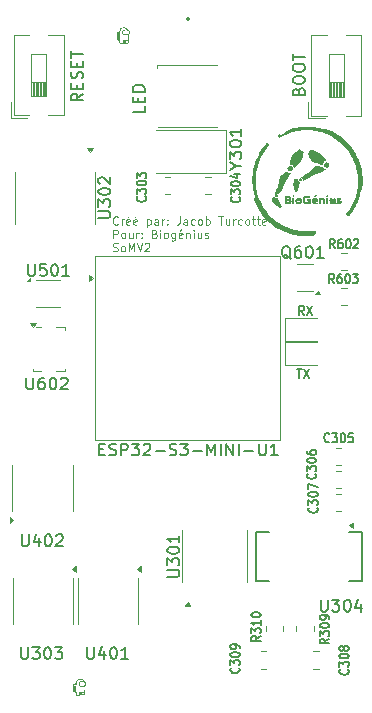
<source format=gto>
%TF.GenerationSoftware,KiCad,Pcbnew,8.0.1-rc1*%
%TF.CreationDate,2024-08-22T21:46:19-04:00*%
%TF.ProjectId,SoM_V2,536f4d5f-5632-42e6-9b69-6361645f7063,rev?*%
%TF.SameCoordinates,Original*%
%TF.FileFunction,Legend,Top*%
%TF.FilePolarity,Positive*%
%FSLAX46Y46*%
G04 Gerber Fmt 4.6, Leading zero omitted, Abs format (unit mm)*
G04 Created by KiCad (PCBNEW 8.0.1-rc1) date 2024-08-22 21:46:19*
%MOMM*%
%LPD*%
G01*
G04 APERTURE LIST*
%ADD10C,0.000000*%
%ADD11C,0.100000*%
%ADD12C,0.150000*%
%ADD13C,0.120000*%
%ADD14C,0.350000*%
G04 APERTURE END LIST*
D10*
G36*
X146881069Y-93985643D02*
G01*
X146886953Y-93986124D01*
X146892518Y-93986866D01*
X146897728Y-93987872D01*
X146902546Y-93989144D01*
X146906935Y-93990684D01*
X146910858Y-93992496D01*
X146914279Y-93994581D01*
X146917160Y-93996943D01*
X146919465Y-93999584D01*
X146921157Y-94002507D01*
X146922199Y-94005714D01*
X146922555Y-94009208D01*
X146921960Y-94014609D01*
X146920851Y-94020213D01*
X146919252Y-94025995D01*
X146917188Y-94031931D01*
X146914681Y-94037997D01*
X146911757Y-94044167D01*
X146904751Y-94056722D01*
X146896359Y-94069402D01*
X146886774Y-94082009D01*
X146876187Y-94094348D01*
X146864788Y-94106221D01*
X146852769Y-94117434D01*
X146840321Y-94127788D01*
X146827635Y-94137088D01*
X146814903Y-94145137D01*
X146808579Y-94148632D01*
X146802315Y-94151740D01*
X146796136Y-94154437D01*
X146790064Y-94156699D01*
X146784124Y-94158501D01*
X146778339Y-94159819D01*
X146772734Y-94160627D01*
X146767333Y-94160902D01*
X146761225Y-94160688D01*
X146755470Y-94160056D01*
X146750069Y-94159021D01*
X146745023Y-94157602D01*
X146740333Y-94155813D01*
X146736002Y-94153670D01*
X146732029Y-94151190D01*
X146728417Y-94148390D01*
X146725167Y-94145284D01*
X146722280Y-94141890D01*
X146719757Y-94138223D01*
X146717599Y-94134299D01*
X146715809Y-94130135D01*
X146714387Y-94125748D01*
X146713334Y-94121152D01*
X146712652Y-94116364D01*
X146712342Y-94111401D01*
X146712406Y-94106278D01*
X146712844Y-94101011D01*
X146713658Y-94095618D01*
X146714850Y-94090113D01*
X146716420Y-94084513D01*
X146718369Y-94078835D01*
X146720700Y-94073094D01*
X146723413Y-94067306D01*
X146726510Y-94061488D01*
X146729992Y-94055656D01*
X146733860Y-94049826D01*
X146738116Y-94044013D01*
X146742761Y-94038235D01*
X146747795Y-94032508D01*
X146753222Y-94026847D01*
X146757742Y-94022651D01*
X146762681Y-94018665D01*
X146768001Y-94014890D01*
X146773665Y-94011330D01*
X146779636Y-94007987D01*
X146785879Y-94004864D01*
X146792355Y-94001962D01*
X146799028Y-93999286D01*
X146805861Y-93996837D01*
X146812817Y-93994618D01*
X146826954Y-93990880D01*
X146841141Y-93988093D01*
X146855086Y-93986277D01*
X146868494Y-93985454D01*
X146874904Y-93985421D01*
X146881069Y-93985643D01*
G37*
G36*
X144689582Y-91491020D02*
G01*
X144701875Y-91492352D01*
X144714745Y-91494501D01*
X144728278Y-91497430D01*
X144753147Y-91504282D01*
X144776170Y-91512847D01*
X144797361Y-91522998D01*
X144816734Y-91534610D01*
X144834304Y-91547554D01*
X144850084Y-91561705D01*
X144864090Y-91576937D01*
X144876334Y-91593121D01*
X144886832Y-91610133D01*
X144895597Y-91627844D01*
X144902644Y-91646130D01*
X144907987Y-91664862D01*
X144911641Y-91683915D01*
X144913618Y-91703161D01*
X144913935Y-91722475D01*
X144912604Y-91741729D01*
X144909640Y-91760797D01*
X144905057Y-91779552D01*
X144898870Y-91797869D01*
X144891093Y-91815619D01*
X144881739Y-91832677D01*
X144870823Y-91848916D01*
X144858360Y-91864209D01*
X144844363Y-91878430D01*
X144828847Y-91891452D01*
X144811826Y-91903149D01*
X144793314Y-91913393D01*
X144773326Y-91922059D01*
X144751874Y-91929019D01*
X144728975Y-91934148D01*
X144704642Y-91937318D01*
X144678889Y-91938402D01*
X144664003Y-91938112D01*
X144649764Y-91937238D01*
X144636155Y-91935775D01*
X144623161Y-91933717D01*
X144616889Y-91932464D01*
X144610766Y-91931060D01*
X144604789Y-91929505D01*
X144598955Y-91927798D01*
X144593264Y-91925939D01*
X144587713Y-91923927D01*
X144582300Y-91921761D01*
X144577024Y-91919441D01*
X144571882Y-91916965D01*
X144566872Y-91914334D01*
X144561993Y-91911547D01*
X144557242Y-91908602D01*
X144552618Y-91905500D01*
X144548119Y-91902240D01*
X144543742Y-91898821D01*
X144539486Y-91895242D01*
X144535349Y-91891504D01*
X144531329Y-91887604D01*
X144527424Y-91883543D01*
X144523632Y-91879319D01*
X144519951Y-91874933D01*
X144516379Y-91870384D01*
X144512915Y-91865670D01*
X144509555Y-91860792D01*
X144495417Y-91839984D01*
X144489156Y-91829835D01*
X144483435Y-91819843D01*
X144478253Y-91809998D01*
X144473612Y-91800291D01*
X144469512Y-91790712D01*
X144465954Y-91781251D01*
X144462939Y-91771898D01*
X144460467Y-91762645D01*
X144458539Y-91753480D01*
X144457155Y-91744395D01*
X144456317Y-91735380D01*
X144456025Y-91726425D01*
X144456279Y-91717520D01*
X144457080Y-91708656D01*
X144458429Y-91699823D01*
X144460326Y-91691011D01*
X144462772Y-91682211D01*
X144465768Y-91673413D01*
X144469315Y-91664607D01*
X144473412Y-91655783D01*
X144478061Y-91646933D01*
X144483262Y-91638045D01*
X144489017Y-91629111D01*
X144495324Y-91620121D01*
X144502187Y-91611065D01*
X144509603Y-91601934D01*
X144526105Y-91583405D01*
X144544833Y-91564458D01*
X144557125Y-91551884D01*
X144568921Y-91540597D01*
X144580304Y-91530561D01*
X144591356Y-91521739D01*
X144602159Y-91514095D01*
X144612798Y-91507593D01*
X144618081Y-91504759D01*
X144623354Y-91502197D01*
X144628627Y-91499903D01*
X144633910Y-91497871D01*
X144639213Y-91496098D01*
X144644548Y-91494578D01*
X144649924Y-91493308D01*
X144655352Y-91492283D01*
X144660842Y-91491498D01*
X144666404Y-91490949D01*
X144677786Y-91490540D01*
X144689582Y-91491020D01*
G37*
G36*
X143377139Y-94160902D02*
G01*
X143385435Y-94168090D01*
X143394392Y-94175075D01*
X143403928Y-94181823D01*
X143413960Y-94188298D01*
X143424405Y-94194462D01*
X143435182Y-94200280D01*
X143446206Y-94205715D01*
X143457396Y-94210732D01*
X143468668Y-94215294D01*
X143479940Y-94219366D01*
X143491130Y-94222910D01*
X143502154Y-94225891D01*
X143512931Y-94228272D01*
X143523376Y-94230018D01*
X143533408Y-94231092D01*
X143542944Y-94231458D01*
X143557033Y-94231951D01*
X143570326Y-94233580D01*
X143583019Y-94236574D01*
X143595310Y-94241159D01*
X143607393Y-94247564D01*
X143619467Y-94256015D01*
X143631726Y-94266739D01*
X143644368Y-94279965D01*
X143657588Y-94295919D01*
X143671584Y-94314829D01*
X143686551Y-94336923D01*
X143702686Y-94362427D01*
X143720186Y-94391569D01*
X143739246Y-94424576D01*
X143782833Y-94503097D01*
X143814295Y-94562679D01*
X143842544Y-94618432D01*
X143867588Y-94670412D01*
X143889438Y-94718677D01*
X143908105Y-94763283D01*
X143916249Y-94784232D01*
X143923600Y-94804288D01*
X143930160Y-94823457D01*
X143935931Y-94841747D01*
X143940915Y-94859165D01*
X143945111Y-94875719D01*
X143948522Y-94891414D01*
X143951148Y-94906258D01*
X143952992Y-94920259D01*
X143954054Y-94933424D01*
X143954336Y-94945759D01*
X143953839Y-94957272D01*
X143952564Y-94967969D01*
X143950513Y-94977859D01*
X143947686Y-94986947D01*
X143944086Y-94995242D01*
X143939713Y-95002750D01*
X143934569Y-95009478D01*
X143928655Y-95015433D01*
X143921972Y-95020624D01*
X143914522Y-95025055D01*
X143906305Y-95028736D01*
X143896896Y-95031809D01*
X143886550Y-95033769D01*
X143875304Y-95034639D01*
X143863193Y-95034441D01*
X143836519Y-95030937D01*
X143806811Y-95023444D01*
X143774354Y-95012147D01*
X143739432Y-94997234D01*
X143702329Y-94978888D01*
X143663330Y-94957298D01*
X143622718Y-94932648D01*
X143580778Y-94905125D01*
X143537795Y-94874915D01*
X143494051Y-94842204D01*
X143449833Y-94807178D01*
X143405423Y-94770022D01*
X143361106Y-94730924D01*
X143317167Y-94690069D01*
X143285801Y-94659720D01*
X143257732Y-94631991D01*
X143232784Y-94606609D01*
X143210782Y-94583298D01*
X143191550Y-94561786D01*
X143174912Y-94541799D01*
X143160692Y-94523062D01*
X143154434Y-94514076D01*
X143148715Y-94505301D01*
X143143513Y-94496702D01*
X143138805Y-94488244D01*
X143134571Y-94479893D01*
X143130787Y-94471615D01*
X143127432Y-94463376D01*
X143124484Y-94455142D01*
X143121921Y-94446877D01*
X143119721Y-94438549D01*
X143117862Y-94430123D01*
X143116323Y-94421564D01*
X143114113Y-94403912D01*
X143112916Y-94385320D01*
X143112555Y-94365513D01*
X143112850Y-94347558D01*
X143113754Y-94330683D01*
X143115300Y-94314811D01*
X143117516Y-94299864D01*
X143118887Y-94292712D01*
X143120436Y-94285764D01*
X143122169Y-94279007D01*
X143124090Y-94272434D01*
X143126201Y-94266033D01*
X143128508Y-94259796D01*
X143131014Y-94253713D01*
X143133722Y-94247774D01*
X143136637Y-94241969D01*
X143139763Y-94236289D01*
X143143103Y-94230724D01*
X143146662Y-94225264D01*
X143150443Y-94219899D01*
X143154450Y-94214621D01*
X143158686Y-94209419D01*
X143163157Y-94204283D01*
X143167865Y-94199204D01*
X143172815Y-94194173D01*
X143183456Y-94184212D01*
X143195109Y-94174324D01*
X143207805Y-94164430D01*
X143299528Y-94090347D01*
X143377139Y-94160902D01*
G37*
G36*
X147353386Y-94203481D02*
G01*
X147374504Y-94204207D01*
X147395053Y-94205398D01*
X147414956Y-94207039D01*
X147434136Y-94209114D01*
X147452514Y-94211607D01*
X147470014Y-94214503D01*
X147486559Y-94217787D01*
X147502069Y-94221444D01*
X147516469Y-94225456D01*
X147529680Y-94229810D01*
X147541625Y-94234489D01*
X147552226Y-94239479D01*
X147561407Y-94244763D01*
X147565440Y-94247510D01*
X147569088Y-94250326D01*
X147572343Y-94253207D01*
X147575194Y-94256152D01*
X147586182Y-94268183D01*
X147596622Y-94282948D01*
X147606463Y-94300204D01*
X147615653Y-94319707D01*
X147624140Y-94341216D01*
X147631873Y-94364487D01*
X147638799Y-94389277D01*
X147644868Y-94415343D01*
X147650027Y-94442443D01*
X147654224Y-94470334D01*
X147657409Y-94498772D01*
X147659530Y-94527516D01*
X147660534Y-94556321D01*
X147660371Y-94584946D01*
X147658987Y-94613146D01*
X147656333Y-94640680D01*
X147654836Y-94655201D01*
X147652957Y-94668372D01*
X147650643Y-94680251D01*
X147649308Y-94685725D01*
X147647844Y-94690896D01*
X147646246Y-94695773D01*
X147644508Y-94700362D01*
X147642622Y-94704671D01*
X147640582Y-94708707D01*
X147638382Y-94712477D01*
X147636016Y-94715987D01*
X147633476Y-94719246D01*
X147630757Y-94722260D01*
X147627851Y-94725036D01*
X147624754Y-94727582D01*
X147621457Y-94729904D01*
X147617955Y-94732009D01*
X147614241Y-94733906D01*
X147610308Y-94735600D01*
X147606151Y-94737099D01*
X147601763Y-94738410D01*
X147597137Y-94739541D01*
X147592266Y-94740497D01*
X147587145Y-94741287D01*
X147581767Y-94741917D01*
X147570214Y-94742728D01*
X147557555Y-94742985D01*
X147543191Y-94742785D01*
X147530449Y-94742041D01*
X147519216Y-94740544D01*
X147509379Y-94738080D01*
X147504948Y-94736419D01*
X147500823Y-94734437D01*
X147496990Y-94732108D01*
X147493435Y-94729405D01*
X147490143Y-94726301D01*
X147487101Y-94722770D01*
X147484294Y-94718786D01*
X147481708Y-94714322D01*
X147479328Y-94709352D01*
X147477141Y-94703848D01*
X147473288Y-94691137D01*
X147470034Y-94675976D01*
X147467266Y-94658154D01*
X147464870Y-94637458D01*
X147462732Y-94613677D01*
X147458777Y-94556013D01*
X147456783Y-94528336D01*
X147454733Y-94503434D01*
X147452568Y-94481188D01*
X147451426Y-94471024D01*
X147450234Y-94461480D01*
X147448984Y-94452540D01*
X147447671Y-94444190D01*
X147446287Y-94436414D01*
X147444825Y-94429199D01*
X147443277Y-94422529D01*
X147441637Y-94416389D01*
X147439898Y-94410765D01*
X147438052Y-94405642D01*
X147436092Y-94401004D01*
X147434011Y-94396837D01*
X147431803Y-94393126D01*
X147429460Y-94389856D01*
X147426974Y-94387013D01*
X147424339Y-94384581D01*
X147421548Y-94382546D01*
X147418594Y-94380892D01*
X147415469Y-94379605D01*
X147412166Y-94378671D01*
X147408679Y-94378073D01*
X147404999Y-94377798D01*
X147401121Y-94377831D01*
X147397037Y-94378156D01*
X147392739Y-94378759D01*
X147388222Y-94379624D01*
X147379949Y-94381455D01*
X147372312Y-94384351D01*
X147365285Y-94388383D01*
X147358842Y-94393625D01*
X147352957Y-94400148D01*
X147347604Y-94408026D01*
X147342758Y-94417329D01*
X147338392Y-94428131D01*
X147334481Y-94440504D01*
X147330999Y-94454520D01*
X147327920Y-94470252D01*
X147325218Y-94487772D01*
X147322867Y-94507153D01*
X147320843Y-94528466D01*
X147319117Y-94551784D01*
X147317666Y-94577179D01*
X147315704Y-94607145D01*
X147313711Y-94633679D01*
X147311574Y-94656989D01*
X147309178Y-94677281D01*
X147307847Y-94686359D01*
X147306409Y-94694761D01*
X147304850Y-94702512D01*
X147303156Y-94709637D01*
X147301311Y-94716163D01*
X147299302Y-94722115D01*
X147297115Y-94727520D01*
X147294736Y-94732402D01*
X147292150Y-94736789D01*
X147289343Y-94740705D01*
X147286300Y-94744177D01*
X147283009Y-94747230D01*
X147279454Y-94749890D01*
X147275621Y-94752184D01*
X147271496Y-94754137D01*
X147267065Y-94755774D01*
X147262313Y-94757122D01*
X147257227Y-94758206D01*
X147251792Y-94759053D01*
X147245995Y-94759687D01*
X147239819Y-94760136D01*
X147233253Y-94760425D01*
X147218889Y-94760624D01*
X147204567Y-94760479D01*
X147191955Y-94759791D01*
X147180945Y-94758183D01*
X147171429Y-94755278D01*
X147167197Y-94753221D01*
X147163298Y-94750698D01*
X147159717Y-94747663D01*
X147156443Y-94744067D01*
X147153460Y-94739865D01*
X147150756Y-94735008D01*
X147146128Y-94723142D01*
X147142451Y-94708093D01*
X147139617Y-94689483D01*
X147137516Y-94666936D01*
X147136041Y-94640074D01*
X147134532Y-94571895D01*
X147134222Y-94481930D01*
X147134222Y-94203235D01*
X147331777Y-94203235D01*
X147353386Y-94203481D01*
G37*
G36*
X130643075Y-79772122D02*
G01*
X130671827Y-79773333D01*
X130700569Y-79775383D01*
X130713897Y-79776740D01*
X130727121Y-79778587D01*
X130740227Y-79780923D01*
X130753201Y-79783747D01*
X130766029Y-79787059D01*
X130778696Y-79790857D01*
X130791189Y-79795141D01*
X130803492Y-79799910D01*
X130815592Y-79805162D01*
X130827474Y-79810897D01*
X130839124Y-79817114D01*
X130850528Y-79823812D01*
X130861672Y-79830989D01*
X130872541Y-79838646D01*
X130883121Y-79846781D01*
X130893397Y-79855393D01*
X130901255Y-79862580D01*
X130908746Y-79870070D01*
X130915912Y-79877825D01*
X130922799Y-79885810D01*
X130929450Y-79893990D01*
X130935910Y-79902330D01*
X130948431Y-79919343D01*
X130973110Y-79953709D01*
X130979461Y-79962163D01*
X130985973Y-79970491D01*
X130992689Y-79978658D01*
X130999654Y-79986626D01*
X131007289Y-79994726D01*
X131015085Y-80002410D01*
X131023000Y-80009757D01*
X131030991Y-80016848D01*
X131062863Y-80044253D01*
X131070596Y-80051263D01*
X131078150Y-80058498D01*
X131085483Y-80066036D01*
X131092552Y-80073959D01*
X131099315Y-80082345D01*
X131102568Y-80086737D01*
X131105729Y-80091275D01*
X131108792Y-80095969D01*
X131111752Y-80100829D01*
X131114603Y-80105865D01*
X131117341Y-80111086D01*
X131121168Y-80119089D01*
X131124632Y-80127098D01*
X131127736Y-80135108D01*
X131130479Y-80143115D01*
X131132863Y-80151111D01*
X131134889Y-80159092D01*
X131136559Y-80167053D01*
X131137872Y-80174987D01*
X131138831Y-80182889D01*
X131139436Y-80190753D01*
X131139689Y-80198575D01*
X131139590Y-80206347D01*
X131139141Y-80214066D01*
X131138343Y-80221726D01*
X131137196Y-80229320D01*
X131135703Y-80236843D01*
X131133863Y-80244290D01*
X131131678Y-80251655D01*
X131129150Y-80258933D01*
X131126278Y-80266118D01*
X131123066Y-80273204D01*
X131119512Y-80280187D01*
X131115619Y-80287060D01*
X131111387Y-80293818D01*
X131106819Y-80300455D01*
X131101913Y-80306966D01*
X131096673Y-80313345D01*
X131091099Y-80319588D01*
X131085191Y-80325687D01*
X131078952Y-80331638D01*
X131072382Y-80337435D01*
X131065482Y-80343073D01*
X131063507Y-80344697D01*
X131061705Y-80346319D01*
X131060072Y-80347948D01*
X131058603Y-80349592D01*
X131057292Y-80351259D01*
X131056136Y-80352959D01*
X131055128Y-80354699D01*
X131054264Y-80356487D01*
X131053539Y-80358333D01*
X131052947Y-80360244D01*
X131052485Y-80362229D01*
X131052147Y-80364296D01*
X131051928Y-80366454D01*
X131051823Y-80368710D01*
X131051827Y-80371074D01*
X131051935Y-80373553D01*
X131053664Y-80404192D01*
X131055047Y-80434831D01*
X131056830Y-80496108D01*
X131057383Y-80557386D01*
X131056804Y-80618663D01*
X131056050Y-80643241D01*
X131054780Y-80667766D01*
X131053053Y-80692247D01*
X131050930Y-80716691D01*
X131048469Y-80741105D01*
X131045731Y-80765497D01*
X131039659Y-80814243D01*
X131034007Y-80857135D01*
X131028097Y-80900047D01*
X131021829Y-80942920D01*
X131015106Y-80985693D01*
X131007618Y-81030355D01*
X131003705Y-81052666D01*
X130999654Y-81075016D01*
X130997476Y-81084489D01*
X130994579Y-81093312D01*
X130990999Y-81101505D01*
X130986773Y-81109086D01*
X130981939Y-81116074D01*
X130976534Y-81122487D01*
X130970594Y-81128343D01*
X130964157Y-81133661D01*
X130957259Y-81138460D01*
X130949938Y-81142757D01*
X130942230Y-81146571D01*
X130934173Y-81149922D01*
X130925804Y-81152826D01*
X130917159Y-81155303D01*
X130899192Y-81159048D01*
X130880567Y-81161305D01*
X130861581Y-81162221D01*
X130842529Y-81161945D01*
X130823709Y-81160622D01*
X130805416Y-81158402D01*
X130787946Y-81155432D01*
X130771596Y-81151858D01*
X130756661Y-81147830D01*
X130751880Y-81146303D01*
X130747262Y-81144622D01*
X130742803Y-81142790D01*
X130738501Y-81140811D01*
X130734355Y-81138687D01*
X130730362Y-81136423D01*
X130726520Y-81134021D01*
X130722827Y-81131485D01*
X130719281Y-81128818D01*
X130715880Y-81126024D01*
X130709504Y-81120066D01*
X130703683Y-81113638D01*
X130698399Y-81106766D01*
X130693636Y-81099478D01*
X130689378Y-81091800D01*
X130685607Y-81083759D01*
X130682306Y-81075380D01*
X130679459Y-81066692D01*
X130677050Y-81057720D01*
X130675061Y-81048492D01*
X130673476Y-81039033D01*
X130672323Y-81029587D01*
X130671514Y-81020139D01*
X130670979Y-81010685D01*
X130670645Y-81001224D01*
X130669877Y-80963256D01*
X130669502Y-80956399D01*
X130668841Y-80950456D01*
X130668397Y-80947801D01*
X130667875Y-80945344D01*
X130667272Y-80943075D01*
X130666586Y-80940982D01*
X130665815Y-80939055D01*
X130664957Y-80937285D01*
X130664008Y-80935661D01*
X130662968Y-80934172D01*
X130661833Y-80932808D01*
X130660601Y-80931559D01*
X130659271Y-80930414D01*
X130657839Y-80929363D01*
X130656303Y-80928396D01*
X130654662Y-80927503D01*
X130651053Y-80925894D01*
X130646992Y-80924455D01*
X130642463Y-80923103D01*
X130619289Y-80916901D01*
X130615663Y-80915874D01*
X130614199Y-80915501D01*
X130612942Y-80915235D01*
X130612386Y-80915145D01*
X130611876Y-80915088D01*
X130611408Y-80915062D01*
X130610981Y-80915071D01*
X130610592Y-80915115D01*
X130610239Y-80915195D01*
X130609919Y-80915314D01*
X130609632Y-80915473D01*
X130609373Y-80915672D01*
X130609141Y-80915914D01*
X130608934Y-80916199D01*
X130608749Y-80916529D01*
X130608584Y-80916906D01*
X130608437Y-80917331D01*
X130608305Y-80917805D01*
X130608186Y-80918330D01*
X130607979Y-80919537D01*
X130607797Y-80920964D01*
X130607436Y-80924521D01*
X130604896Y-81055966D01*
X130604181Y-81063393D01*
X130603294Y-81070742D01*
X130602219Y-81078000D01*
X130600937Y-81085153D01*
X130599430Y-81092189D01*
X130597681Y-81099093D01*
X130595672Y-81105853D01*
X130593386Y-81112455D01*
X130590805Y-81118886D01*
X130587911Y-81125132D01*
X130584686Y-81131181D01*
X130581113Y-81137018D01*
X130577174Y-81142631D01*
X130572852Y-81148006D01*
X130568128Y-81153130D01*
X130562986Y-81157990D01*
X130554343Y-81165199D01*
X130545380Y-81171863D01*
X130536122Y-81177983D01*
X130526596Y-81183558D01*
X130516829Y-81188589D01*
X130506847Y-81193076D01*
X130496676Y-81197018D01*
X130486342Y-81200416D01*
X130475873Y-81203269D01*
X130465295Y-81205577D01*
X130454634Y-81207342D01*
X130443916Y-81208561D01*
X130433168Y-81209237D01*
X130422416Y-81209368D01*
X130411687Y-81208954D01*
X130401008Y-81207996D01*
X130390404Y-81206493D01*
X130379902Y-81204446D01*
X130369529Y-81201855D01*
X130359310Y-81198719D01*
X130349273Y-81195039D01*
X130339444Y-81190814D01*
X130329849Y-81186044D01*
X130320515Y-81180731D01*
X130311468Y-81174872D01*
X130302734Y-81168470D01*
X130294341Y-81161522D01*
X130286313Y-81154031D01*
X130278679Y-81145995D01*
X130271464Y-81137414D01*
X130264695Y-81128289D01*
X130258397Y-81118620D01*
X130256106Y-81114622D01*
X130253987Y-81110568D01*
X130252029Y-81106462D01*
X130250222Y-81102308D01*
X130248553Y-81098109D01*
X130247012Y-81093870D01*
X130245588Y-81089593D01*
X130244269Y-81085282D01*
X130241902Y-81076576D01*
X130239824Y-81067780D01*
X130237943Y-81058925D01*
X130236172Y-81050040D01*
X130233258Y-81034701D01*
X130230679Y-81019325D01*
X130228392Y-81003914D01*
X130226356Y-80988471D01*
X130224529Y-80972998D01*
X130222867Y-80957498D01*
X130219874Y-80926426D01*
X130219737Y-80925140D01*
X130219560Y-80923978D01*
X130219338Y-80922933D01*
X130219209Y-80922454D01*
X130219067Y-80922001D01*
X130218911Y-80921575D01*
X130218741Y-80921175D01*
X130218556Y-80920801D01*
X130218356Y-80920451D01*
X130218139Y-80920125D01*
X130217906Y-80919822D01*
X130217655Y-80919541D01*
X130217387Y-80919282D01*
X130217100Y-80919045D01*
X130216793Y-80918828D01*
X130216467Y-80918630D01*
X130216120Y-80918451D01*
X130215752Y-80918291D01*
X130215363Y-80918149D01*
X130214951Y-80918023D01*
X130214516Y-80917913D01*
X130214058Y-80917819D01*
X130213575Y-80917740D01*
X130212535Y-80917623D01*
X130211391Y-80917557D01*
X130210137Y-80917536D01*
X130198411Y-80917386D01*
X130186735Y-80916769D01*
X130180918Y-80916283D01*
X130175118Y-80915676D01*
X130169335Y-80914948D01*
X130163571Y-80914097D01*
X130157826Y-80913122D01*
X130152103Y-80912021D01*
X130146401Y-80910795D01*
X130140724Y-80909440D01*
X130135071Y-80907956D01*
X130129444Y-80906343D01*
X130123845Y-80904597D01*
X130118274Y-80902720D01*
X130107110Y-80898519D01*
X130096481Y-80893852D01*
X130086391Y-80888712D01*
X130076844Y-80883094D01*
X130067843Y-80876992D01*
X130059394Y-80870402D01*
X130051499Y-80863316D01*
X130044164Y-80855730D01*
X130037392Y-80847637D01*
X130031187Y-80839034D01*
X130025553Y-80829913D01*
X130020494Y-80820269D01*
X130016014Y-80810097D01*
X130012118Y-80799391D01*
X130008809Y-80788145D01*
X130006091Y-80776355D01*
X130001338Y-80750132D01*
X129997641Y-80723855D01*
X129994880Y-80697528D01*
X129992941Y-80671156D01*
X129991706Y-80644745D01*
X129991059Y-80618299D01*
X129990993Y-80608291D01*
X130072766Y-80608291D01*
X130073025Y-80626863D01*
X130073533Y-80645426D01*
X130074358Y-80663968D01*
X130075570Y-80682480D01*
X130077239Y-80700953D01*
X130079433Y-80719377D01*
X130082223Y-80737740D01*
X130085677Y-80756035D01*
X130087259Y-80763543D01*
X130088132Y-80767260D01*
X130089084Y-80770941D01*
X130090132Y-80774575D01*
X130091296Y-80778154D01*
X130092591Y-80781670D01*
X130094038Y-80785112D01*
X130095653Y-80788473D01*
X130097455Y-80791743D01*
X130099462Y-80794913D01*
X130101691Y-80797974D01*
X130102895Y-80799461D01*
X130104161Y-80800918D01*
X130105492Y-80802343D01*
X130106889Y-80803734D01*
X130108356Y-80805092D01*
X130109894Y-80806415D01*
X130111506Y-80807702D01*
X130113194Y-80808951D01*
X130118636Y-80812628D01*
X130124163Y-80815968D01*
X130129773Y-80818988D01*
X130135462Y-80821704D01*
X130141227Y-80824133D01*
X130147064Y-80826290D01*
X130152969Y-80828191D01*
X130158940Y-80829853D01*
X130164974Y-80831292D01*
X130171065Y-80832524D01*
X130177212Y-80833565D01*
X130183411Y-80834431D01*
X130189658Y-80835138D01*
X130195950Y-80835702D01*
X130208656Y-80836468D01*
X130209246Y-80836474D01*
X130209787Y-80836454D01*
X130210281Y-80836409D01*
X130210730Y-80836340D01*
X130211136Y-80836248D01*
X130211501Y-80836134D01*
X130211827Y-80835998D01*
X130212115Y-80835843D01*
X130212368Y-80835669D01*
X130212588Y-80835477D01*
X130212776Y-80835268D01*
X130212934Y-80835043D01*
X130213065Y-80834804D01*
X130213171Y-80834550D01*
X130213252Y-80834285D01*
X130213312Y-80834007D01*
X130213352Y-80833719D01*
X130213374Y-80833422D01*
X130213373Y-80832803D01*
X130213323Y-80832159D01*
X130213240Y-80831497D01*
X130213037Y-80830156D01*
X130212948Y-80829494D01*
X130212889Y-80828848D01*
X130209542Y-80754358D01*
X130207386Y-80679808D01*
X130206341Y-80605219D01*
X130206335Y-80575092D01*
X130286999Y-80575092D01*
X130287819Y-80660255D01*
X130290227Y-80745418D01*
X130292076Y-80787987D01*
X130294381Y-80830541D01*
X130297529Y-80880693D01*
X130299426Y-80905744D01*
X130301630Y-80930765D01*
X130304212Y-80955747D01*
X130307239Y-80980679D01*
X130310783Y-81005551D01*
X130314912Y-81030354D01*
X130317128Y-81043521D01*
X130318328Y-81050115D01*
X130319014Y-81053386D01*
X130319781Y-81056627D01*
X130320647Y-81059832D01*
X130321630Y-81062991D01*
X130322749Y-81066096D01*
X130324021Y-81069139D01*
X130325464Y-81072111D01*
X130327096Y-81075004D01*
X130328935Y-81077810D01*
X130330999Y-81080519D01*
X130335246Y-81085476D01*
X130339685Y-81090218D01*
X130344308Y-81094739D01*
X130349103Y-81099027D01*
X130354063Y-81103076D01*
X130359176Y-81106874D01*
X130364434Y-81110415D01*
X130369827Y-81113688D01*
X130375345Y-81116685D01*
X130380978Y-81119397D01*
X130386718Y-81121814D01*
X130392554Y-81123929D01*
X130398477Y-81125731D01*
X130404478Y-81127212D01*
X130410545Y-81128364D01*
X130416671Y-81129176D01*
X130422845Y-81129641D01*
X130429058Y-81129748D01*
X130435300Y-81129490D01*
X130441562Y-81128857D01*
X130447833Y-81127841D01*
X130454105Y-81126432D01*
X130460368Y-81124621D01*
X130466611Y-81122400D01*
X130472826Y-81119759D01*
X130479003Y-81116689D01*
X130485132Y-81113183D01*
X130491204Y-81109230D01*
X130497209Y-81104821D01*
X130503137Y-81099948D01*
X130508979Y-81094602D01*
X130514726Y-81088774D01*
X130515189Y-81088256D01*
X130515628Y-81087731D01*
X130516040Y-81087199D01*
X130516426Y-81086658D01*
X130516784Y-81086107D01*
X130517114Y-81085545D01*
X130517416Y-81084970D01*
X130517689Y-81084382D01*
X130517932Y-81083779D01*
X130518145Y-81083160D01*
X130518326Y-81082524D01*
X130518476Y-81081869D01*
X130518594Y-81081194D01*
X130518679Y-81080498D01*
X130518730Y-81079780D01*
X130518747Y-81079038D01*
X130519012Y-81049669D01*
X130519753Y-81020300D01*
X130520891Y-80990932D01*
X130522346Y-80961563D01*
X130523735Y-80939156D01*
X130524608Y-80927954D01*
X130525679Y-80916769D01*
X130527009Y-80905614D01*
X130528656Y-80894501D01*
X130530680Y-80883442D01*
X130533141Y-80872451D01*
X130534103Y-80868759D01*
X130535170Y-80865151D01*
X130536355Y-80861635D01*
X130537668Y-80858220D01*
X130539122Y-80854916D01*
X130540727Y-80851731D01*
X130542496Y-80848674D01*
X130544438Y-80845755D01*
X130545479Y-80844349D01*
X130546567Y-80842982D01*
X130547705Y-80841653D01*
X130548894Y-80840364D01*
X130550135Y-80839117D01*
X130551429Y-80837911D01*
X130552779Y-80836749D01*
X130554185Y-80835631D01*
X130555649Y-80834559D01*
X130557173Y-80833533D01*
X130558757Y-80832556D01*
X130560404Y-80831627D01*
X130562114Y-80830749D01*
X130563890Y-80829921D01*
X130565732Y-80829146D01*
X130567642Y-80828424D01*
X130570458Y-80827523D01*
X130573268Y-80826795D01*
X130576072Y-80826233D01*
X130578871Y-80825828D01*
X130581663Y-80825571D01*
X130584449Y-80825452D01*
X130587228Y-80825462D01*
X130590000Y-80825594D01*
X130592764Y-80825836D01*
X130595521Y-80826182D01*
X130598269Y-80826621D01*
X130601010Y-80827145D01*
X130603741Y-80827744D01*
X130606464Y-80828410D01*
X130611881Y-80829906D01*
X130632326Y-80835939D01*
X130652732Y-80842130D01*
X130673138Y-80848242D01*
X130683354Y-80851194D01*
X130693584Y-80854036D01*
X130714148Y-80859387D01*
X130734743Y-80864100D01*
X130745063Y-80866112D01*
X130755403Y-80867836D01*
X130765768Y-80869232D01*
X130776160Y-80870255D01*
X130786585Y-80870865D01*
X130797046Y-80871017D01*
X130807548Y-80870671D01*
X130818094Y-80869782D01*
X130828688Y-80868310D01*
X130839334Y-80866211D01*
X130850037Y-80863443D01*
X130860801Y-80859963D01*
X130859806Y-80863525D01*
X130858724Y-80866990D01*
X130857554Y-80870360D01*
X130856293Y-80873635D01*
X130854939Y-80876819D01*
X130853489Y-80879913D01*
X130851943Y-80882919D01*
X130850297Y-80885839D01*
X130848549Y-80888675D01*
X130846697Y-80891428D01*
X130844739Y-80894100D01*
X130842673Y-80896694D01*
X130840497Y-80899210D01*
X130838208Y-80901652D01*
X130835805Y-80904021D01*
X130833284Y-80906318D01*
X130829869Y-80909117D01*
X130826373Y-80911727D01*
X130822800Y-80914154D01*
X130819152Y-80916408D01*
X130815434Y-80918498D01*
X130811648Y-80920431D01*
X130807799Y-80922215D01*
X130803889Y-80923860D01*
X130799922Y-80925373D01*
X130795901Y-80926763D01*
X130791830Y-80928039D01*
X130787713Y-80929208D01*
X130783552Y-80930279D01*
X130779351Y-80931260D01*
X130770842Y-80932988D01*
X130765720Y-80933996D01*
X130763626Y-80934464D01*
X130761810Y-80934942D01*
X130760999Y-80935195D01*
X130760249Y-80935460D01*
X130759556Y-80935741D01*
X130758918Y-80936043D01*
X130758330Y-80936367D01*
X130757791Y-80936718D01*
X130757298Y-80937098D01*
X130756846Y-80937512D01*
X130756433Y-80937963D01*
X130756057Y-80938453D01*
X130755713Y-80938987D01*
X130755399Y-80939567D01*
X130755112Y-80940198D01*
X130754849Y-80940882D01*
X130754607Y-80941623D01*
X130754382Y-80942424D01*
X130753973Y-80944220D01*
X130753598Y-80946297D01*
X130753232Y-80948682D01*
X130752851Y-80951403D01*
X130751478Y-80963775D01*
X130750562Y-80976128D01*
X130750142Y-80988461D01*
X130750130Y-80994620D01*
X130750258Y-81000774D01*
X130750529Y-81006923D01*
X130750949Y-81013067D01*
X130751523Y-81019206D01*
X130752255Y-81025341D01*
X130753152Y-81031470D01*
X130754217Y-81037594D01*
X130755455Y-81043714D01*
X130756872Y-81049828D01*
X130757346Y-81051562D01*
X130757894Y-81053196D01*
X130758517Y-81054734D01*
X130759214Y-81056178D01*
X130759985Y-81057533D01*
X130760831Y-81058802D01*
X130761751Y-81059990D01*
X130762746Y-81061099D01*
X130763815Y-81062134D01*
X130764959Y-81063098D01*
X130766177Y-81063996D01*
X130767469Y-81064830D01*
X130768836Y-81065604D01*
X130770277Y-81066323D01*
X130771792Y-81066990D01*
X130773382Y-81067608D01*
X130778958Y-81069503D01*
X130784571Y-81071223D01*
X130790219Y-81072769D01*
X130795898Y-81074143D01*
X130801608Y-81075349D01*
X130807345Y-81076389D01*
X130813107Y-81077265D01*
X130818891Y-81077980D01*
X130829586Y-81079027D01*
X130840243Y-81079733D01*
X130845556Y-81079930D01*
X130850859Y-81080011D01*
X130856152Y-81079964D01*
X130861436Y-81079779D01*
X130866709Y-81079445D01*
X130871973Y-81078951D01*
X130877226Y-81078288D01*
X130882470Y-81077444D01*
X130887704Y-81076409D01*
X130892928Y-81075173D01*
X130898142Y-81073724D01*
X130903346Y-81072053D01*
X130905376Y-81071306D01*
X130907262Y-81070490D01*
X130909010Y-81069603D01*
X130910625Y-81068640D01*
X130912112Y-81067598D01*
X130913477Y-81066472D01*
X130914725Y-81065260D01*
X130915860Y-81063957D01*
X130916889Y-81062560D01*
X130917817Y-81061065D01*
X130918649Y-81059468D01*
X130919389Y-81057766D01*
X130920044Y-81055954D01*
X130920619Y-81054030D01*
X130921119Y-81051989D01*
X130921549Y-81049828D01*
X130929040Y-81005815D01*
X130936233Y-80961722D01*
X130943069Y-80917550D01*
X130949489Y-80873298D01*
X130962401Y-80778313D01*
X130965306Y-80754529D01*
X130967944Y-80730721D01*
X130970244Y-80706882D01*
X130972137Y-80683010D01*
X130974230Y-80648155D01*
X130975504Y-80613285D01*
X130976074Y-80578406D01*
X130976053Y-80543521D01*
X130974697Y-80473757D01*
X130972349Y-80404033D01*
X130972291Y-80402944D01*
X130972195Y-80401975D01*
X130972131Y-80401534D01*
X130972057Y-80401123D01*
X130971971Y-80400740D01*
X130971873Y-80400385D01*
X130971762Y-80400058D01*
X130971639Y-80399758D01*
X130971502Y-80399484D01*
X130971352Y-80399237D01*
X130971187Y-80399016D01*
X130971008Y-80398820D01*
X130970813Y-80398649D01*
X130970603Y-80398503D01*
X130970376Y-80398381D01*
X130970133Y-80398283D01*
X130969873Y-80398208D01*
X130969596Y-80398156D01*
X130969300Y-80398127D01*
X130968986Y-80398120D01*
X130968653Y-80398134D01*
X130968301Y-80398169D01*
X130967929Y-80398225D01*
X130967536Y-80398302D01*
X130966688Y-80398514D01*
X130965754Y-80398803D01*
X130964729Y-80399165D01*
X130950330Y-80404322D01*
X130935867Y-80409078D01*
X130921341Y-80413435D01*
X130906752Y-80417394D01*
X130892101Y-80420957D01*
X130877389Y-80424123D01*
X130862616Y-80426895D01*
X130847783Y-80429274D01*
X130832890Y-80431261D01*
X130817939Y-80432858D01*
X130802929Y-80434065D01*
X130787862Y-80434883D01*
X130772737Y-80435315D01*
X130757556Y-80435361D01*
X130742319Y-80435023D01*
X130727027Y-80434301D01*
X130711371Y-80433114D01*
X130695839Y-80431427D01*
X130680437Y-80429200D01*
X130665168Y-80426390D01*
X130657585Y-80424754D01*
X130650038Y-80422955D01*
X130642526Y-80420990D01*
X130635051Y-80418853D01*
X130627614Y-80416538D01*
X130620214Y-80414041D01*
X130612853Y-80411356D01*
X130605531Y-80408478D01*
X130595733Y-80404256D01*
X130586195Y-80399755D01*
X130576934Y-80394957D01*
X130567966Y-80389848D01*
X130559309Y-80384410D01*
X130550978Y-80378627D01*
X130542990Y-80372482D01*
X130535363Y-80365959D01*
X130528113Y-80359042D01*
X130521257Y-80351715D01*
X130514811Y-80343959D01*
X130508792Y-80335761D01*
X130503218Y-80327102D01*
X130498104Y-80317966D01*
X130493468Y-80308338D01*
X130489326Y-80298200D01*
X130486325Y-80289768D01*
X130483518Y-80281302D01*
X130480908Y-80272801D01*
X130478501Y-80264264D01*
X130476301Y-80255690D01*
X130474313Y-80247081D01*
X130472541Y-80238435D01*
X130470990Y-80229752D01*
X130469665Y-80221032D01*
X130468570Y-80212274D01*
X130467711Y-80203479D01*
X130467091Y-80194645D01*
X130466715Y-80185773D01*
X130466683Y-80183512D01*
X130547572Y-80183512D01*
X130547972Y-80193720D01*
X130548883Y-80203876D01*
X130550288Y-80213980D01*
X130552170Y-80224031D01*
X130554511Y-80234028D01*
X130557294Y-80243970D01*
X130560503Y-80253856D01*
X130564120Y-80263686D01*
X130568128Y-80273458D01*
X130572511Y-80283171D01*
X130574708Y-80287455D01*
X130577163Y-80291502D01*
X130579859Y-80295324D01*
X130582780Y-80298934D01*
X130585911Y-80302343D01*
X130589235Y-80305563D01*
X130592738Y-80308605D01*
X130596403Y-80311482D01*
X130600214Y-80314205D01*
X130604155Y-80316786D01*
X130608212Y-80319237D01*
X130612367Y-80321569D01*
X130616605Y-80323795D01*
X130620911Y-80325925D01*
X130629661Y-80329950D01*
X130637580Y-80333251D01*
X130645525Y-80336256D01*
X130653476Y-80338977D01*
X130661407Y-80341426D01*
X130669298Y-80343614D01*
X130677126Y-80345554D01*
X130684867Y-80347257D01*
X130692499Y-80348735D01*
X130700000Y-80350000D01*
X130707347Y-80351063D01*
X130714517Y-80351936D01*
X130721488Y-80352631D01*
X130734740Y-80353535D01*
X130746924Y-80353868D01*
X130760275Y-80353796D01*
X130773274Y-80353500D01*
X130785941Y-80352978D01*
X130798296Y-80352231D01*
X130810360Y-80351257D01*
X130822153Y-80350054D01*
X130833695Y-80348623D01*
X130845005Y-80346962D01*
X130856105Y-80345071D01*
X130867014Y-80342948D01*
X130877752Y-80340592D01*
X130888341Y-80338003D01*
X130898798Y-80335179D01*
X130909146Y-80332120D01*
X130919404Y-80328825D01*
X130929592Y-80325293D01*
X130943375Y-80320090D01*
X130950174Y-80317320D01*
X130956904Y-80314425D01*
X130963557Y-80311394D01*
X130970126Y-80308215D01*
X130976604Y-80304879D01*
X130982985Y-80301375D01*
X130989262Y-80297692D01*
X130995428Y-80293820D01*
X131001476Y-80289748D01*
X131007400Y-80285467D01*
X131013192Y-80280964D01*
X131018845Y-80276230D01*
X131024354Y-80271254D01*
X131029711Y-80266026D01*
X131034379Y-80261046D01*
X131038621Y-80255948D01*
X131042438Y-80250734D01*
X131045830Y-80245405D01*
X131048798Y-80239964D01*
X131051343Y-80234411D01*
X131053464Y-80228749D01*
X131055164Y-80222979D01*
X131056441Y-80217101D01*
X131057298Y-80211119D01*
X131057734Y-80205033D01*
X131057750Y-80198845D01*
X131057347Y-80192557D01*
X131056525Y-80186170D01*
X131055286Y-80179685D01*
X131053629Y-80173105D01*
X131051339Y-80165345D01*
X131048683Y-80157855D01*
X131045674Y-80150629D01*
X131042321Y-80143660D01*
X131038638Y-80136940D01*
X131034635Y-80130462D01*
X131030324Y-80124219D01*
X131025716Y-80118204D01*
X131020822Y-80112409D01*
X131015655Y-80106829D01*
X131010226Y-80101454D01*
X131004546Y-80096280D01*
X130998626Y-80091297D01*
X130992479Y-80086500D01*
X130986115Y-80081880D01*
X130979546Y-80077431D01*
X130969149Y-80070932D01*
X130958598Y-80064996D01*
X130947899Y-80059604D01*
X130937057Y-80054740D01*
X130926077Y-80050386D01*
X130914966Y-80046523D01*
X130903726Y-80043136D01*
X130892366Y-80040204D01*
X130880888Y-80037712D01*
X130869299Y-80035642D01*
X130857604Y-80033975D01*
X130845809Y-80032694D01*
X130833918Y-80031781D01*
X130821936Y-80031219D01*
X130809870Y-80030990D01*
X130797724Y-80031076D01*
X130784828Y-80031503D01*
X130772011Y-80032296D01*
X130759271Y-80033440D01*
X130746603Y-80034919D01*
X130734004Y-80036719D01*
X130721468Y-80038823D01*
X130708993Y-80041216D01*
X130696574Y-80043882D01*
X130671888Y-80049973D01*
X130647378Y-80056972D01*
X130623012Y-80064755D01*
X130598757Y-80073198D01*
X130595619Y-80074403D01*
X130592629Y-80075718D01*
X130589783Y-80077141D01*
X130587076Y-80078672D01*
X130584503Y-80080310D01*
X130582059Y-80082057D01*
X130579739Y-80083911D01*
X130577538Y-80085872D01*
X130575451Y-80087939D01*
X130573473Y-80090113D01*
X130571600Y-80092393D01*
X130569825Y-80094778D01*
X130568145Y-80097269D01*
X130566554Y-80099865D01*
X130565048Y-80102566D01*
X130563621Y-80105371D01*
X130561729Y-80109221D01*
X130560808Y-80111176D01*
X130559917Y-80113150D01*
X130559065Y-80115144D01*
X130558263Y-80117159D01*
X130557520Y-80119192D01*
X130556847Y-80121246D01*
X130553826Y-80131741D01*
X130551417Y-80142190D01*
X130549605Y-80152593D01*
X130548371Y-80162948D01*
X130547699Y-80173255D01*
X130547572Y-80183512D01*
X130466683Y-80183512D01*
X130466588Y-80176862D01*
X130466715Y-80167912D01*
X130467101Y-80158923D01*
X130467704Y-80150673D01*
X130468564Y-80142515D01*
X130469686Y-80134449D01*
X130471073Y-80126478D01*
X130472728Y-80118605D01*
X130474657Y-80110829D01*
X130476863Y-80103154D01*
X130479351Y-80095582D01*
X130482123Y-80088113D01*
X130485185Y-80080751D01*
X130488540Y-80073497D01*
X130492193Y-80066352D01*
X130496147Y-80059319D01*
X130500406Y-80052399D01*
X130504975Y-80045595D01*
X130509857Y-80038908D01*
X130512264Y-80035815D01*
X130514726Y-80032811D01*
X130517247Y-80029897D01*
X130519832Y-80027078D01*
X130522487Y-80024357D01*
X130525216Y-80021737D01*
X130528025Y-80019222D01*
X130530918Y-80016815D01*
X130533900Y-80014520D01*
X130536977Y-80012340D01*
X130540153Y-80010278D01*
X130543433Y-80008339D01*
X130546822Y-80006524D01*
X130550325Y-80004838D01*
X130553948Y-80003285D01*
X130557694Y-80001866D01*
X130599154Y-79987182D01*
X130609550Y-79983641D01*
X130619993Y-79980227D01*
X130630501Y-79976976D01*
X130641091Y-79973926D01*
X130664715Y-79967786D01*
X130688444Y-79962427D01*
X130712282Y-79957916D01*
X130736235Y-79954321D01*
X130760306Y-79951708D01*
X130772388Y-79950790D01*
X130784501Y-79950144D01*
X130796647Y-79949776D01*
X130808826Y-79949696D01*
X130821038Y-79949912D01*
X130833284Y-79950431D01*
X130838364Y-79950716D01*
X130843447Y-79951083D01*
X130853630Y-79951992D01*
X130874136Y-79954030D01*
X130874108Y-79953659D01*
X130874067Y-79953302D01*
X130874012Y-79952958D01*
X130873944Y-79952625D01*
X130873863Y-79952304D01*
X130873771Y-79951994D01*
X130873667Y-79951694D01*
X130873553Y-79951404D01*
X130873430Y-79951123D01*
X130873296Y-79950851D01*
X130873154Y-79950587D01*
X130873004Y-79950331D01*
X130872847Y-79950082D01*
X130872683Y-79949840D01*
X130872336Y-79949373D01*
X130871970Y-79948926D01*
X130871589Y-79948494D01*
X130870802Y-79947660D01*
X130870015Y-79946835D01*
X130869634Y-79946416D01*
X130869267Y-79945986D01*
X130860273Y-79936130D01*
X130850992Y-79926807D01*
X130841426Y-79918022D01*
X130831574Y-79909785D01*
X130821438Y-79902100D01*
X130811020Y-79894975D01*
X130800319Y-79888418D01*
X130789337Y-79882433D01*
X130778074Y-79877030D01*
X130766532Y-79872213D01*
X130754712Y-79867991D01*
X130742615Y-79864369D01*
X130730240Y-79861355D01*
X130717590Y-79858956D01*
X130704666Y-79857178D01*
X130691467Y-79856028D01*
X130666288Y-79854686D01*
X130641081Y-79853868D01*
X130615859Y-79853621D01*
X130590635Y-79853991D01*
X130565420Y-79855025D01*
X130540228Y-79856772D01*
X130515071Y-79859278D01*
X130489961Y-79862590D01*
X130478109Y-79864691D01*
X130466686Y-79867349D01*
X130455692Y-79870567D01*
X130445130Y-79874350D01*
X130435001Y-79878704D01*
X130425306Y-79883634D01*
X130416047Y-79889144D01*
X130407225Y-79895239D01*
X130398843Y-79901925D01*
X130390901Y-79909206D01*
X130383401Y-79917087D01*
X130376345Y-79925574D01*
X130369735Y-79934670D01*
X130363571Y-79944382D01*
X130357855Y-79954714D01*
X130352589Y-79965671D01*
X130347984Y-79976524D01*
X130343686Y-79987489D01*
X130339686Y-79998558D01*
X130335973Y-80009724D01*
X130332539Y-80020979D01*
X130329372Y-80032316D01*
X130326463Y-80043728D01*
X130323802Y-80055206D01*
X130319276Y-80077240D01*
X130315329Y-80099362D01*
X130311889Y-80121557D01*
X130308880Y-80143815D01*
X130306228Y-80166122D01*
X130303859Y-80188467D01*
X130299672Y-80233218D01*
X130297079Y-80265225D01*
X130294840Y-80297267D01*
X130291338Y-80361435D01*
X130288987Y-80425682D01*
X130287607Y-80489969D01*
X130286999Y-80575092D01*
X130206335Y-80575092D01*
X130206327Y-80530610D01*
X130206648Y-80492033D01*
X130207306Y-80453457D01*
X130208322Y-80414881D01*
X130209714Y-80376305D01*
X130211331Y-80340586D01*
X130213286Y-80304867D01*
X130215518Y-80269148D01*
X130217969Y-80233430D01*
X130218000Y-80232574D01*
X130218011Y-80231756D01*
X130217995Y-80230976D01*
X130217946Y-80230238D01*
X130217907Y-80229885D01*
X130217859Y-80229543D01*
X130217799Y-80229213D01*
X130217727Y-80228894D01*
X130217643Y-80228587D01*
X130217545Y-80228293D01*
X130217434Y-80228010D01*
X130217308Y-80227741D01*
X130217166Y-80227485D01*
X130217008Y-80227242D01*
X130216833Y-80227012D01*
X130216640Y-80226796D01*
X130216429Y-80226595D01*
X130216198Y-80226408D01*
X130215948Y-80226235D01*
X130215677Y-80226078D01*
X130215385Y-80225935D01*
X130215070Y-80225808D01*
X130214733Y-80225697D01*
X130214372Y-80225602D01*
X130213987Y-80225523D01*
X130213576Y-80225460D01*
X130213140Y-80225415D01*
X130212677Y-80225386D01*
X130202916Y-80224780D01*
X130193164Y-80224308D01*
X130183433Y-80224084D01*
X130178577Y-80224101D01*
X130173731Y-80224222D01*
X130168894Y-80224463D01*
X130164068Y-80224836D01*
X130159255Y-80225358D01*
X130154456Y-80226041D01*
X130149671Y-80226901D01*
X130144903Y-80227950D01*
X130140152Y-80229205D01*
X130135419Y-80230678D01*
X130132465Y-80231732D01*
X130129637Y-80232913D01*
X130126935Y-80234221D01*
X130124363Y-80235659D01*
X130121920Y-80237228D01*
X130119610Y-80238930D01*
X130117432Y-80240768D01*
X130115390Y-80242743D01*
X130113484Y-80244857D01*
X130111716Y-80247111D01*
X130110088Y-80249508D01*
X130108600Y-80252050D01*
X130107255Y-80254738D01*
X130106055Y-80257574D01*
X130105000Y-80260560D01*
X130104092Y-80263698D01*
X130100065Y-80280564D01*
X130096519Y-80297502D01*
X130093399Y-80314504D01*
X130090651Y-80331564D01*
X130088221Y-80348673D01*
X130086054Y-80365824D01*
X130082291Y-80400223D01*
X130078272Y-80445979D01*
X130076617Y-80468881D01*
X130075226Y-80491795D01*
X130074124Y-80514719D01*
X130073331Y-80537651D01*
X130072871Y-80560587D01*
X130072766Y-80583526D01*
X130072766Y-80608291D01*
X129990993Y-80608291D01*
X129990883Y-80591823D01*
X129991062Y-80565323D01*
X129991528Y-80541353D01*
X129992289Y-80517387D01*
X129993343Y-80493432D01*
X129994687Y-80469491D01*
X129996319Y-80445570D01*
X129998236Y-80421674D01*
X130000436Y-80397808D01*
X130002916Y-80373976D01*
X130006851Y-80341833D01*
X130009085Y-80325827D01*
X130011541Y-80309868D01*
X130014256Y-80293958D01*
X130017263Y-80278101D01*
X130020597Y-80262299D01*
X130024294Y-80246553D01*
X130027185Y-80236295D01*
X130030613Y-80226626D01*
X130034570Y-80217538D01*
X130039048Y-80209019D01*
X130044038Y-80201059D01*
X130049531Y-80193648D01*
X130055521Y-80186777D01*
X130061997Y-80180434D01*
X130068952Y-80174609D01*
X130076378Y-80169293D01*
X130084265Y-80164474D01*
X130092606Y-80160143D01*
X130101392Y-80156290D01*
X130110616Y-80152904D01*
X130120267Y-80149975D01*
X130130339Y-80147493D01*
X130135167Y-80146651D01*
X130140327Y-80146151D01*
X130145766Y-80145942D01*
X130151430Y-80145968D01*
X130163211Y-80146514D01*
X130175239Y-80147361D01*
X130187078Y-80148078D01*
X130192791Y-80148254D01*
X130198294Y-80148237D01*
X130203533Y-80147973D01*
X130208453Y-80147409D01*
X130213001Y-80146491D01*
X130215119Y-80145882D01*
X130217122Y-80145165D01*
X130218940Y-80144304D01*
X130220625Y-80143238D01*
X130222183Y-80141979D01*
X130223620Y-80140538D01*
X130224942Y-80138928D01*
X130226153Y-80137159D01*
X130227260Y-80135244D01*
X130228268Y-80133196D01*
X130230008Y-80128742D01*
X130231417Y-80123893D01*
X130232540Y-80118744D01*
X130233421Y-80113388D01*
X130237019Y-80074468D01*
X130239074Y-80063375D01*
X130241272Y-80052322D01*
X130243619Y-80041309D01*
X130246121Y-80030336D01*
X130248780Y-80019402D01*
X130251604Y-80008507D01*
X130254596Y-79997653D01*
X130257762Y-79986838D01*
X130263353Y-79969601D01*
X130266369Y-79961101D01*
X130269546Y-79952687D01*
X130272896Y-79944365D01*
X130276429Y-79936140D01*
X130280156Y-79928018D01*
X130284088Y-79920004D01*
X130288236Y-79912105D01*
X130292611Y-79904325D01*
X130297223Y-79896671D01*
X130302083Y-79889147D01*
X130307203Y-79881760D01*
X130312593Y-79874515D01*
X130318263Y-79867417D01*
X130324226Y-79860473D01*
X130331700Y-79852499D01*
X130339436Y-79845000D01*
X130347424Y-79837966D01*
X130355658Y-79831385D01*
X130364130Y-79825247D01*
X130372833Y-79819542D01*
X130381759Y-79814257D01*
X130390901Y-79809382D01*
X130400251Y-79804907D01*
X130409802Y-79800820D01*
X130419546Y-79797111D01*
X130429477Y-79793768D01*
X130439586Y-79790782D01*
X130449866Y-79788140D01*
X130460310Y-79785833D01*
X130470911Y-79783850D01*
X130499514Y-79779510D01*
X130528166Y-79776157D01*
X130556859Y-79773767D01*
X130585581Y-79772314D01*
X130614323Y-79771774D01*
X130643075Y-79772122D01*
G37*
G36*
X142837389Y-89592430D02*
G01*
X142847179Y-89599741D01*
X142856674Y-89607093D01*
X142865829Y-89614444D01*
X142874596Y-89621755D01*
X142882929Y-89628983D01*
X142890781Y-89636086D01*
X142898106Y-89643025D01*
X142904858Y-89649757D01*
X142910989Y-89656240D01*
X142916454Y-89662435D01*
X142921205Y-89668298D01*
X142925197Y-89673790D01*
X142928383Y-89678868D01*
X142929659Y-89681239D01*
X142930716Y-89683491D01*
X142931549Y-89685619D01*
X142932150Y-89687618D01*
X142932516Y-89689483D01*
X142932639Y-89691208D01*
X142932162Y-89695194D01*
X142929483Y-89701764D01*
X142924717Y-89710773D01*
X142917976Y-89722076D01*
X142899028Y-89750987D01*
X142873548Y-89787340D01*
X142842446Y-89829976D01*
X142806631Y-89877739D01*
X142767012Y-89929471D01*
X142724500Y-89984013D01*
X142631064Y-90105192D01*
X142542558Y-90227988D01*
X142458950Y-90352448D01*
X142380211Y-90478619D01*
X142306308Y-90606547D01*
X142237212Y-90736278D01*
X142172890Y-90867859D01*
X142113312Y-91001336D01*
X142058448Y-91136757D01*
X142008265Y-91274167D01*
X141962733Y-91413614D01*
X141921820Y-91555142D01*
X141885497Y-91698800D01*
X141853731Y-91844634D01*
X141826493Y-91992689D01*
X141803750Y-92143013D01*
X141795353Y-92217005D01*
X141788660Y-92298056D01*
X141780268Y-92477160D01*
X141778325Y-92671973D01*
X141782583Y-92874145D01*
X141792795Y-93075325D01*
X141808711Y-93267161D01*
X141830084Y-93441304D01*
X141842740Y-93519130D01*
X141856667Y-93589402D01*
X141917395Y-93835741D01*
X141990929Y-94075801D01*
X142077010Y-94309257D01*
X142175379Y-94535784D01*
X142285779Y-94755054D01*
X142407951Y-94966744D01*
X142541636Y-95170528D01*
X142686576Y-95366079D01*
X142842513Y-95553073D01*
X143009189Y-95731184D01*
X143186344Y-95900085D01*
X143373721Y-96059453D01*
X143571061Y-96208961D01*
X143778107Y-96348283D01*
X143994598Y-96477094D01*
X144220278Y-96595069D01*
X144354656Y-96658153D01*
X144490476Y-96716426D01*
X144627609Y-96769872D01*
X144765926Y-96818476D01*
X144905296Y-96862223D01*
X145045591Y-96901096D01*
X145186683Y-96935081D01*
X145328441Y-96964162D01*
X145470736Y-96988324D01*
X145613440Y-97007550D01*
X145756422Y-97021825D01*
X145899555Y-97031135D01*
X146042708Y-97035463D01*
X146185752Y-97034794D01*
X146328559Y-97029112D01*
X146470999Y-97018402D01*
X146542506Y-97012297D01*
X146610457Y-97007268D01*
X146673282Y-97003395D01*
X146729409Y-97000763D01*
X146777269Y-96999454D01*
X146815289Y-96999551D01*
X146830118Y-97000152D01*
X146841899Y-97001136D01*
X146850434Y-97002512D01*
X146853423Y-97003351D01*
X146855528Y-97004291D01*
X146860603Y-97007834D01*
X146865251Y-97012455D01*
X146869475Y-97018078D01*
X146873284Y-97024624D01*
X146876681Y-97032015D01*
X146879673Y-97040173D01*
X146882267Y-97049019D01*
X146884466Y-97058476D01*
X146887709Y-97078907D01*
X146889448Y-97100843D01*
X146889729Y-97123657D01*
X146888600Y-97146725D01*
X146886107Y-97169420D01*
X146882296Y-97191118D01*
X146877213Y-97211194D01*
X146874210Y-97220428D01*
X146870906Y-97229021D01*
X146867308Y-97236897D01*
X146863421Y-97243976D01*
X146859251Y-97250180D01*
X146854804Y-97255431D01*
X146850085Y-97259652D01*
X146845102Y-97262763D01*
X146839858Y-97264687D01*
X146834361Y-97265346D01*
X146831726Y-97265418D01*
X146829116Y-97265630D01*
X146826534Y-97265980D01*
X146823984Y-97266462D01*
X146821471Y-97267074D01*
X146818997Y-97267811D01*
X146816568Y-97268670D01*
X146814186Y-97269646D01*
X146811856Y-97270736D01*
X146809582Y-97271935D01*
X146807367Y-97273241D01*
X146805215Y-97274648D01*
X146803131Y-97276154D01*
X146801117Y-97277754D01*
X146799179Y-97279444D01*
X146797319Y-97281221D01*
X146795542Y-97283081D01*
X146793851Y-97285020D01*
X146792251Y-97287033D01*
X146790746Y-97289117D01*
X146789338Y-97291269D01*
X146788033Y-97293484D01*
X146786833Y-97295758D01*
X146785743Y-97298088D01*
X146784767Y-97300470D01*
X146783909Y-97302899D01*
X146783172Y-97305373D01*
X146782560Y-97307886D01*
X146782078Y-97310435D01*
X146781728Y-97313017D01*
X146781516Y-97315627D01*
X146781444Y-97318262D01*
X146779467Y-97333403D01*
X146773238Y-97347118D01*
X146762306Y-97359469D01*
X146746221Y-97370518D01*
X146724535Y-97380326D01*
X146696798Y-97388956D01*
X146662560Y-97396470D01*
X146621371Y-97402929D01*
X146572783Y-97408396D01*
X146516344Y-97412934D01*
X146378120Y-97419465D01*
X146203102Y-97423021D01*
X145987694Y-97424096D01*
X145763460Y-97421932D01*
X145565022Y-97414725D01*
X145473307Y-97408894D01*
X145385436Y-97401399D01*
X145300542Y-97392106D01*
X145217757Y-97380880D01*
X145136211Y-97367587D01*
X145055038Y-97352093D01*
X144973368Y-97334263D01*
X144890335Y-97313963D01*
X144805069Y-97291058D01*
X144716702Y-97265414D01*
X144527194Y-97205373D01*
X144314032Y-97130074D01*
X144104798Y-97043344D01*
X143899946Y-96945576D01*
X143699930Y-96837162D01*
X143505207Y-96718496D01*
X143316229Y-96589970D01*
X143133453Y-96451977D01*
X142957333Y-96304909D01*
X142788324Y-96149160D01*
X142626880Y-95985122D01*
X142473456Y-95813187D01*
X142328507Y-95633749D01*
X142192488Y-95447201D01*
X142065853Y-95253934D01*
X141949057Y-95054343D01*
X141842556Y-94848819D01*
X141796508Y-94754067D01*
X141756125Y-94670411D01*
X141721199Y-94597121D01*
X141691523Y-94533468D01*
X141678589Y-94505029D01*
X141666890Y-94478725D01*
X141656401Y-94454466D01*
X141647095Y-94432162D01*
X141638946Y-94411720D01*
X141631929Y-94393051D01*
X141626018Y-94376062D01*
X141621187Y-94360662D01*
X141617411Y-94346762D01*
X141614662Y-94334269D01*
X141612917Y-94323092D01*
X141612412Y-94317969D01*
X141612148Y-94313141D01*
X141612121Y-94308596D01*
X141612329Y-94304324D01*
X141612769Y-94300312D01*
X141613436Y-94296550D01*
X141614328Y-94293026D01*
X141615442Y-94289728D01*
X141616774Y-94286646D01*
X141618321Y-94283768D01*
X141620080Y-94281082D01*
X141622048Y-94278577D01*
X141624221Y-94276242D01*
X141626596Y-94274066D01*
X141629171Y-94272036D01*
X141631940Y-94270142D01*
X141638055Y-94266715D01*
X141644913Y-94263693D01*
X141652490Y-94260986D01*
X141660759Y-94258503D01*
X141669694Y-94256152D01*
X141679783Y-94253418D01*
X141688890Y-94250488D01*
X141693079Y-94248940D01*
X141697026Y-94247331D01*
X141700733Y-94245657D01*
X141704201Y-94243915D01*
X141707430Y-94242101D01*
X141710424Y-94240210D01*
X141713183Y-94238239D01*
X141715707Y-94236184D01*
X141717999Y-94234042D01*
X141720060Y-94231807D01*
X141721891Y-94229477D01*
X141723493Y-94227048D01*
X141724868Y-94224515D01*
X141726017Y-94221875D01*
X141726940Y-94219124D01*
X141727641Y-94216258D01*
X141728119Y-94213273D01*
X141728376Y-94210165D01*
X141728414Y-94206931D01*
X141728233Y-94203566D01*
X141727836Y-94200067D01*
X141727222Y-94196430D01*
X141726394Y-94192650D01*
X141725353Y-94188725D01*
X141724100Y-94184649D01*
X141722637Y-94180420D01*
X141719083Y-94171485D01*
X141712207Y-94151752D01*
X141702437Y-94120112D01*
X141675868Y-94027728D01*
X141606194Y-93772847D01*
X141584745Y-93682714D01*
X141565405Y-93583766D01*
X141548213Y-93477190D01*
X141533214Y-93364176D01*
X141509952Y-93123584D01*
X141495951Y-92871499D01*
X141491542Y-92617431D01*
X141497054Y-92370886D01*
X141503634Y-92253406D01*
X141512819Y-92141373D01*
X141524649Y-92035976D01*
X141539167Y-91938402D01*
X141569428Y-91784213D01*
X141605802Y-91628943D01*
X141648036Y-91473167D01*
X141695877Y-91317458D01*
X141749072Y-91162390D01*
X141807367Y-91008537D01*
X141870510Y-90856471D01*
X141938247Y-90706767D01*
X142010324Y-90559998D01*
X142086489Y-90416738D01*
X142166488Y-90277561D01*
X142250069Y-90143039D01*
X142336978Y-90013747D01*
X142426961Y-89890259D01*
X142519766Y-89773147D01*
X142615139Y-89662986D01*
X142742139Y-89518347D01*
X142837389Y-89592430D01*
G37*
G36*
X148857901Y-94200907D02*
G01*
X148875180Y-94202354D01*
X148883510Y-94203480D01*
X148891632Y-94204875D01*
X148899545Y-94206539D01*
X148907247Y-94208472D01*
X148914738Y-94210674D01*
X148922015Y-94213144D01*
X148929077Y-94215883D01*
X148935924Y-94218890D01*
X148942554Y-94222166D01*
X148948966Y-94225711D01*
X148955158Y-94229525D01*
X148961129Y-94233608D01*
X148966877Y-94237959D01*
X148972403Y-94242579D01*
X148977703Y-94247467D01*
X148982778Y-94252625D01*
X148989394Y-94259206D01*
X148995356Y-94265713D01*
X149000675Y-94272131D01*
X149005357Y-94278449D01*
X149009411Y-94284653D01*
X149012845Y-94290731D01*
X149015669Y-94296669D01*
X149017890Y-94302454D01*
X149019516Y-94308075D01*
X149020557Y-94313517D01*
X149021020Y-94318767D01*
X149020915Y-94323814D01*
X149020248Y-94328643D01*
X149019029Y-94333243D01*
X149017266Y-94337600D01*
X149014968Y-94341701D01*
X149012143Y-94345533D01*
X149008799Y-94349084D01*
X149004945Y-94352340D01*
X149000588Y-94355288D01*
X148995739Y-94357916D01*
X148990404Y-94360211D01*
X148984592Y-94362160D01*
X148978312Y-94363749D01*
X148971573Y-94364967D01*
X148964381Y-94365799D01*
X148956747Y-94366234D01*
X148948678Y-94366257D01*
X148940182Y-94365857D01*
X148931269Y-94365021D01*
X148921946Y-94363734D01*
X148912222Y-94361986D01*
X148903010Y-94360826D01*
X148893928Y-94359987D01*
X148885022Y-94359459D01*
X148876338Y-94359230D01*
X148867922Y-94359290D01*
X148859822Y-94359629D01*
X148852083Y-94360237D01*
X148844753Y-94361104D01*
X148837877Y-94362218D01*
X148831503Y-94363570D01*
X148825677Y-94365150D01*
X148820444Y-94366947D01*
X148815853Y-94368950D01*
X148813812Y-94370026D01*
X148811949Y-94371150D01*
X148810269Y-94372320D01*
X148808778Y-94373535D01*
X148807483Y-94374795D01*
X148806388Y-94376097D01*
X148805489Y-94377740D01*
X148804772Y-94379360D01*
X148804234Y-94380956D01*
X148803874Y-94382525D01*
X148803686Y-94384066D01*
X148803668Y-94385577D01*
X148803816Y-94387055D01*
X148804129Y-94388499D01*
X148804601Y-94389907D01*
X148805230Y-94391277D01*
X148806013Y-94392606D01*
X148806947Y-94393894D01*
X148808027Y-94395138D01*
X148809252Y-94396336D01*
X148810618Y-94397486D01*
X148812121Y-94398586D01*
X148813759Y-94399635D01*
X148815528Y-94400630D01*
X148819445Y-94402452D01*
X148823849Y-94404035D01*
X148828713Y-94405366D01*
X148834010Y-94406428D01*
X148839716Y-94407206D01*
X148845804Y-94407684D01*
X148852249Y-94407847D01*
X148860646Y-94408132D01*
X148869279Y-94408971D01*
X148878115Y-94410341D01*
X148887121Y-94412215D01*
X148896263Y-94414570D01*
X148905510Y-94417381D01*
X148914827Y-94420623D01*
X148924183Y-94424273D01*
X148933544Y-94428305D01*
X148942877Y-94432694D01*
X148961328Y-94442449D01*
X148979273Y-94453341D01*
X148996447Y-94465173D01*
X149012589Y-94477749D01*
X149027433Y-94490873D01*
X149034286Y-94497579D01*
X149040716Y-94504349D01*
X149046690Y-94511157D01*
X149052175Y-94517979D01*
X149057139Y-94524791D01*
X149061547Y-94531569D01*
X149065367Y-94538286D01*
X149068567Y-94544920D01*
X149071113Y-94551445D01*
X149072973Y-94557838D01*
X149074112Y-94564072D01*
X149074500Y-94570125D01*
X149074112Y-94578120D01*
X149072967Y-94586217D01*
X149071096Y-94594390D01*
X149068526Y-94602619D01*
X149065287Y-94610878D01*
X149061407Y-94619145D01*
X149056917Y-94627396D01*
X149051845Y-94635609D01*
X149040070Y-94651825D01*
X149026316Y-94667607D01*
X149010816Y-94682769D01*
X148993802Y-94697124D01*
X148975506Y-94710488D01*
X148956160Y-94722673D01*
X148935999Y-94733494D01*
X148915253Y-94742765D01*
X148894157Y-94750299D01*
X148883549Y-94753357D01*
X148872941Y-94755912D01*
X148862361Y-94757939D01*
X148851839Y-94759415D01*
X148841403Y-94760318D01*
X148831083Y-94760624D01*
X148820225Y-94760259D01*
X148808876Y-94759191D01*
X148797124Y-94757462D01*
X148785056Y-94755112D01*
X148772762Y-94752184D01*
X148760328Y-94748718D01*
X148747842Y-94744756D01*
X148735392Y-94740340D01*
X148723066Y-94735510D01*
X148710952Y-94730308D01*
X148699138Y-94724775D01*
X148687712Y-94718953D01*
X148676761Y-94712883D01*
X148666373Y-94706606D01*
X148656636Y-94700163D01*
X148647639Y-94693597D01*
X148562972Y-94626569D01*
X148658222Y-94601874D01*
X148668175Y-94599393D01*
X148678155Y-94597237D01*
X148688104Y-94595402D01*
X148697964Y-94593882D01*
X148707680Y-94592672D01*
X148717195Y-94591767D01*
X148726451Y-94591161D01*
X148735392Y-94590850D01*
X148743961Y-94590829D01*
X148752101Y-94591091D01*
X148759755Y-94591633D01*
X148766866Y-94592449D01*
X148773379Y-94593533D01*
X148779234Y-94594881D01*
X148784377Y-94596487D01*
X148788750Y-94598346D01*
X148790424Y-94599608D01*
X148792135Y-94600747D01*
X148793879Y-94601766D01*
X148795654Y-94602666D01*
X148797454Y-94603451D01*
X148799276Y-94604121D01*
X148801116Y-94604679D01*
X148802971Y-94605126D01*
X148804836Y-94605465D01*
X148806707Y-94605697D01*
X148808581Y-94605825D01*
X148810454Y-94605850D01*
X148812321Y-94605774D01*
X148814180Y-94605599D01*
X148816025Y-94605327D01*
X148817854Y-94604961D01*
X148819662Y-94604501D01*
X148821445Y-94603951D01*
X148823200Y-94603311D01*
X148824923Y-94602584D01*
X148826610Y-94601772D01*
X148828256Y-94600876D01*
X148829859Y-94599899D01*
X148831414Y-94598843D01*
X148832917Y-94597709D01*
X148834365Y-94596499D01*
X148835753Y-94595216D01*
X148837078Y-94593861D01*
X148838335Y-94592437D01*
X148839522Y-94590944D01*
X148840634Y-94589386D01*
X148841667Y-94587764D01*
X148842515Y-94586100D01*
X148843080Y-94584418D01*
X148843367Y-94582718D01*
X148843382Y-94581004D01*
X148843131Y-94579277D01*
X148842620Y-94577539D01*
X148841854Y-94575792D01*
X148840839Y-94574038D01*
X148838088Y-94570517D01*
X148834411Y-94566990D01*
X148829856Y-94563473D01*
X148824468Y-94559982D01*
X148818295Y-94556533D01*
X148811384Y-94553140D01*
X148803780Y-94549820D01*
X148795529Y-94546588D01*
X148786680Y-94543459D01*
X148777277Y-94540449D01*
X148767368Y-94537573D01*
X148756999Y-94534847D01*
X148745806Y-94532620D01*
X148734758Y-94529927D01*
X148723916Y-94526801D01*
X148713343Y-94523271D01*
X148703101Y-94519370D01*
X148693251Y-94515127D01*
X148683856Y-94510574D01*
X148674978Y-94505742D01*
X148666679Y-94500663D01*
X148662766Y-94498039D01*
X148659021Y-94495366D01*
X148655451Y-94492646D01*
X148652065Y-94489883D01*
X148648870Y-94487081D01*
X148645874Y-94484245D01*
X148643085Y-94481378D01*
X148640510Y-94478483D01*
X148638158Y-94475565D01*
X148636035Y-94472628D01*
X148634150Y-94469675D01*
X148632511Y-94466711D01*
X148631125Y-94463739D01*
X148630000Y-94460763D01*
X148627249Y-94452676D01*
X148624943Y-94444310D01*
X148623073Y-94435698D01*
X148621628Y-94426870D01*
X148620599Y-94417860D01*
X148619977Y-94408697D01*
X148619751Y-94399414D01*
X148619912Y-94390042D01*
X148620451Y-94380614D01*
X148621357Y-94371161D01*
X148622620Y-94361714D01*
X148624232Y-94352305D01*
X148626183Y-94342966D01*
X148628462Y-94333728D01*
X148631060Y-94324623D01*
X148633968Y-94315684D01*
X148637176Y-94306940D01*
X148640673Y-94298424D01*
X148644451Y-94290169D01*
X148648499Y-94282204D01*
X148652809Y-94274563D01*
X148657370Y-94267276D01*
X148662172Y-94260375D01*
X148667206Y-94253892D01*
X148672463Y-94247859D01*
X148677932Y-94242307D01*
X148683604Y-94237268D01*
X148689469Y-94232774D01*
X148695517Y-94228856D01*
X148701739Y-94225545D01*
X148708126Y-94222874D01*
X148714666Y-94220875D01*
X148737443Y-94214797D01*
X148759466Y-94209795D01*
X148780724Y-94205868D01*
X148801207Y-94203015D01*
X148820905Y-94201237D01*
X148839806Y-94200535D01*
X148857901Y-94200907D01*
G37*
G36*
X146228975Y-88176317D02*
G01*
X146329677Y-88180239D01*
X146430430Y-88186611D01*
X146531514Y-88195463D01*
X146633209Y-88206826D01*
X146735791Y-88220733D01*
X146839542Y-88237212D01*
X146944740Y-88256296D01*
X147051664Y-88278016D01*
X147271805Y-88329485D01*
X147317246Y-88340234D01*
X147359669Y-88349991D01*
X147399115Y-88358755D01*
X147435626Y-88366527D01*
X147469244Y-88373307D01*
X147500008Y-88379095D01*
X147527962Y-88383891D01*
X147553145Y-88387694D01*
X147575601Y-88390505D01*
X147595369Y-88392324D01*
X147612491Y-88393151D01*
X147627008Y-88392986D01*
X147633303Y-88392531D01*
X147638963Y-88391828D01*
X147643992Y-88390877D01*
X147648396Y-88389678D01*
X147652179Y-88388231D01*
X147655348Y-88386536D01*
X147657907Y-88384593D01*
X147659861Y-88382402D01*
X147663539Y-88378351D01*
X147669280Y-88375457D01*
X147677077Y-88373721D01*
X147686925Y-88373142D01*
X147698820Y-88373721D01*
X147712757Y-88375457D01*
X147728729Y-88378351D01*
X147746732Y-88382402D01*
X147766761Y-88387611D01*
X147788811Y-88393978D01*
X147838950Y-88410184D01*
X147897111Y-88431020D01*
X147963249Y-88456486D01*
X148223407Y-88571522D01*
X148474371Y-88701921D01*
X148715630Y-88847090D01*
X148946673Y-89006433D01*
X149166987Y-89179357D01*
X149376062Y-89365268D01*
X149573386Y-89563570D01*
X149758447Y-89773670D01*
X149930734Y-89994973D01*
X150089734Y-90226886D01*
X150234937Y-90468814D01*
X150365831Y-90720162D01*
X150481904Y-90980336D01*
X150582645Y-91248743D01*
X150667542Y-91524787D01*
X150736083Y-91807875D01*
X150757047Y-91919605D01*
X150774978Y-92042741D01*
X150789901Y-92174713D01*
X150801842Y-92312953D01*
X150810828Y-92454894D01*
X150816884Y-92597966D01*
X150820035Y-92739602D01*
X150820308Y-92877232D01*
X150817729Y-93008290D01*
X150812323Y-93130206D01*
X150804116Y-93240412D01*
X150793134Y-93336339D01*
X150779402Y-93415421D01*
X150762948Y-93475087D01*
X150753707Y-93496837D01*
X150743796Y-93512770D01*
X150733216Y-93522566D01*
X150721972Y-93525902D01*
X150719617Y-93526179D01*
X150717184Y-93527003D01*
X150712112Y-93530243D01*
X150706802Y-93535530D01*
X150701301Y-93542769D01*
X150695655Y-93551870D01*
X150689912Y-93562737D01*
X150684116Y-93575279D01*
X150678315Y-93589402D01*
X150672556Y-93605014D01*
X150666885Y-93622020D01*
X150661347Y-93640329D01*
X150655991Y-93659847D01*
X150650862Y-93680482D01*
X150646008Y-93702139D01*
X150641473Y-93724727D01*
X150637306Y-93748152D01*
X150615223Y-93853414D01*
X150588799Y-93961204D01*
X150558241Y-94071070D01*
X150523755Y-94182565D01*
X150485549Y-94295238D01*
X150443829Y-94408639D01*
X150398801Y-94522319D01*
X150350673Y-94635829D01*
X150299651Y-94748719D01*
X150245942Y-94860539D01*
X150189753Y-94970840D01*
X150131289Y-95079171D01*
X150070759Y-95185085D01*
X150008368Y-95288130D01*
X149944324Y-95387858D01*
X149878832Y-95483819D01*
X149834673Y-95544308D01*
X149792788Y-95600621D01*
X149754127Y-95651560D01*
X149719642Y-95695926D01*
X149690283Y-95732520D01*
X149677823Y-95747528D01*
X149667001Y-95760143D01*
X149657936Y-95770215D01*
X149650747Y-95777596D01*
X149645552Y-95782134D01*
X149643740Y-95783290D01*
X149642471Y-95783680D01*
X149640001Y-95783193D01*
X149636601Y-95781771D01*
X149632333Y-95779471D01*
X149627258Y-95776349D01*
X149614938Y-95767867D01*
X149600138Y-95756780D01*
X149583354Y-95743544D01*
X149565081Y-95728613D01*
X149545816Y-95712442D01*
X149526055Y-95695485D01*
X149427277Y-95610819D01*
X149624833Y-95335653D01*
X149737367Y-95171190D01*
X149841490Y-95003414D01*
X149937223Y-94832587D01*
X150024588Y-94658974D01*
X150103607Y-94482836D01*
X150174303Y-94304437D01*
X150236697Y-94124038D01*
X150290811Y-93941905D01*
X150336667Y-93758298D01*
X150374287Y-93573482D01*
X150403694Y-93387719D01*
X150424908Y-93201271D01*
X150437952Y-93014403D01*
X150442848Y-92827376D01*
X150439618Y-92640454D01*
X150428284Y-92453899D01*
X150408868Y-92267975D01*
X150381391Y-92082944D01*
X150345876Y-91899069D01*
X150302345Y-91716614D01*
X150250820Y-91535841D01*
X150191322Y-91357012D01*
X150123873Y-91180392D01*
X150048497Y-91006242D01*
X149965213Y-90834826D01*
X149874046Y-90666407D01*
X149775015Y-90501247D01*
X149668144Y-90339609D01*
X149553455Y-90181757D01*
X149430969Y-90027953D01*
X149300708Y-89878460D01*
X149162694Y-89733541D01*
X149004982Y-89582276D01*
X148842748Y-89440694D01*
X148676018Y-89308808D01*
X148504819Y-89186626D01*
X148329175Y-89074159D01*
X148149113Y-88971417D01*
X147964658Y-88878412D01*
X147775836Y-88795152D01*
X147582674Y-88721650D01*
X147385197Y-88657914D01*
X147183431Y-88603955D01*
X146977401Y-88559784D01*
X146767134Y-88525410D01*
X146552655Y-88500845D01*
X146333991Y-88486098D01*
X146111166Y-88481180D01*
X145966833Y-88482971D01*
X145825988Y-88488394D01*
X145688316Y-88497528D01*
X145553502Y-88510450D01*
X145421230Y-88527237D01*
X145291185Y-88547967D01*
X145163053Y-88572717D01*
X145036517Y-88601566D01*
X144911263Y-88634590D01*
X144786975Y-88671866D01*
X144663338Y-88713474D01*
X144540038Y-88759489D01*
X144416757Y-88809990D01*
X144293183Y-88865053D01*
X144168998Y-88924758D01*
X144043889Y-88989180D01*
X144006758Y-89008820D01*
X143972072Y-89026739D01*
X143939794Y-89042952D01*
X143909888Y-89057476D01*
X143882318Y-89070325D01*
X143857047Y-89081516D01*
X143834040Y-89091063D01*
X143813260Y-89098982D01*
X143794671Y-89105289D01*
X143786187Y-89107843D01*
X143778237Y-89110000D01*
X143770817Y-89111761D01*
X143763922Y-89113129D01*
X143757548Y-89114105D01*
X143751690Y-89114692D01*
X143746343Y-89114891D01*
X143741503Y-89114705D01*
X143737166Y-89114135D01*
X143733327Y-89113183D01*
X143729982Y-89111851D01*
X143727125Y-89110142D01*
X143724753Y-89108056D01*
X143722861Y-89105597D01*
X143720596Y-89100646D01*
X143717804Y-89095096D01*
X143710845Y-89082446D01*
X143702397Y-89068142D01*
X143692875Y-89052680D01*
X143652305Y-88989180D01*
X143644914Y-88977210D01*
X143638649Y-88966346D01*
X143633562Y-88956454D01*
X143631477Y-88951830D01*
X143629706Y-88947398D01*
X143628255Y-88943142D01*
X143627130Y-88939045D01*
X143626340Y-88935091D01*
X143625888Y-88931261D01*
X143625784Y-88927540D01*
X143626031Y-88923911D01*
X143626638Y-88920357D01*
X143627611Y-88916861D01*
X143628956Y-88913406D01*
X143630679Y-88909976D01*
X143632787Y-88906553D01*
X143635287Y-88903122D01*
X143638184Y-88899664D01*
X143641486Y-88896164D01*
X143645199Y-88892605D01*
X143649329Y-88888969D01*
X143653883Y-88885240D01*
X143658867Y-88881402D01*
X143670151Y-88873328D01*
X143683234Y-88864614D01*
X143698167Y-88855124D01*
X143712035Y-88845781D01*
X143724611Y-88837596D01*
X143736009Y-88830568D01*
X143741302Y-88827488D01*
X143746343Y-88824697D01*
X143751146Y-88822196D01*
X143755726Y-88819985D01*
X143760096Y-88818062D01*
X143764271Y-88816429D01*
X143768265Y-88815086D01*
X143772093Y-88814032D01*
X143775768Y-88813267D01*
X143779305Y-88812791D01*
X143782718Y-88812605D01*
X143786022Y-88812709D01*
X143789229Y-88813101D01*
X143792355Y-88813784D01*
X143795415Y-88814755D01*
X143798421Y-88816016D01*
X143801388Y-88817566D01*
X143804331Y-88819406D01*
X143807263Y-88821535D01*
X143810199Y-88823954D01*
X143813154Y-88826661D01*
X143816140Y-88829659D01*
X143819174Y-88832945D01*
X143822268Y-88836521D01*
X143825436Y-88840387D01*
X143828694Y-88844542D01*
X143835431Y-88851848D01*
X143842571Y-88857846D01*
X143850352Y-88862471D01*
X143859011Y-88865653D01*
X143868787Y-88867326D01*
X143879916Y-88867424D01*
X143892637Y-88865878D01*
X143907187Y-88862621D01*
X143923805Y-88857587D01*
X143942727Y-88850708D01*
X143964192Y-88841917D01*
X143988436Y-88831147D01*
X144046218Y-88803400D01*
X144117972Y-88766930D01*
X144149772Y-88750761D01*
X144179060Y-88735311D01*
X144205889Y-88720553D01*
X144230310Y-88706462D01*
X144252374Y-88693011D01*
X144272133Y-88680176D01*
X144281165Y-88673981D01*
X144289639Y-88667929D01*
X144297564Y-88662019D01*
X144304944Y-88656246D01*
X144311787Y-88650608D01*
X144318099Y-88645100D01*
X144323887Y-88639721D01*
X144329156Y-88634466D01*
X144333914Y-88629333D01*
X144338167Y-88624318D01*
X144341921Y-88619418D01*
X144345183Y-88614630D01*
X144347959Y-88609950D01*
X144350256Y-88605375D01*
X144352080Y-88600903D01*
X144353438Y-88596529D01*
X144354335Y-88592251D01*
X144354779Y-88588065D01*
X144354777Y-88583969D01*
X144354333Y-88579958D01*
X144354472Y-88570045D01*
X144358748Y-88559518D01*
X144379069Y-88536826D01*
X144414004Y-88512272D01*
X144462261Y-88486251D01*
X144522549Y-88459156D01*
X144593574Y-88431378D01*
X144674047Y-88403311D01*
X144762673Y-88375347D01*
X144959223Y-88321300D01*
X145172888Y-88272380D01*
X145393333Y-88231728D01*
X145502868Y-88215484D01*
X145610222Y-88202486D01*
X145821103Y-88184503D01*
X145924389Y-88178937D01*
X146026610Y-88175697D01*
X146128046Y-88174813D01*
X146228975Y-88176317D01*
G37*
G36*
X147792692Y-91197967D02*
G01*
X147802226Y-91199138D01*
X147811905Y-91201052D01*
X147821698Y-91203674D01*
X147831573Y-91206973D01*
X147841500Y-91210917D01*
X147851448Y-91215474D01*
X147861385Y-91220610D01*
X147871281Y-91226294D01*
X147881105Y-91232494D01*
X147900411Y-91246310D01*
X147919056Y-91261801D01*
X147936791Y-91278708D01*
X147953369Y-91296772D01*
X147968541Y-91315736D01*
X147982060Y-91335340D01*
X147993677Y-91355327D01*
X147998694Y-91365383D01*
X148003144Y-91375438D01*
X148006994Y-91385459D01*
X148010213Y-91395414D01*
X148012771Y-91405271D01*
X148014636Y-91414998D01*
X148015779Y-91424562D01*
X148016166Y-91433930D01*
X148015433Y-91450896D01*
X148013279Y-91467379D01*
X148009771Y-91483350D01*
X148004976Y-91498781D01*
X147998962Y-91513643D01*
X147991796Y-91527909D01*
X147983544Y-91541549D01*
X147974274Y-91554536D01*
X147964053Y-91566841D01*
X147952949Y-91578435D01*
X147941028Y-91589290D01*
X147928358Y-91599377D01*
X147915005Y-91608669D01*
X147901038Y-91617137D01*
X147886523Y-91624752D01*
X147871527Y-91631486D01*
X147856118Y-91637310D01*
X147840363Y-91642197D01*
X147824329Y-91646117D01*
X147808082Y-91649042D01*
X147791692Y-91650944D01*
X147775223Y-91651795D01*
X147758744Y-91651565D01*
X147742322Y-91650227D01*
X147726025Y-91647752D01*
X147709918Y-91644112D01*
X147694070Y-91639278D01*
X147678547Y-91633222D01*
X147663417Y-91625916D01*
X147648747Y-91617330D01*
X147634604Y-91607437D01*
X147621055Y-91596208D01*
X147612745Y-91588278D01*
X147605013Y-91579730D01*
X147597857Y-91570609D01*
X147591276Y-91560958D01*
X147585268Y-91550821D01*
X147579833Y-91540243D01*
X147574969Y-91529266D01*
X147570674Y-91517936D01*
X147566948Y-91506295D01*
X147563789Y-91494388D01*
X147561196Y-91482259D01*
X147559167Y-91469952D01*
X147557702Y-91457511D01*
X147556799Y-91444979D01*
X147556456Y-91432400D01*
X147556673Y-91419819D01*
X147557448Y-91407279D01*
X147558780Y-91394825D01*
X147560667Y-91382500D01*
X147563109Y-91370348D01*
X147566103Y-91358412D01*
X147569649Y-91346738D01*
X147573746Y-91335369D01*
X147578391Y-91324349D01*
X147583584Y-91313721D01*
X147589324Y-91303530D01*
X147595609Y-91293819D01*
X147602438Y-91284633D01*
X147609809Y-91276016D01*
X147617722Y-91268011D01*
X147626175Y-91260662D01*
X147635166Y-91254013D01*
X147643380Y-91248147D01*
X147652095Y-91242472D01*
X147661234Y-91237014D01*
X147670720Y-91231799D01*
X147680474Y-91226853D01*
X147690419Y-91222201D01*
X147700478Y-91217870D01*
X147710573Y-91213885D01*
X147720626Y-91210272D01*
X147730561Y-91207057D01*
X147740299Y-91204266D01*
X147749764Y-91201924D01*
X147758877Y-91200057D01*
X147767561Y-91198692D01*
X147775739Y-91197854D01*
X147783333Y-91197569D01*
X147792692Y-91197967D01*
G37*
G36*
X144967159Y-93992404D02*
G01*
X144973458Y-93993333D01*
X144979716Y-93994717D01*
X144985898Y-93996549D01*
X144991973Y-93998823D01*
X144997905Y-94001532D01*
X145003661Y-94004670D01*
X145009208Y-94008231D01*
X145014512Y-94012208D01*
X145019540Y-94016594D01*
X145024257Y-94021383D01*
X145028631Y-94026569D01*
X145032628Y-94032145D01*
X145036214Y-94038105D01*
X145039356Y-94044442D01*
X145042019Y-94051150D01*
X145044171Y-94058222D01*
X145045778Y-94065652D01*
X145046765Y-94072202D01*
X145047100Y-94078613D01*
X145046813Y-94084871D01*
X145045936Y-94090959D01*
X145044498Y-94096865D01*
X145042530Y-94102572D01*
X145040061Y-94108066D01*
X145037124Y-94113332D01*
X145033746Y-94118355D01*
X145029960Y-94123120D01*
X145025796Y-94127613D01*
X145021283Y-94131818D01*
X145016452Y-94135721D01*
X145011334Y-94139307D01*
X145005959Y-94142561D01*
X145000357Y-94145468D01*
X144994559Y-94148013D01*
X144988595Y-94150182D01*
X144982495Y-94151959D01*
X144976290Y-94153330D01*
X144970010Y-94154279D01*
X144963685Y-94154793D01*
X144957346Y-94154856D01*
X144951024Y-94154453D01*
X144944747Y-94153569D01*
X144938548Y-94152190D01*
X144932456Y-94150301D01*
X144926501Y-94147887D01*
X144920715Y-94144932D01*
X144915127Y-94141423D01*
X144909767Y-94137344D01*
X144904666Y-94132680D01*
X144900865Y-94128471D01*
X144897404Y-94123812D01*
X144894295Y-94118751D01*
X144891547Y-94113332D01*
X144889172Y-94107604D01*
X144887179Y-94101612D01*
X144885579Y-94095403D01*
X144884382Y-94089024D01*
X144883598Y-94082520D01*
X144883238Y-94075939D01*
X144883312Y-94069327D01*
X144883830Y-94062731D01*
X144884804Y-94056196D01*
X144886242Y-94049770D01*
X144888156Y-94043499D01*
X144890555Y-94037430D01*
X144893444Y-94030763D01*
X144896794Y-94024647D01*
X144900574Y-94019076D01*
X144904749Y-94014045D01*
X144909286Y-94009545D01*
X144914151Y-94005571D01*
X144919310Y-94002117D01*
X144924731Y-93999176D01*
X144930379Y-93996741D01*
X144936220Y-93994806D01*
X144942222Y-93993364D01*
X144948350Y-93992409D01*
X144954572Y-93991936D01*
X144960853Y-93991936D01*
X144967159Y-93992404D01*
G37*
G36*
X145561228Y-92539578D02*
G01*
X145569432Y-92540433D01*
X145577677Y-92541842D01*
X145585948Y-92543810D01*
X145594229Y-92546336D01*
X145602505Y-92549424D01*
X145610760Y-92553076D01*
X145618979Y-92557292D01*
X145627147Y-92562076D01*
X145635247Y-92567428D01*
X145643265Y-92573352D01*
X145651184Y-92579849D01*
X145658990Y-92586920D01*
X145666666Y-92594569D01*
X145678454Y-92605847D01*
X145688701Y-92616004D01*
X145697440Y-92625241D01*
X145704700Y-92633760D01*
X145707786Y-92637813D01*
X145710514Y-92641762D01*
X145712888Y-92645633D01*
X145714912Y-92649449D01*
X145716589Y-92653237D01*
X145717924Y-92657022D01*
X145718921Y-92660829D01*
X145719583Y-92664683D01*
X145719914Y-92668610D01*
X145719919Y-92672634D01*
X145719601Y-92676781D01*
X145718963Y-92681075D01*
X145718010Y-92685543D01*
X145716746Y-92690209D01*
X145715174Y-92695099D01*
X145713299Y-92700237D01*
X145708653Y-92711360D01*
X145702840Y-92723781D01*
X145695889Y-92737700D01*
X145687833Y-92753319D01*
X145683270Y-92760708D01*
X145678200Y-92767663D01*
X145672653Y-92774180D01*
X145666659Y-92780260D01*
X145660250Y-92785900D01*
X145653455Y-92791100D01*
X145646305Y-92795857D01*
X145638830Y-92800172D01*
X145631060Y-92804043D01*
X145623027Y-92807467D01*
X145614759Y-92810445D01*
X145606288Y-92812974D01*
X145597643Y-92815054D01*
X145588856Y-92816683D01*
X145579957Y-92817860D01*
X145570975Y-92818583D01*
X145561942Y-92818851D01*
X145552888Y-92818664D01*
X145543842Y-92818019D01*
X145534836Y-92816915D01*
X145525900Y-92815352D01*
X145517064Y-92813327D01*
X145508358Y-92810840D01*
X145499813Y-92807889D01*
X145491460Y-92804473D01*
X145483328Y-92800591D01*
X145475448Y-92796241D01*
X145467850Y-92791422D01*
X145460565Y-92786132D01*
X145453622Y-92780372D01*
X145447054Y-92774138D01*
X145440888Y-92767430D01*
X145434686Y-92759606D01*
X145429299Y-92751962D01*
X145424719Y-92744432D01*
X145420935Y-92736948D01*
X145417936Y-92729444D01*
X145415712Y-92721852D01*
X145414253Y-92714104D01*
X145413548Y-92706135D01*
X145413588Y-92697876D01*
X145414361Y-92689261D01*
X145415858Y-92680222D01*
X145418068Y-92670692D01*
X145420981Y-92660604D01*
X145424586Y-92649890D01*
X145428874Y-92638485D01*
X145433833Y-92626319D01*
X145438306Y-92616987D01*
X145443114Y-92608173D01*
X145448243Y-92599880D01*
X145453677Y-92592109D01*
X145459400Y-92584863D01*
X145465397Y-92578144D01*
X145471652Y-92571953D01*
X145478151Y-92566292D01*
X145484876Y-92561163D01*
X145491814Y-92556569D01*
X145498948Y-92552510D01*
X145506263Y-92548990D01*
X145513743Y-92546010D01*
X145521373Y-92543572D01*
X145529137Y-92541678D01*
X145537020Y-92540329D01*
X145545007Y-92539529D01*
X145553081Y-92539278D01*
X145561228Y-92539578D01*
G37*
G36*
X144931814Y-94200590D02*
G01*
X144937650Y-94200933D01*
X144943882Y-94201520D01*
X144957583Y-94203235D01*
X144970663Y-94205357D01*
X144982188Y-94207969D01*
X144992255Y-94211398D01*
X145000964Y-94215969D01*
X145008411Y-94222007D01*
X145014696Y-94229839D01*
X145019916Y-94239789D01*
X145024170Y-94252184D01*
X145027556Y-94267348D01*
X145030171Y-94285608D01*
X145032115Y-94307289D01*
X145033485Y-94332716D01*
X145034898Y-94396113D01*
X145035194Y-94478402D01*
X145035136Y-94522071D01*
X145034898Y-94560692D01*
X145034380Y-94594589D01*
X145033485Y-94624088D01*
X145032866Y-94637291D01*
X145032115Y-94649516D01*
X145031221Y-94660804D01*
X145030171Y-94671197D01*
X145028953Y-94680734D01*
X145027556Y-94689456D01*
X145025965Y-94697405D01*
X145024170Y-94704621D01*
X145022158Y-94711144D01*
X145019916Y-94717015D01*
X145017433Y-94722276D01*
X145014696Y-94726966D01*
X145011693Y-94731126D01*
X145008411Y-94734797D01*
X145004839Y-94738020D01*
X145000964Y-94740836D01*
X144996773Y-94743284D01*
X144992255Y-94745406D01*
X144987398Y-94747243D01*
X144982188Y-94748835D01*
X144976614Y-94750223D01*
X144970663Y-94751447D01*
X144957583Y-94753569D01*
X144943882Y-94755284D01*
X144931814Y-94756215D01*
X144921275Y-94755987D01*
X144912163Y-94754230D01*
X144908109Y-94752662D01*
X144904373Y-94750572D01*
X144900943Y-94747913D01*
X144897804Y-94744639D01*
X144894944Y-94740704D01*
X144892350Y-94736061D01*
X144887909Y-94724465D01*
X144884378Y-94709479D01*
X144881653Y-94690730D01*
X144879631Y-94667848D01*
X144878208Y-94640459D01*
X144876747Y-94570676D01*
X144876444Y-94478402D01*
X144876503Y-94429268D01*
X144876747Y-94386129D01*
X144877281Y-94348612D01*
X144878208Y-94316345D01*
X144878851Y-94302064D01*
X144879631Y-94288956D01*
X144880561Y-94276975D01*
X144881653Y-94266074D01*
X144882921Y-94256206D01*
X144884378Y-94247326D01*
X144886037Y-94239386D01*
X144887909Y-94232340D01*
X144890010Y-94226141D01*
X144892350Y-94220744D01*
X144894944Y-94216100D01*
X144897804Y-94212165D01*
X144900943Y-94208892D01*
X144902621Y-94207488D01*
X144904373Y-94206233D01*
X144908109Y-94204142D01*
X144912163Y-94202574D01*
X144916547Y-94201481D01*
X144921275Y-94200817D01*
X144926360Y-94200535D01*
X144931814Y-94200590D01*
G37*
G36*
X143522219Y-93880444D02*
G01*
X143532036Y-93881477D01*
X143541782Y-93883252D01*
X143551419Y-93885765D01*
X143560907Y-93889015D01*
X143570206Y-93892999D01*
X143579277Y-93897714D01*
X143588081Y-93903158D01*
X143596578Y-93909328D01*
X143604728Y-93916221D01*
X143612493Y-93923835D01*
X143619833Y-93932167D01*
X143626708Y-93941215D01*
X143633080Y-93950977D01*
X143638908Y-93961449D01*
X143644154Y-93972628D01*
X143648778Y-93984514D01*
X143652675Y-93997934D01*
X143655149Y-94011054D01*
X143656267Y-94023842D01*
X143656095Y-94036266D01*
X143654698Y-94048295D01*
X143652142Y-94059897D01*
X143648493Y-94071040D01*
X143643817Y-94081693D01*
X143638179Y-94091824D01*
X143631647Y-94101401D01*
X143624285Y-94110393D01*
X143616160Y-94118769D01*
X143607336Y-94126496D01*
X143597882Y-94133542D01*
X143587861Y-94139877D01*
X143577340Y-94145468D01*
X143566385Y-94150284D01*
X143555062Y-94154294D01*
X143543437Y-94157465D01*
X143531576Y-94159765D01*
X143519543Y-94161164D01*
X143507406Y-94161630D01*
X143495231Y-94161131D01*
X143483082Y-94159634D01*
X143471027Y-94157110D01*
X143459130Y-94153525D01*
X143447459Y-94148849D01*
X143436077Y-94143050D01*
X143425053Y-94136095D01*
X143414451Y-94127954D01*
X143404337Y-94118595D01*
X143394778Y-94107986D01*
X143388575Y-94100161D01*
X143383188Y-94092517D01*
X143378608Y-94084987D01*
X143374824Y-94077503D01*
X143371825Y-94069999D01*
X143369601Y-94062407D01*
X143368142Y-94054660D01*
X143367437Y-94046690D01*
X143367477Y-94038431D01*
X143368250Y-94029816D01*
X143369747Y-94020777D01*
X143371957Y-94011247D01*
X143374870Y-94001159D01*
X143378475Y-93990446D01*
X143382763Y-93979040D01*
X143387722Y-93966874D01*
X143393307Y-93955691D01*
X143399452Y-93945291D01*
X143406117Y-93935671D01*
X143413264Y-93926829D01*
X143420853Y-93918762D01*
X143428844Y-93911467D01*
X143437198Y-93904942D01*
X143445875Y-93899185D01*
X143454837Y-93894193D01*
X143464044Y-93889963D01*
X143473456Y-93886492D01*
X143483034Y-93883779D01*
X143492739Y-93881820D01*
X143502531Y-93880613D01*
X143512370Y-93880155D01*
X143522219Y-93880444D01*
G37*
G36*
X126943075Y-134947122D02*
G01*
X126971827Y-134948333D01*
X127000569Y-134950383D01*
X127013897Y-134951740D01*
X127027121Y-134953587D01*
X127040227Y-134955923D01*
X127053201Y-134958747D01*
X127066029Y-134962059D01*
X127078696Y-134965857D01*
X127091189Y-134970141D01*
X127103492Y-134974910D01*
X127115592Y-134980162D01*
X127127474Y-134985897D01*
X127139124Y-134992114D01*
X127150528Y-134998812D01*
X127161672Y-135005989D01*
X127172541Y-135013646D01*
X127183121Y-135021781D01*
X127193397Y-135030393D01*
X127201255Y-135037580D01*
X127208746Y-135045070D01*
X127215912Y-135052825D01*
X127222799Y-135060810D01*
X127229450Y-135068990D01*
X127235910Y-135077330D01*
X127248431Y-135094343D01*
X127273110Y-135128709D01*
X127279461Y-135137163D01*
X127285973Y-135145491D01*
X127292689Y-135153658D01*
X127299654Y-135161626D01*
X127307289Y-135169726D01*
X127315085Y-135177410D01*
X127323000Y-135184757D01*
X127330991Y-135191848D01*
X127362863Y-135219253D01*
X127370596Y-135226263D01*
X127378150Y-135233498D01*
X127385483Y-135241036D01*
X127392552Y-135248959D01*
X127399315Y-135257345D01*
X127402568Y-135261737D01*
X127405729Y-135266275D01*
X127408792Y-135270969D01*
X127411752Y-135275829D01*
X127414603Y-135280865D01*
X127417341Y-135286086D01*
X127421168Y-135294089D01*
X127424632Y-135302098D01*
X127427736Y-135310108D01*
X127430479Y-135318115D01*
X127432863Y-135326111D01*
X127434889Y-135334092D01*
X127436559Y-135342053D01*
X127437872Y-135349987D01*
X127438831Y-135357889D01*
X127439436Y-135365753D01*
X127439689Y-135373575D01*
X127439590Y-135381347D01*
X127439141Y-135389066D01*
X127438343Y-135396726D01*
X127437196Y-135404320D01*
X127435703Y-135411843D01*
X127433863Y-135419290D01*
X127431678Y-135426655D01*
X127429150Y-135433933D01*
X127426278Y-135441118D01*
X127423066Y-135448204D01*
X127419512Y-135455187D01*
X127415619Y-135462060D01*
X127411387Y-135468818D01*
X127406819Y-135475455D01*
X127401913Y-135481966D01*
X127396673Y-135488345D01*
X127391099Y-135494588D01*
X127385191Y-135500687D01*
X127378952Y-135506638D01*
X127372382Y-135512435D01*
X127365482Y-135518073D01*
X127363507Y-135519697D01*
X127361705Y-135521319D01*
X127360072Y-135522948D01*
X127358603Y-135524592D01*
X127357292Y-135526259D01*
X127356136Y-135527959D01*
X127355128Y-135529699D01*
X127354264Y-135531487D01*
X127353539Y-135533333D01*
X127352947Y-135535244D01*
X127352485Y-135537229D01*
X127352147Y-135539296D01*
X127351928Y-135541454D01*
X127351823Y-135543710D01*
X127351827Y-135546074D01*
X127351935Y-135548553D01*
X127353664Y-135579192D01*
X127355047Y-135609831D01*
X127356830Y-135671108D01*
X127357383Y-135732386D01*
X127356804Y-135793663D01*
X127356050Y-135818241D01*
X127354780Y-135842766D01*
X127353053Y-135867247D01*
X127350930Y-135891691D01*
X127348469Y-135916105D01*
X127345731Y-135940497D01*
X127339659Y-135989243D01*
X127334007Y-136032135D01*
X127328097Y-136075047D01*
X127321829Y-136117920D01*
X127315106Y-136160693D01*
X127307618Y-136205355D01*
X127303705Y-136227666D01*
X127299654Y-136250016D01*
X127297476Y-136259489D01*
X127294579Y-136268312D01*
X127290999Y-136276505D01*
X127286773Y-136284086D01*
X127281939Y-136291074D01*
X127276534Y-136297487D01*
X127270594Y-136303343D01*
X127264157Y-136308661D01*
X127257259Y-136313460D01*
X127249938Y-136317757D01*
X127242230Y-136321571D01*
X127234173Y-136324922D01*
X127225804Y-136327826D01*
X127217159Y-136330303D01*
X127199192Y-136334048D01*
X127180567Y-136336305D01*
X127161581Y-136337221D01*
X127142529Y-136336945D01*
X127123709Y-136335622D01*
X127105416Y-136333402D01*
X127087946Y-136330432D01*
X127071596Y-136326858D01*
X127056661Y-136322830D01*
X127051880Y-136321303D01*
X127047262Y-136319622D01*
X127042803Y-136317790D01*
X127038501Y-136315811D01*
X127034355Y-136313687D01*
X127030362Y-136311423D01*
X127026520Y-136309021D01*
X127022827Y-136306485D01*
X127019281Y-136303818D01*
X127015880Y-136301024D01*
X127009504Y-136295066D01*
X127003683Y-136288638D01*
X126998399Y-136281766D01*
X126993636Y-136274478D01*
X126989378Y-136266800D01*
X126985607Y-136258759D01*
X126982306Y-136250380D01*
X126979459Y-136241692D01*
X126977050Y-136232720D01*
X126975061Y-136223492D01*
X126973476Y-136214033D01*
X126972323Y-136204587D01*
X126971514Y-136195139D01*
X126970979Y-136185685D01*
X126970645Y-136176224D01*
X126969877Y-136138256D01*
X126969502Y-136131399D01*
X126968841Y-136125456D01*
X126968397Y-136122801D01*
X126967875Y-136120344D01*
X126967272Y-136118075D01*
X126966586Y-136115982D01*
X126965815Y-136114055D01*
X126964957Y-136112285D01*
X126964008Y-136110661D01*
X126962968Y-136109172D01*
X126961833Y-136107808D01*
X126960601Y-136106559D01*
X126959271Y-136105414D01*
X126957839Y-136104363D01*
X126956303Y-136103396D01*
X126954662Y-136102503D01*
X126951053Y-136100894D01*
X126946992Y-136099455D01*
X126942463Y-136098103D01*
X126919289Y-136091901D01*
X126915663Y-136090874D01*
X126914199Y-136090501D01*
X126912942Y-136090235D01*
X126912386Y-136090145D01*
X126911876Y-136090088D01*
X126911408Y-136090062D01*
X126910981Y-136090071D01*
X126910592Y-136090115D01*
X126910239Y-136090195D01*
X126909919Y-136090314D01*
X126909632Y-136090473D01*
X126909373Y-136090672D01*
X126909141Y-136090914D01*
X126908934Y-136091199D01*
X126908749Y-136091529D01*
X126908584Y-136091906D01*
X126908437Y-136092331D01*
X126908305Y-136092805D01*
X126908186Y-136093330D01*
X126907979Y-136094537D01*
X126907797Y-136095964D01*
X126907436Y-136099521D01*
X126904896Y-136230966D01*
X126904181Y-136238393D01*
X126903294Y-136245742D01*
X126902219Y-136253000D01*
X126900937Y-136260153D01*
X126899430Y-136267189D01*
X126897681Y-136274093D01*
X126895672Y-136280853D01*
X126893386Y-136287455D01*
X126890805Y-136293886D01*
X126887911Y-136300132D01*
X126884686Y-136306181D01*
X126881113Y-136312018D01*
X126877174Y-136317631D01*
X126872852Y-136323006D01*
X126868128Y-136328130D01*
X126862986Y-136332990D01*
X126854343Y-136340199D01*
X126845380Y-136346863D01*
X126836122Y-136352983D01*
X126826596Y-136358558D01*
X126816829Y-136363589D01*
X126806847Y-136368076D01*
X126796676Y-136372018D01*
X126786342Y-136375416D01*
X126775873Y-136378269D01*
X126765295Y-136380577D01*
X126754634Y-136382342D01*
X126743916Y-136383561D01*
X126733168Y-136384237D01*
X126722416Y-136384368D01*
X126711687Y-136383954D01*
X126701008Y-136382996D01*
X126690404Y-136381493D01*
X126679902Y-136379446D01*
X126669529Y-136376855D01*
X126659310Y-136373719D01*
X126649273Y-136370039D01*
X126639444Y-136365814D01*
X126629849Y-136361044D01*
X126620515Y-136355731D01*
X126611468Y-136349872D01*
X126602734Y-136343470D01*
X126594341Y-136336522D01*
X126586313Y-136329031D01*
X126578679Y-136320995D01*
X126571464Y-136312414D01*
X126564695Y-136303289D01*
X126558397Y-136293620D01*
X126556106Y-136289622D01*
X126553987Y-136285568D01*
X126552029Y-136281462D01*
X126550222Y-136277308D01*
X126548553Y-136273109D01*
X126547012Y-136268870D01*
X126545588Y-136264593D01*
X126544269Y-136260282D01*
X126541902Y-136251576D01*
X126539824Y-136242780D01*
X126537943Y-136233925D01*
X126536172Y-136225040D01*
X126533258Y-136209701D01*
X126530679Y-136194325D01*
X126528392Y-136178914D01*
X126526356Y-136163471D01*
X126524529Y-136147998D01*
X126522867Y-136132498D01*
X126519874Y-136101426D01*
X126519737Y-136100140D01*
X126519560Y-136098978D01*
X126519338Y-136097933D01*
X126519209Y-136097454D01*
X126519067Y-136097001D01*
X126518911Y-136096575D01*
X126518741Y-136096175D01*
X126518556Y-136095801D01*
X126518356Y-136095451D01*
X126518139Y-136095125D01*
X126517906Y-136094822D01*
X126517655Y-136094541D01*
X126517387Y-136094282D01*
X126517100Y-136094045D01*
X126516793Y-136093828D01*
X126516467Y-136093630D01*
X126516120Y-136093451D01*
X126515752Y-136093291D01*
X126515363Y-136093149D01*
X126514951Y-136093023D01*
X126514516Y-136092913D01*
X126514058Y-136092819D01*
X126513575Y-136092740D01*
X126512535Y-136092623D01*
X126511391Y-136092557D01*
X126510137Y-136092536D01*
X126498411Y-136092386D01*
X126486735Y-136091769D01*
X126480918Y-136091283D01*
X126475118Y-136090676D01*
X126469335Y-136089948D01*
X126463571Y-136089097D01*
X126457826Y-136088122D01*
X126452103Y-136087021D01*
X126446401Y-136085795D01*
X126440724Y-136084440D01*
X126435071Y-136082956D01*
X126429444Y-136081343D01*
X126423845Y-136079597D01*
X126418274Y-136077720D01*
X126407110Y-136073519D01*
X126396481Y-136068852D01*
X126386391Y-136063712D01*
X126376844Y-136058094D01*
X126367843Y-136051992D01*
X126359394Y-136045402D01*
X126351499Y-136038316D01*
X126344164Y-136030730D01*
X126337392Y-136022637D01*
X126331187Y-136014034D01*
X126325553Y-136004913D01*
X126320494Y-135995269D01*
X126316014Y-135985097D01*
X126312118Y-135974391D01*
X126308809Y-135963145D01*
X126306091Y-135951355D01*
X126301338Y-135925132D01*
X126297641Y-135898855D01*
X126294880Y-135872528D01*
X126292941Y-135846156D01*
X126291706Y-135819745D01*
X126291059Y-135793299D01*
X126290993Y-135783291D01*
X126372766Y-135783291D01*
X126373025Y-135801863D01*
X126373533Y-135820426D01*
X126374358Y-135838968D01*
X126375570Y-135857480D01*
X126377239Y-135875953D01*
X126379433Y-135894377D01*
X126382223Y-135912740D01*
X126385677Y-135931035D01*
X126387259Y-135938543D01*
X126388132Y-135942260D01*
X126389084Y-135945941D01*
X126390132Y-135949575D01*
X126391296Y-135953154D01*
X126392591Y-135956670D01*
X126394038Y-135960112D01*
X126395653Y-135963473D01*
X126397455Y-135966743D01*
X126399462Y-135969913D01*
X126401691Y-135972974D01*
X126402895Y-135974461D01*
X126404161Y-135975918D01*
X126405492Y-135977343D01*
X126406889Y-135978734D01*
X126408356Y-135980092D01*
X126409894Y-135981415D01*
X126411506Y-135982702D01*
X126413194Y-135983951D01*
X126418636Y-135987628D01*
X126424163Y-135990968D01*
X126429773Y-135993988D01*
X126435462Y-135996704D01*
X126441227Y-135999133D01*
X126447064Y-136001290D01*
X126452969Y-136003191D01*
X126458940Y-136004853D01*
X126464974Y-136006292D01*
X126471065Y-136007524D01*
X126477212Y-136008565D01*
X126483411Y-136009431D01*
X126489658Y-136010138D01*
X126495950Y-136010702D01*
X126508656Y-136011468D01*
X126509246Y-136011474D01*
X126509787Y-136011454D01*
X126510281Y-136011409D01*
X126510730Y-136011340D01*
X126511136Y-136011248D01*
X126511501Y-136011134D01*
X126511827Y-136010998D01*
X126512115Y-136010843D01*
X126512368Y-136010669D01*
X126512588Y-136010477D01*
X126512776Y-136010268D01*
X126512934Y-136010043D01*
X126513065Y-136009804D01*
X126513171Y-136009550D01*
X126513252Y-136009285D01*
X126513312Y-136009007D01*
X126513352Y-136008719D01*
X126513374Y-136008422D01*
X126513373Y-136007803D01*
X126513323Y-136007159D01*
X126513240Y-136006497D01*
X126513037Y-136005156D01*
X126512948Y-136004494D01*
X126512889Y-136003848D01*
X126509542Y-135929358D01*
X126507386Y-135854808D01*
X126506341Y-135780219D01*
X126506335Y-135750092D01*
X126586999Y-135750092D01*
X126587819Y-135835255D01*
X126590227Y-135920418D01*
X126592076Y-135962987D01*
X126594381Y-136005541D01*
X126597529Y-136055693D01*
X126599426Y-136080744D01*
X126601630Y-136105765D01*
X126604212Y-136130747D01*
X126607239Y-136155679D01*
X126610783Y-136180551D01*
X126614912Y-136205354D01*
X126617128Y-136218521D01*
X126618328Y-136225115D01*
X126619014Y-136228386D01*
X126619781Y-136231627D01*
X126620647Y-136234832D01*
X126621630Y-136237991D01*
X126622749Y-136241096D01*
X126624021Y-136244139D01*
X126625464Y-136247111D01*
X126627096Y-136250004D01*
X126628935Y-136252810D01*
X126630999Y-136255519D01*
X126635246Y-136260476D01*
X126639685Y-136265218D01*
X126644308Y-136269739D01*
X126649103Y-136274027D01*
X126654063Y-136278076D01*
X126659176Y-136281874D01*
X126664434Y-136285415D01*
X126669827Y-136288688D01*
X126675345Y-136291685D01*
X126680978Y-136294397D01*
X126686718Y-136296814D01*
X126692554Y-136298929D01*
X126698477Y-136300731D01*
X126704478Y-136302212D01*
X126710545Y-136303364D01*
X126716671Y-136304176D01*
X126722845Y-136304641D01*
X126729058Y-136304748D01*
X126735300Y-136304490D01*
X126741562Y-136303857D01*
X126747833Y-136302841D01*
X126754105Y-136301432D01*
X126760368Y-136299621D01*
X126766611Y-136297400D01*
X126772826Y-136294759D01*
X126779003Y-136291689D01*
X126785132Y-136288183D01*
X126791204Y-136284230D01*
X126797209Y-136279821D01*
X126803137Y-136274948D01*
X126808979Y-136269602D01*
X126814726Y-136263774D01*
X126815189Y-136263256D01*
X126815628Y-136262731D01*
X126816040Y-136262199D01*
X126816426Y-136261658D01*
X126816784Y-136261107D01*
X126817114Y-136260545D01*
X126817416Y-136259970D01*
X126817689Y-136259382D01*
X126817932Y-136258779D01*
X126818145Y-136258160D01*
X126818326Y-136257524D01*
X126818476Y-136256869D01*
X126818594Y-136256194D01*
X126818679Y-136255498D01*
X126818730Y-136254780D01*
X126818747Y-136254038D01*
X126819012Y-136224669D01*
X126819753Y-136195300D01*
X126820891Y-136165932D01*
X126822346Y-136136563D01*
X126823735Y-136114156D01*
X126824608Y-136102954D01*
X126825679Y-136091769D01*
X126827009Y-136080614D01*
X126828656Y-136069501D01*
X126830680Y-136058442D01*
X126833141Y-136047451D01*
X126834103Y-136043759D01*
X126835170Y-136040151D01*
X126836355Y-136036635D01*
X126837668Y-136033220D01*
X126839122Y-136029916D01*
X126840727Y-136026731D01*
X126842496Y-136023674D01*
X126844438Y-136020755D01*
X126845479Y-136019349D01*
X126846567Y-136017982D01*
X126847705Y-136016653D01*
X126848894Y-136015364D01*
X126850135Y-136014117D01*
X126851429Y-136012911D01*
X126852779Y-136011749D01*
X126854185Y-136010631D01*
X126855649Y-136009559D01*
X126857173Y-136008533D01*
X126858757Y-136007556D01*
X126860404Y-136006627D01*
X126862114Y-136005749D01*
X126863890Y-136004921D01*
X126865732Y-136004146D01*
X126867642Y-136003424D01*
X126870458Y-136002523D01*
X126873268Y-136001795D01*
X126876072Y-136001233D01*
X126878871Y-136000828D01*
X126881663Y-136000571D01*
X126884449Y-136000452D01*
X126887228Y-136000462D01*
X126890000Y-136000594D01*
X126892764Y-136000836D01*
X126895521Y-136001182D01*
X126898269Y-136001621D01*
X126901010Y-136002145D01*
X126903741Y-136002744D01*
X126906464Y-136003410D01*
X126911881Y-136004906D01*
X126932326Y-136010939D01*
X126952732Y-136017130D01*
X126973138Y-136023242D01*
X126983354Y-136026194D01*
X126993584Y-136029036D01*
X127014148Y-136034387D01*
X127034743Y-136039100D01*
X127045063Y-136041112D01*
X127055403Y-136042836D01*
X127065768Y-136044232D01*
X127076160Y-136045255D01*
X127086585Y-136045865D01*
X127097046Y-136046017D01*
X127107548Y-136045671D01*
X127118094Y-136044782D01*
X127128688Y-136043310D01*
X127139334Y-136041211D01*
X127150037Y-136038443D01*
X127160801Y-136034963D01*
X127159806Y-136038525D01*
X127158724Y-136041990D01*
X127157554Y-136045360D01*
X127156293Y-136048635D01*
X127154939Y-136051819D01*
X127153489Y-136054913D01*
X127151943Y-136057919D01*
X127150297Y-136060839D01*
X127148549Y-136063675D01*
X127146697Y-136066428D01*
X127144739Y-136069100D01*
X127142673Y-136071694D01*
X127140497Y-136074210D01*
X127138208Y-136076652D01*
X127135805Y-136079021D01*
X127133284Y-136081318D01*
X127129869Y-136084117D01*
X127126373Y-136086727D01*
X127122800Y-136089154D01*
X127119152Y-136091408D01*
X127115434Y-136093498D01*
X127111648Y-136095431D01*
X127107799Y-136097215D01*
X127103889Y-136098860D01*
X127099922Y-136100373D01*
X127095901Y-136101763D01*
X127091830Y-136103039D01*
X127087713Y-136104208D01*
X127083552Y-136105279D01*
X127079351Y-136106260D01*
X127070842Y-136107988D01*
X127065720Y-136108996D01*
X127063626Y-136109464D01*
X127061810Y-136109942D01*
X127060999Y-136110195D01*
X127060249Y-136110460D01*
X127059556Y-136110741D01*
X127058918Y-136111043D01*
X127058330Y-136111367D01*
X127057791Y-136111718D01*
X127057298Y-136112098D01*
X127056846Y-136112512D01*
X127056433Y-136112963D01*
X127056057Y-136113453D01*
X127055713Y-136113987D01*
X127055399Y-136114567D01*
X127055112Y-136115198D01*
X127054849Y-136115882D01*
X127054607Y-136116623D01*
X127054382Y-136117424D01*
X127053973Y-136119220D01*
X127053598Y-136121297D01*
X127053232Y-136123682D01*
X127052851Y-136126403D01*
X127051478Y-136138775D01*
X127050562Y-136151128D01*
X127050142Y-136163461D01*
X127050130Y-136169620D01*
X127050258Y-136175774D01*
X127050529Y-136181923D01*
X127050949Y-136188067D01*
X127051523Y-136194206D01*
X127052255Y-136200341D01*
X127053152Y-136206470D01*
X127054217Y-136212594D01*
X127055455Y-136218714D01*
X127056872Y-136224828D01*
X127057346Y-136226562D01*
X127057894Y-136228196D01*
X127058517Y-136229734D01*
X127059214Y-136231178D01*
X127059985Y-136232533D01*
X127060831Y-136233802D01*
X127061751Y-136234990D01*
X127062746Y-136236099D01*
X127063815Y-136237134D01*
X127064959Y-136238098D01*
X127066177Y-136238996D01*
X127067469Y-136239830D01*
X127068836Y-136240604D01*
X127070277Y-136241323D01*
X127071792Y-136241990D01*
X127073382Y-136242608D01*
X127078958Y-136244503D01*
X127084571Y-136246223D01*
X127090219Y-136247769D01*
X127095898Y-136249143D01*
X127101608Y-136250349D01*
X127107345Y-136251389D01*
X127113107Y-136252265D01*
X127118891Y-136252980D01*
X127129586Y-136254027D01*
X127140243Y-136254733D01*
X127145556Y-136254930D01*
X127150859Y-136255011D01*
X127156152Y-136254964D01*
X127161436Y-136254779D01*
X127166709Y-136254445D01*
X127171973Y-136253951D01*
X127177226Y-136253288D01*
X127182470Y-136252444D01*
X127187704Y-136251409D01*
X127192928Y-136250173D01*
X127198142Y-136248724D01*
X127203346Y-136247053D01*
X127205376Y-136246306D01*
X127207262Y-136245490D01*
X127209010Y-136244603D01*
X127210625Y-136243640D01*
X127212112Y-136242598D01*
X127213477Y-136241472D01*
X127214725Y-136240260D01*
X127215860Y-136238957D01*
X127216889Y-136237560D01*
X127217817Y-136236065D01*
X127218649Y-136234468D01*
X127219389Y-136232766D01*
X127220044Y-136230954D01*
X127220619Y-136229030D01*
X127221119Y-136226989D01*
X127221549Y-136224828D01*
X127229040Y-136180815D01*
X127236233Y-136136722D01*
X127243069Y-136092550D01*
X127249489Y-136048298D01*
X127262401Y-135953313D01*
X127265306Y-135929529D01*
X127267944Y-135905721D01*
X127270244Y-135881882D01*
X127272137Y-135858010D01*
X127274230Y-135823155D01*
X127275504Y-135788285D01*
X127276074Y-135753406D01*
X127276053Y-135718521D01*
X127274697Y-135648757D01*
X127272349Y-135579033D01*
X127272291Y-135577944D01*
X127272195Y-135576975D01*
X127272131Y-135576534D01*
X127272057Y-135576123D01*
X127271971Y-135575740D01*
X127271873Y-135575385D01*
X127271762Y-135575058D01*
X127271639Y-135574758D01*
X127271502Y-135574484D01*
X127271352Y-135574237D01*
X127271187Y-135574016D01*
X127271008Y-135573820D01*
X127270813Y-135573649D01*
X127270603Y-135573503D01*
X127270376Y-135573381D01*
X127270133Y-135573283D01*
X127269873Y-135573208D01*
X127269596Y-135573156D01*
X127269300Y-135573127D01*
X127268986Y-135573120D01*
X127268653Y-135573134D01*
X127268301Y-135573169D01*
X127267929Y-135573225D01*
X127267536Y-135573302D01*
X127266688Y-135573514D01*
X127265754Y-135573803D01*
X127264729Y-135574165D01*
X127250330Y-135579322D01*
X127235867Y-135584078D01*
X127221341Y-135588435D01*
X127206752Y-135592394D01*
X127192101Y-135595957D01*
X127177389Y-135599123D01*
X127162616Y-135601895D01*
X127147783Y-135604274D01*
X127132890Y-135606261D01*
X127117939Y-135607858D01*
X127102929Y-135609065D01*
X127087862Y-135609883D01*
X127072737Y-135610315D01*
X127057556Y-135610361D01*
X127042319Y-135610023D01*
X127027027Y-135609301D01*
X127011371Y-135608114D01*
X126995839Y-135606427D01*
X126980437Y-135604200D01*
X126965168Y-135601390D01*
X126957585Y-135599754D01*
X126950038Y-135597955D01*
X126942526Y-135595990D01*
X126935051Y-135593853D01*
X126927614Y-135591538D01*
X126920214Y-135589041D01*
X126912853Y-135586356D01*
X126905531Y-135583478D01*
X126895733Y-135579256D01*
X126886195Y-135574755D01*
X126876934Y-135569957D01*
X126867966Y-135564848D01*
X126859309Y-135559410D01*
X126850978Y-135553627D01*
X126842990Y-135547482D01*
X126835363Y-135540959D01*
X126828113Y-135534042D01*
X126821257Y-135526715D01*
X126814811Y-135518959D01*
X126808792Y-135510761D01*
X126803218Y-135502102D01*
X126798104Y-135492966D01*
X126793468Y-135483338D01*
X126789326Y-135473200D01*
X126786325Y-135464768D01*
X126783518Y-135456302D01*
X126780908Y-135447801D01*
X126778501Y-135439264D01*
X126776301Y-135430690D01*
X126774313Y-135422081D01*
X126772541Y-135413435D01*
X126770990Y-135404752D01*
X126769665Y-135396032D01*
X126768570Y-135387274D01*
X126767711Y-135378479D01*
X126767091Y-135369645D01*
X126766715Y-135360773D01*
X126766683Y-135358512D01*
X126847572Y-135358512D01*
X126847972Y-135368720D01*
X126848883Y-135378876D01*
X126850288Y-135388980D01*
X126852170Y-135399031D01*
X126854511Y-135409028D01*
X126857294Y-135418970D01*
X126860503Y-135428856D01*
X126864120Y-135438686D01*
X126868128Y-135448458D01*
X126872511Y-135458171D01*
X126874708Y-135462455D01*
X126877163Y-135466502D01*
X126879859Y-135470324D01*
X126882780Y-135473934D01*
X126885911Y-135477343D01*
X126889235Y-135480563D01*
X126892738Y-135483605D01*
X126896403Y-135486482D01*
X126900214Y-135489205D01*
X126904155Y-135491786D01*
X126908212Y-135494237D01*
X126912367Y-135496569D01*
X126916605Y-135498795D01*
X126920911Y-135500925D01*
X126929661Y-135504950D01*
X126937580Y-135508251D01*
X126945525Y-135511256D01*
X126953476Y-135513977D01*
X126961407Y-135516426D01*
X126969298Y-135518614D01*
X126977126Y-135520554D01*
X126984867Y-135522257D01*
X126992499Y-135523735D01*
X127000000Y-135525000D01*
X127007347Y-135526063D01*
X127014517Y-135526936D01*
X127021488Y-135527631D01*
X127034740Y-135528535D01*
X127046924Y-135528868D01*
X127060275Y-135528796D01*
X127073274Y-135528500D01*
X127085941Y-135527978D01*
X127098296Y-135527231D01*
X127110360Y-135526257D01*
X127122153Y-135525054D01*
X127133695Y-135523623D01*
X127145005Y-135521962D01*
X127156105Y-135520071D01*
X127167014Y-135517948D01*
X127177752Y-135515592D01*
X127188341Y-135513003D01*
X127198798Y-135510179D01*
X127209146Y-135507120D01*
X127219404Y-135503825D01*
X127229592Y-135500293D01*
X127243375Y-135495090D01*
X127250174Y-135492320D01*
X127256904Y-135489425D01*
X127263557Y-135486394D01*
X127270126Y-135483215D01*
X127276604Y-135479879D01*
X127282985Y-135476375D01*
X127289262Y-135472692D01*
X127295428Y-135468820D01*
X127301476Y-135464748D01*
X127307400Y-135460467D01*
X127313192Y-135455964D01*
X127318845Y-135451230D01*
X127324354Y-135446254D01*
X127329711Y-135441026D01*
X127334379Y-135436046D01*
X127338621Y-135430948D01*
X127342438Y-135425734D01*
X127345830Y-135420405D01*
X127348798Y-135414964D01*
X127351343Y-135409411D01*
X127353464Y-135403749D01*
X127355164Y-135397979D01*
X127356441Y-135392101D01*
X127357298Y-135386119D01*
X127357734Y-135380033D01*
X127357750Y-135373845D01*
X127357347Y-135367557D01*
X127356525Y-135361170D01*
X127355286Y-135354685D01*
X127353629Y-135348105D01*
X127351339Y-135340345D01*
X127348683Y-135332855D01*
X127345674Y-135325629D01*
X127342321Y-135318660D01*
X127338638Y-135311940D01*
X127334635Y-135305462D01*
X127330324Y-135299219D01*
X127325716Y-135293204D01*
X127320822Y-135287409D01*
X127315655Y-135281829D01*
X127310226Y-135276454D01*
X127304546Y-135271280D01*
X127298626Y-135266297D01*
X127292479Y-135261500D01*
X127286115Y-135256880D01*
X127279546Y-135252431D01*
X127269149Y-135245932D01*
X127258598Y-135239996D01*
X127247899Y-135234604D01*
X127237057Y-135229740D01*
X127226077Y-135225386D01*
X127214966Y-135221523D01*
X127203726Y-135218136D01*
X127192366Y-135215204D01*
X127180888Y-135212712D01*
X127169299Y-135210642D01*
X127157604Y-135208975D01*
X127145809Y-135207694D01*
X127133918Y-135206781D01*
X127121936Y-135206219D01*
X127109870Y-135205990D01*
X127097724Y-135206076D01*
X127084828Y-135206503D01*
X127072011Y-135207296D01*
X127059271Y-135208440D01*
X127046603Y-135209919D01*
X127034004Y-135211719D01*
X127021468Y-135213823D01*
X127008993Y-135216216D01*
X126996574Y-135218882D01*
X126971888Y-135224973D01*
X126947378Y-135231972D01*
X126923012Y-135239755D01*
X126898757Y-135248198D01*
X126895619Y-135249403D01*
X126892629Y-135250718D01*
X126889783Y-135252141D01*
X126887076Y-135253672D01*
X126884503Y-135255310D01*
X126882059Y-135257057D01*
X126879739Y-135258911D01*
X126877538Y-135260872D01*
X126875451Y-135262939D01*
X126873473Y-135265113D01*
X126871600Y-135267393D01*
X126869825Y-135269778D01*
X126868145Y-135272269D01*
X126866554Y-135274865D01*
X126865048Y-135277566D01*
X126863621Y-135280371D01*
X126861729Y-135284221D01*
X126860808Y-135286176D01*
X126859917Y-135288150D01*
X126859065Y-135290144D01*
X126858263Y-135292159D01*
X126857520Y-135294192D01*
X126856847Y-135296246D01*
X126853826Y-135306741D01*
X126851417Y-135317190D01*
X126849605Y-135327593D01*
X126848371Y-135337948D01*
X126847699Y-135348255D01*
X126847572Y-135358512D01*
X126766683Y-135358512D01*
X126766588Y-135351862D01*
X126766715Y-135342912D01*
X126767101Y-135333923D01*
X126767704Y-135325673D01*
X126768564Y-135317515D01*
X126769686Y-135309449D01*
X126771073Y-135301478D01*
X126772728Y-135293605D01*
X126774657Y-135285829D01*
X126776863Y-135278154D01*
X126779351Y-135270582D01*
X126782123Y-135263113D01*
X126785185Y-135255751D01*
X126788540Y-135248497D01*
X126792193Y-135241352D01*
X126796147Y-135234319D01*
X126800406Y-135227399D01*
X126804975Y-135220595D01*
X126809857Y-135213908D01*
X126812264Y-135210815D01*
X126814726Y-135207811D01*
X126817247Y-135204897D01*
X126819832Y-135202078D01*
X126822487Y-135199357D01*
X126825216Y-135196737D01*
X126828025Y-135194222D01*
X126830918Y-135191815D01*
X126833900Y-135189520D01*
X126836977Y-135187340D01*
X126840153Y-135185278D01*
X126843433Y-135183339D01*
X126846822Y-135181524D01*
X126850325Y-135179838D01*
X126853948Y-135178285D01*
X126857694Y-135176866D01*
X126899154Y-135162182D01*
X126909550Y-135158641D01*
X126919993Y-135155227D01*
X126930501Y-135151976D01*
X126941091Y-135148926D01*
X126964715Y-135142786D01*
X126988444Y-135137427D01*
X127012282Y-135132916D01*
X127036235Y-135129321D01*
X127060306Y-135126708D01*
X127072388Y-135125790D01*
X127084501Y-135125144D01*
X127096647Y-135124776D01*
X127108826Y-135124696D01*
X127121038Y-135124912D01*
X127133284Y-135125431D01*
X127138364Y-135125716D01*
X127143447Y-135126083D01*
X127153630Y-135126992D01*
X127174136Y-135129030D01*
X127174108Y-135128659D01*
X127174067Y-135128302D01*
X127174012Y-135127958D01*
X127173944Y-135127625D01*
X127173863Y-135127304D01*
X127173771Y-135126994D01*
X127173667Y-135126694D01*
X127173553Y-135126404D01*
X127173430Y-135126123D01*
X127173296Y-135125851D01*
X127173154Y-135125587D01*
X127173004Y-135125331D01*
X127172847Y-135125082D01*
X127172683Y-135124840D01*
X127172336Y-135124373D01*
X127171970Y-135123926D01*
X127171589Y-135123494D01*
X127170802Y-135122660D01*
X127170015Y-135121835D01*
X127169634Y-135121416D01*
X127169267Y-135120986D01*
X127160273Y-135111130D01*
X127150992Y-135101807D01*
X127141426Y-135093022D01*
X127131574Y-135084785D01*
X127121438Y-135077100D01*
X127111020Y-135069975D01*
X127100319Y-135063418D01*
X127089337Y-135057433D01*
X127078074Y-135052030D01*
X127066532Y-135047213D01*
X127054712Y-135042991D01*
X127042615Y-135039369D01*
X127030240Y-135036355D01*
X127017590Y-135033956D01*
X127004666Y-135032178D01*
X126991467Y-135031028D01*
X126966288Y-135029686D01*
X126941081Y-135028868D01*
X126915859Y-135028621D01*
X126890635Y-135028991D01*
X126865420Y-135030025D01*
X126840228Y-135031772D01*
X126815071Y-135034278D01*
X126789961Y-135037590D01*
X126778109Y-135039691D01*
X126766686Y-135042349D01*
X126755692Y-135045567D01*
X126745130Y-135049350D01*
X126735001Y-135053704D01*
X126725306Y-135058634D01*
X126716047Y-135064144D01*
X126707225Y-135070239D01*
X126698843Y-135076925D01*
X126690901Y-135084206D01*
X126683401Y-135092087D01*
X126676345Y-135100574D01*
X126669735Y-135109670D01*
X126663571Y-135119382D01*
X126657855Y-135129714D01*
X126652589Y-135140671D01*
X126647984Y-135151524D01*
X126643686Y-135162489D01*
X126639686Y-135173558D01*
X126635973Y-135184724D01*
X126632539Y-135195979D01*
X126629372Y-135207316D01*
X126626463Y-135218728D01*
X126623802Y-135230206D01*
X126619276Y-135252240D01*
X126615329Y-135274362D01*
X126611889Y-135296557D01*
X126608880Y-135318815D01*
X126606228Y-135341122D01*
X126603859Y-135363467D01*
X126599672Y-135408218D01*
X126597079Y-135440225D01*
X126594840Y-135472267D01*
X126591338Y-135536435D01*
X126588987Y-135600682D01*
X126587607Y-135664969D01*
X126586999Y-135750092D01*
X126506335Y-135750092D01*
X126506327Y-135705610D01*
X126506648Y-135667033D01*
X126507306Y-135628457D01*
X126508322Y-135589881D01*
X126509714Y-135551305D01*
X126511331Y-135515586D01*
X126513286Y-135479867D01*
X126515518Y-135444148D01*
X126517969Y-135408430D01*
X126518000Y-135407574D01*
X126518011Y-135406756D01*
X126517995Y-135405976D01*
X126517946Y-135405238D01*
X126517907Y-135404885D01*
X126517859Y-135404543D01*
X126517799Y-135404213D01*
X126517727Y-135403894D01*
X126517643Y-135403587D01*
X126517545Y-135403293D01*
X126517434Y-135403010D01*
X126517308Y-135402741D01*
X126517166Y-135402485D01*
X126517008Y-135402242D01*
X126516833Y-135402012D01*
X126516640Y-135401796D01*
X126516429Y-135401595D01*
X126516198Y-135401408D01*
X126515948Y-135401235D01*
X126515677Y-135401078D01*
X126515385Y-135400935D01*
X126515070Y-135400808D01*
X126514733Y-135400697D01*
X126514372Y-135400602D01*
X126513987Y-135400523D01*
X126513576Y-135400460D01*
X126513140Y-135400415D01*
X126512677Y-135400386D01*
X126502916Y-135399780D01*
X126493164Y-135399308D01*
X126483433Y-135399084D01*
X126478577Y-135399101D01*
X126473731Y-135399222D01*
X126468894Y-135399463D01*
X126464068Y-135399836D01*
X126459255Y-135400358D01*
X126454456Y-135401041D01*
X126449671Y-135401901D01*
X126444903Y-135402950D01*
X126440152Y-135404205D01*
X126435419Y-135405678D01*
X126432465Y-135406732D01*
X126429637Y-135407913D01*
X126426935Y-135409221D01*
X126424363Y-135410659D01*
X126421920Y-135412228D01*
X126419610Y-135413930D01*
X126417432Y-135415768D01*
X126415390Y-135417743D01*
X126413484Y-135419857D01*
X126411716Y-135422111D01*
X126410088Y-135424508D01*
X126408600Y-135427050D01*
X126407255Y-135429738D01*
X126406055Y-135432574D01*
X126405000Y-135435560D01*
X126404092Y-135438698D01*
X126400065Y-135455564D01*
X126396519Y-135472502D01*
X126393399Y-135489504D01*
X126390651Y-135506564D01*
X126388221Y-135523673D01*
X126386054Y-135540824D01*
X126382291Y-135575223D01*
X126378272Y-135620979D01*
X126376617Y-135643881D01*
X126375226Y-135666795D01*
X126374124Y-135689719D01*
X126373331Y-135712651D01*
X126372871Y-135735587D01*
X126372766Y-135758526D01*
X126372766Y-135783291D01*
X126290993Y-135783291D01*
X126290883Y-135766823D01*
X126291062Y-135740323D01*
X126291528Y-135716353D01*
X126292289Y-135692387D01*
X126293343Y-135668432D01*
X126294687Y-135644491D01*
X126296319Y-135620570D01*
X126298236Y-135596674D01*
X126300436Y-135572808D01*
X126302916Y-135548976D01*
X126306851Y-135516833D01*
X126309085Y-135500827D01*
X126311541Y-135484868D01*
X126314256Y-135468958D01*
X126317263Y-135453101D01*
X126320597Y-135437299D01*
X126324294Y-135421553D01*
X126327185Y-135411295D01*
X126330613Y-135401626D01*
X126334570Y-135392538D01*
X126339048Y-135384019D01*
X126344038Y-135376059D01*
X126349531Y-135368648D01*
X126355521Y-135361777D01*
X126361997Y-135355434D01*
X126368952Y-135349609D01*
X126376378Y-135344293D01*
X126384265Y-135339474D01*
X126392606Y-135335143D01*
X126401392Y-135331290D01*
X126410616Y-135327904D01*
X126420267Y-135324975D01*
X126430339Y-135322493D01*
X126435167Y-135321651D01*
X126440327Y-135321151D01*
X126445766Y-135320942D01*
X126451430Y-135320968D01*
X126463211Y-135321514D01*
X126475239Y-135322361D01*
X126487078Y-135323078D01*
X126492791Y-135323254D01*
X126498294Y-135323237D01*
X126503533Y-135322973D01*
X126508453Y-135322409D01*
X126513001Y-135321491D01*
X126515119Y-135320882D01*
X126517122Y-135320165D01*
X126518940Y-135319304D01*
X126520625Y-135318238D01*
X126522183Y-135316979D01*
X126523620Y-135315538D01*
X126524942Y-135313928D01*
X126526153Y-135312159D01*
X126527260Y-135310244D01*
X126528268Y-135308196D01*
X126530008Y-135303742D01*
X126531417Y-135298893D01*
X126532540Y-135293744D01*
X126533421Y-135288388D01*
X126537019Y-135249468D01*
X126539074Y-135238375D01*
X126541272Y-135227322D01*
X126543619Y-135216309D01*
X126546121Y-135205336D01*
X126548780Y-135194402D01*
X126551604Y-135183507D01*
X126554596Y-135172653D01*
X126557762Y-135161838D01*
X126563353Y-135144601D01*
X126566369Y-135136101D01*
X126569546Y-135127687D01*
X126572896Y-135119365D01*
X126576429Y-135111140D01*
X126580156Y-135103018D01*
X126584088Y-135095004D01*
X126588236Y-135087105D01*
X126592611Y-135079325D01*
X126597223Y-135071671D01*
X126602083Y-135064147D01*
X126607203Y-135056760D01*
X126612593Y-135049515D01*
X126618263Y-135042417D01*
X126624226Y-135035473D01*
X126631700Y-135027499D01*
X126639436Y-135020000D01*
X126647424Y-135012966D01*
X126655658Y-135006385D01*
X126664130Y-135000247D01*
X126672833Y-134994542D01*
X126681759Y-134989257D01*
X126690901Y-134984382D01*
X126700251Y-134979907D01*
X126709802Y-134975820D01*
X126719546Y-134972111D01*
X126729477Y-134968768D01*
X126739586Y-134965782D01*
X126749866Y-134963140D01*
X126760310Y-134960833D01*
X126770911Y-134958850D01*
X126799514Y-134954510D01*
X126828166Y-134951157D01*
X126856859Y-134948767D01*
X126885581Y-134947314D01*
X126914323Y-134946774D01*
X126943075Y-134947122D01*
G37*
G36*
X144459581Y-94020160D02*
G01*
X144482946Y-94021254D01*
X144505548Y-94023055D01*
X144527366Y-94025544D01*
X144548381Y-94028703D01*
X144568572Y-94032511D01*
X144587920Y-94036952D01*
X144606404Y-94042005D01*
X144624004Y-94047653D01*
X144640701Y-94053876D01*
X144656473Y-94060656D01*
X144671303Y-94067974D01*
X144685168Y-94075812D01*
X144698049Y-94084150D01*
X144709927Y-94092970D01*
X144720781Y-94102253D01*
X144730591Y-94111981D01*
X144739337Y-94122134D01*
X144746999Y-94132694D01*
X144753558Y-94143642D01*
X144758992Y-94154960D01*
X144763282Y-94166629D01*
X144766409Y-94178630D01*
X144768351Y-94190944D01*
X144769089Y-94203552D01*
X144768603Y-94216436D01*
X144766873Y-94229578D01*
X144763879Y-94242957D01*
X144759601Y-94256557D01*
X144754018Y-94270357D01*
X144747112Y-94284339D01*
X144738861Y-94298485D01*
X144735844Y-94304102D01*
X144733411Y-94310343D01*
X144731567Y-94317174D01*
X144730317Y-94324558D01*
X144729667Y-94332458D01*
X144729621Y-94340839D01*
X144730185Y-94349665D01*
X144731364Y-94358898D01*
X144733164Y-94368504D01*
X144735588Y-94378446D01*
X144738643Y-94388687D01*
X144742334Y-94399192D01*
X144746665Y-94409925D01*
X144751642Y-94420848D01*
X144757271Y-94431927D01*
X144763555Y-94443125D01*
X144772857Y-94458866D01*
X144780919Y-94473145D01*
X144787740Y-94486153D01*
X144793321Y-94498081D01*
X144795646Y-94503699D01*
X144797662Y-94509120D01*
X144799367Y-94514365D01*
X144800762Y-94519461D01*
X144801848Y-94524430D01*
X144802623Y-94529296D01*
X144803088Y-94534083D01*
X144803243Y-94538815D01*
X144803088Y-94543517D01*
X144802623Y-94548211D01*
X144801848Y-94552922D01*
X144800762Y-94557674D01*
X144799367Y-94562490D01*
X144797662Y-94567395D01*
X144795646Y-94572412D01*
X144793321Y-94577566D01*
X144790685Y-94582880D01*
X144787740Y-94588378D01*
X144780919Y-94600021D01*
X144772857Y-94612688D01*
X144763555Y-94626569D01*
X144751481Y-94643190D01*
X144737738Y-94658663D01*
X144722310Y-94673000D01*
X144705182Y-94686210D01*
X144686338Y-94698304D01*
X144665763Y-94709292D01*
X144643441Y-94719185D01*
X144619357Y-94727992D01*
X144593496Y-94735725D01*
X144565841Y-94742393D01*
X144536378Y-94748007D01*
X144505091Y-94752577D01*
X144471963Y-94756113D01*
X144436981Y-94758626D01*
X144400128Y-94760127D01*
X144361389Y-94760624D01*
X144241444Y-94760624D01*
X144241444Y-94513680D01*
X144417833Y-94513680D01*
X144418126Y-94523193D01*
X144419018Y-94531905D01*
X144419696Y-94535968D01*
X144420531Y-94539841D01*
X144421526Y-94543527D01*
X144422684Y-94547029D01*
X144424007Y-94550349D01*
X144425499Y-94553492D01*
X144427160Y-94556461D01*
X144428995Y-94559259D01*
X144431006Y-94561888D01*
X144433195Y-94564353D01*
X144435565Y-94566657D01*
X144438118Y-94568802D01*
X144440857Y-94570792D01*
X144443785Y-94572630D01*
X144446904Y-94574320D01*
X144450217Y-94575864D01*
X144453726Y-94577266D01*
X144457435Y-94578530D01*
X144461344Y-94579658D01*
X144465458Y-94580653D01*
X144474309Y-94582259D01*
X144484007Y-94583375D01*
X144494573Y-94584025D01*
X144506028Y-94584236D01*
X144517483Y-94584025D01*
X144528049Y-94583375D01*
X144533005Y-94582877D01*
X144537747Y-94582259D01*
X144542276Y-94581519D01*
X144546597Y-94580653D01*
X144550711Y-94579658D01*
X144554621Y-94578530D01*
X144558329Y-94577266D01*
X144561838Y-94575864D01*
X144565151Y-94574320D01*
X144568270Y-94572630D01*
X144571198Y-94570792D01*
X144573937Y-94568802D01*
X144576491Y-94566657D01*
X144578860Y-94564353D01*
X144581049Y-94561888D01*
X144583060Y-94559259D01*
X144584895Y-94556461D01*
X144586557Y-94553492D01*
X144588048Y-94550349D01*
X144589371Y-94547029D01*
X144590529Y-94543527D01*
X144591525Y-94539841D01*
X144592360Y-94535968D01*
X144593037Y-94531905D01*
X144593559Y-94527647D01*
X144593929Y-94523193D01*
X144594149Y-94518538D01*
X144594222Y-94513680D01*
X144593929Y-94504167D01*
X144593037Y-94495455D01*
X144592360Y-94491392D01*
X144591525Y-94487519D01*
X144590529Y-94483833D01*
X144589371Y-94480331D01*
X144588048Y-94477011D01*
X144586557Y-94473868D01*
X144584895Y-94470899D01*
X144583060Y-94468101D01*
X144581049Y-94465472D01*
X144578860Y-94463007D01*
X144576491Y-94460704D01*
X144573937Y-94458558D01*
X144571198Y-94456568D01*
X144568270Y-94454730D01*
X144565151Y-94453040D01*
X144561838Y-94451496D01*
X144558329Y-94450094D01*
X144554621Y-94448830D01*
X144550711Y-94447703D01*
X144546597Y-94446707D01*
X144537747Y-94445101D01*
X144528049Y-94443986D01*
X144517483Y-94443336D01*
X144506028Y-94443125D01*
X144494573Y-94443336D01*
X144484007Y-94443986D01*
X144479050Y-94444484D01*
X144474309Y-94445101D01*
X144469779Y-94445841D01*
X144465458Y-94446707D01*
X144461344Y-94447703D01*
X144457435Y-94448830D01*
X144453726Y-94450094D01*
X144450217Y-94451496D01*
X144446904Y-94453040D01*
X144443785Y-94454730D01*
X144440857Y-94456568D01*
X144438118Y-94458558D01*
X144435565Y-94460704D01*
X144433195Y-94463007D01*
X144431006Y-94465472D01*
X144428995Y-94468101D01*
X144427160Y-94470899D01*
X144425499Y-94473868D01*
X144424007Y-94477011D01*
X144422684Y-94480331D01*
X144421526Y-94483833D01*
X144420531Y-94487519D01*
X144419696Y-94491392D01*
X144419018Y-94495455D01*
X144418496Y-94499713D01*
X144418126Y-94504167D01*
X144417906Y-94508822D01*
X144417833Y-94513680D01*
X144241444Y-94513680D01*
X144241444Y-94231458D01*
X144417833Y-94231458D01*
X144417905Y-94235695D01*
X144418122Y-94239808D01*
X144418481Y-94243795D01*
X144418984Y-94247657D01*
X144419628Y-94251392D01*
X144420414Y-94254999D01*
X144421341Y-94258479D01*
X144422408Y-94261830D01*
X144423615Y-94265052D01*
X144424960Y-94268144D01*
X144426444Y-94271105D01*
X144428065Y-94273936D01*
X144429823Y-94276635D01*
X144431718Y-94279201D01*
X144433748Y-94281634D01*
X144435913Y-94283934D01*
X144438213Y-94286099D01*
X144440646Y-94288129D01*
X144443212Y-94290023D01*
X144445911Y-94291781D01*
X144448741Y-94293403D01*
X144451703Y-94294886D01*
X144454795Y-94296232D01*
X144458017Y-94297438D01*
X144461368Y-94298505D01*
X144464848Y-94299432D01*
X144468455Y-94300218D01*
X144472190Y-94300863D01*
X144476051Y-94301365D01*
X144480039Y-94301725D01*
X144484151Y-94301941D01*
X144488389Y-94302014D01*
X144492626Y-94301941D01*
X144496739Y-94301725D01*
X144500726Y-94301365D01*
X144504588Y-94300863D01*
X144508322Y-94300218D01*
X144511930Y-94299432D01*
X144515410Y-94298505D01*
X144518761Y-94297438D01*
X144521983Y-94296232D01*
X144525075Y-94294886D01*
X144528036Y-94293403D01*
X144530867Y-94291781D01*
X144533565Y-94290023D01*
X144536132Y-94288129D01*
X144538565Y-94286099D01*
X144540864Y-94283934D01*
X144543029Y-94281634D01*
X144545060Y-94279201D01*
X144546954Y-94276635D01*
X144548712Y-94273936D01*
X144550333Y-94271105D01*
X144551817Y-94268144D01*
X144553163Y-94265052D01*
X144554369Y-94261830D01*
X144555436Y-94258479D01*
X144556363Y-94254999D01*
X144557149Y-94251392D01*
X144557793Y-94247657D01*
X144558296Y-94243795D01*
X144558656Y-94239808D01*
X144558872Y-94235695D01*
X144558944Y-94231458D01*
X144558872Y-94227221D01*
X144558656Y-94223108D01*
X144558296Y-94219121D01*
X144557793Y-94215259D01*
X144557149Y-94211524D01*
X144556363Y-94207917D01*
X144555436Y-94204437D01*
X144554369Y-94201086D01*
X144553163Y-94197864D01*
X144551817Y-94194772D01*
X144550333Y-94191810D01*
X144548712Y-94188980D01*
X144546954Y-94186281D01*
X144545060Y-94183715D01*
X144543029Y-94181282D01*
X144540864Y-94178982D01*
X144538565Y-94176817D01*
X144536132Y-94174787D01*
X144533565Y-94172892D01*
X144530867Y-94171134D01*
X144528036Y-94169513D01*
X144525075Y-94168029D01*
X144521983Y-94166684D01*
X144518761Y-94165477D01*
X144515410Y-94164410D01*
X144511930Y-94163483D01*
X144508322Y-94162697D01*
X144504588Y-94162053D01*
X144500726Y-94161550D01*
X144496739Y-94161191D01*
X144492626Y-94160974D01*
X144488389Y-94160902D01*
X144484151Y-94160974D01*
X144480039Y-94161191D01*
X144476051Y-94161550D01*
X144472190Y-94162053D01*
X144468455Y-94162697D01*
X144464848Y-94163483D01*
X144461368Y-94164410D01*
X144458017Y-94165477D01*
X144454795Y-94166684D01*
X144451703Y-94168029D01*
X144448741Y-94169513D01*
X144445911Y-94171134D01*
X144443212Y-94172892D01*
X144440646Y-94174787D01*
X144438213Y-94176817D01*
X144435913Y-94178982D01*
X144433748Y-94181282D01*
X144431718Y-94183715D01*
X144429823Y-94186281D01*
X144428065Y-94188980D01*
X144426444Y-94191810D01*
X144424960Y-94194772D01*
X144423615Y-94197864D01*
X144422408Y-94201086D01*
X144421341Y-94204437D01*
X144420414Y-94207917D01*
X144419628Y-94211524D01*
X144418984Y-94215259D01*
X144418481Y-94219121D01*
X144418122Y-94223108D01*
X144417905Y-94227221D01*
X144417833Y-94231458D01*
X144241444Y-94231458D01*
X144241444Y-94019791D01*
X144435472Y-94019791D01*
X144459581Y-94020160D01*
G37*
G36*
X147102472Y-91543292D02*
G01*
X147143601Y-91544738D01*
X147182302Y-91546433D01*
X147218542Y-91548376D01*
X147252292Y-91550567D01*
X147283520Y-91553007D01*
X147312195Y-91555694D01*
X147338287Y-91558629D01*
X147361763Y-91561812D01*
X147382594Y-91565243D01*
X147400748Y-91568923D01*
X147416194Y-91572850D01*
X147422892Y-91574907D01*
X147428901Y-91577026D01*
X147434218Y-91579207D01*
X147438839Y-91581449D01*
X147442759Y-91583754D01*
X147445975Y-91586121D01*
X147448484Y-91588550D01*
X147450280Y-91591041D01*
X147451361Y-91593593D01*
X147451722Y-91596208D01*
X147452139Y-91601751D01*
X147453362Y-91607768D01*
X147455349Y-91614217D01*
X147458061Y-91621054D01*
X147461454Y-91628238D01*
X147465488Y-91635725D01*
X147475314Y-91651440D01*
X147487206Y-91667857D01*
X147500835Y-91684637D01*
X147515870Y-91701437D01*
X147531979Y-91717916D01*
X147548832Y-91733734D01*
X147566099Y-91748550D01*
X147583449Y-91762022D01*
X147600550Y-91773809D01*
X147617073Y-91783571D01*
X147625014Y-91787586D01*
X147632686Y-91790966D01*
X147640048Y-91793669D01*
X147647059Y-91795653D01*
X147653677Y-91796875D01*
X147659861Y-91797291D01*
X147662765Y-91797322D01*
X147665525Y-91797415D01*
X147668139Y-91797570D01*
X147670610Y-91797787D01*
X147672935Y-91798066D01*
X147675116Y-91798408D01*
X147677152Y-91798811D01*
X147679043Y-91799276D01*
X147680790Y-91799803D01*
X147682392Y-91800392D01*
X147683849Y-91801043D01*
X147685162Y-91801756D01*
X147686329Y-91802531D01*
X147687353Y-91803368D01*
X147688231Y-91804268D01*
X147688965Y-91805229D01*
X147689554Y-91806252D01*
X147689998Y-91807337D01*
X147690298Y-91808484D01*
X147690453Y-91809694D01*
X147690464Y-91810965D01*
X147690329Y-91812298D01*
X147690050Y-91813693D01*
X147689626Y-91815151D01*
X147689058Y-91816670D01*
X147688345Y-91818251D01*
X147687487Y-91819894D01*
X147686484Y-91821600D01*
X147685337Y-91823367D01*
X147684045Y-91825196D01*
X147682609Y-91827088D01*
X147681027Y-91829041D01*
X147591055Y-91876707D01*
X147373339Y-91984815D01*
X146725000Y-92300000D01*
X146076660Y-92609893D01*
X145858944Y-92711386D01*
X145768972Y-92749791D01*
X145768631Y-92749709D01*
X145768272Y-92749466D01*
X145767504Y-92748510D01*
X145766685Y-92746954D01*
X145765830Y-92744830D01*
X145764954Y-92742169D01*
X145764073Y-92739001D01*
X145762357Y-92731270D01*
X145760807Y-92721886D01*
X145759546Y-92711096D01*
X145759063Y-92705251D01*
X145758699Y-92699148D01*
X145758469Y-92692818D01*
X145758389Y-92686291D01*
X145758023Y-92678818D01*
X145756949Y-92670988D01*
X145755203Y-92662858D01*
X145752821Y-92654486D01*
X145749841Y-92645928D01*
X145746296Y-92637240D01*
X145742225Y-92628480D01*
X145737663Y-92619704D01*
X145732646Y-92610970D01*
X145727210Y-92602334D01*
X145721393Y-92593853D01*
X145715228Y-92585584D01*
X145708754Y-92577584D01*
X145702006Y-92569909D01*
X145695020Y-92562617D01*
X145687833Y-92555763D01*
X145680766Y-92549114D01*
X145674128Y-92542424D01*
X145667935Y-92535734D01*
X145662201Y-92529085D01*
X145656943Y-92522518D01*
X145652176Y-92516076D01*
X145647916Y-92509799D01*
X145644177Y-92503729D01*
X145640975Y-92497907D01*
X145638327Y-92492374D01*
X145636247Y-92487172D01*
X145635425Y-92484708D01*
X145634751Y-92482342D01*
X145634227Y-92480079D01*
X145633854Y-92477925D01*
X145633636Y-92475885D01*
X145633573Y-92473963D01*
X145633668Y-92472166D01*
X145633922Y-92470497D01*
X145634337Y-92468963D01*
X145634916Y-92467569D01*
X145638770Y-92463044D01*
X145646230Y-92456173D01*
X145671186Y-92435929D01*
X145708214Y-92407914D01*
X145755743Y-92373201D01*
X145876018Y-92287983D01*
X146019444Y-92188874D01*
X146058259Y-92162331D01*
X146097786Y-92134449D01*
X146177863Y-92075600D01*
X146257445Y-92014188D01*
X146334298Y-91952072D01*
X146406190Y-91891115D01*
X146470889Y-91833175D01*
X146499844Y-91805919D01*
X146526162Y-91780114D01*
X146549567Y-91755994D01*
X146569777Y-91733791D01*
X146753222Y-91532708D01*
X147102472Y-91543292D01*
G37*
G36*
X145232701Y-92573583D02*
G01*
X145248514Y-92574188D01*
X145262674Y-92575309D01*
X145269172Y-92576093D01*
X145275303Y-92577041D01*
X145281084Y-92578164D01*
X145286528Y-92579474D01*
X145291651Y-92580984D01*
X145296470Y-92582704D01*
X145301000Y-92584647D01*
X145305255Y-92586823D01*
X145309252Y-92589244D01*
X145313007Y-92591923D01*
X145316534Y-92594871D01*
X145319849Y-92598099D01*
X145322967Y-92601618D01*
X145325905Y-92605442D01*
X145328678Y-92609580D01*
X145331300Y-92614046D01*
X145333788Y-92618850D01*
X145336158Y-92624004D01*
X145338424Y-92629520D01*
X145340602Y-92635409D01*
X145344757Y-92648354D01*
X145348746Y-92662932D01*
X145352694Y-92679236D01*
X145355622Y-92690672D01*
X145359088Y-92702428D01*
X145363050Y-92714412D01*
X145367467Y-92726530D01*
X145372297Y-92738689D01*
X145377499Y-92750797D01*
X145383032Y-92762760D01*
X145388854Y-92774486D01*
X145394924Y-92785880D01*
X145401201Y-92796851D01*
X145407643Y-92807305D01*
X145414210Y-92817150D01*
X145420859Y-92826291D01*
X145427549Y-92834637D01*
X145434239Y-92842094D01*
X145440888Y-92848569D01*
X145452628Y-92859323D01*
X145462703Y-92869446D01*
X145471104Y-92879466D01*
X145477820Y-92889910D01*
X145482841Y-92901305D01*
X145486157Y-92914177D01*
X145487757Y-92929055D01*
X145487632Y-92946465D01*
X145485770Y-92966934D01*
X145482161Y-92990989D01*
X145476795Y-93019158D01*
X145469662Y-93051967D01*
X145450052Y-93133616D01*
X145423250Y-93240152D01*
X145406012Y-93305718D01*
X145388702Y-93366153D01*
X145380023Y-93394445D01*
X145371330Y-93421451D01*
X145362624Y-93447172D01*
X145353907Y-93471607D01*
X145345179Y-93494756D01*
X145336442Y-93516617D01*
X145327697Y-93537190D01*
X145318946Y-93556474D01*
X145310190Y-93574469D01*
X145301429Y-93591174D01*
X145292667Y-93606588D01*
X145283902Y-93620711D01*
X145275138Y-93633542D01*
X145266376Y-93645081D01*
X145257615Y-93655326D01*
X145248859Y-93664278D01*
X145240108Y-93671935D01*
X145231363Y-93678297D01*
X145222626Y-93683363D01*
X145213898Y-93687133D01*
X145205180Y-93689605D01*
X145196475Y-93690780D01*
X145187781Y-93690657D01*
X145179103Y-93689234D01*
X145170439Y-93686512D01*
X145161793Y-93682490D01*
X145153164Y-93677166D01*
X145144555Y-93670541D01*
X145129263Y-93655922D01*
X145114491Y-93638007D01*
X145100262Y-93617013D01*
X145086602Y-93593158D01*
X145061080Y-93537736D01*
X145038115Y-93473482D01*
X145017901Y-93402138D01*
X145000626Y-93325446D01*
X144986483Y-93245147D01*
X144975663Y-93162982D01*
X144968357Y-93080694D01*
X144964756Y-93000022D01*
X144965051Y-92922710D01*
X144969434Y-92850498D01*
X144978096Y-92785128D01*
X144991228Y-92728342D01*
X144999530Y-92703712D01*
X145009021Y-92681881D01*
X145019725Y-92663066D01*
X145031666Y-92647485D01*
X145039889Y-92639096D01*
X145048664Y-92631135D01*
X145057967Y-92623619D01*
X145067771Y-92616563D01*
X145078050Y-92609982D01*
X145088779Y-92603892D01*
X145099932Y-92598308D01*
X145111482Y-92593246D01*
X145123405Y-92588722D01*
X145135674Y-92584751D01*
X145148263Y-92581348D01*
X145161147Y-92578529D01*
X145174299Y-92576309D01*
X145187695Y-92574705D01*
X145201307Y-92573731D01*
X145215111Y-92573403D01*
X145232701Y-92573583D01*
G37*
G36*
X146810415Y-94196618D02*
G01*
X146821896Y-94197910D01*
X146833492Y-94200017D01*
X146845164Y-94202905D01*
X146856879Y-94206537D01*
X146868598Y-94210877D01*
X146880286Y-94215889D01*
X146891908Y-94221536D01*
X146903425Y-94227783D01*
X146914804Y-94234593D01*
X146926006Y-94241930D01*
X146936997Y-94249758D01*
X146958198Y-94266742D01*
X146978118Y-94285256D01*
X146996466Y-94305010D01*
X147004961Y-94315262D01*
X147012954Y-94325715D01*
X147020410Y-94336334D01*
X147027293Y-94347082D01*
X147033566Y-94357923D01*
X147039192Y-94368820D01*
X147044137Y-94379739D01*
X147048363Y-94390641D01*
X147051835Y-94401493D01*
X147054516Y-94412256D01*
X147056370Y-94422895D01*
X147057362Y-94433374D01*
X147057454Y-94443657D01*
X147056611Y-94453707D01*
X147054976Y-94465087D01*
X147052628Y-94475460D01*
X147049433Y-94484892D01*
X147045256Y-94493450D01*
X147039962Y-94501203D01*
X147036855Y-94504798D01*
X147033418Y-94508216D01*
X147025489Y-94514558D01*
X147016041Y-94520295D01*
X147004939Y-94525494D01*
X146992050Y-94530224D01*
X146977237Y-94534550D01*
X146960369Y-94538540D01*
X146941309Y-94542262D01*
X146919923Y-94545782D01*
X146896078Y-94549167D01*
X146869639Y-94552486D01*
X146836234Y-94556450D01*
X146807455Y-94560389D01*
X146783295Y-94564276D01*
X146763750Y-94568085D01*
X146748815Y-94571791D01*
X146738484Y-94575368D01*
X146735043Y-94577100D01*
X146732752Y-94578790D01*
X146731609Y-94580434D01*
X146731614Y-94582031D01*
X146732767Y-94583575D01*
X146735065Y-94585065D01*
X146738510Y-94586496D01*
X146743100Y-94587867D01*
X146755714Y-94590410D01*
X146772900Y-94592669D01*
X146794655Y-94594618D01*
X146820973Y-94596231D01*
X146851849Y-94597483D01*
X146887277Y-94598346D01*
X146901715Y-94598931D01*
X146915263Y-94600008D01*
X146927917Y-94601551D01*
X146939677Y-94603535D01*
X146950541Y-94605935D01*
X146960505Y-94608726D01*
X146969570Y-94611882D01*
X146977732Y-94615379D01*
X146984989Y-94619191D01*
X146991341Y-94623293D01*
X146996784Y-94627660D01*
X147001317Y-94632267D01*
X147004938Y-94637088D01*
X147007645Y-94642099D01*
X147009436Y-94647273D01*
X147010309Y-94652586D01*
X147010262Y-94658013D01*
X147009293Y-94663529D01*
X147007401Y-94669108D01*
X147004583Y-94674724D01*
X147000837Y-94680354D01*
X146996162Y-94685972D01*
X146990556Y-94691552D01*
X146984016Y-94697069D01*
X146976540Y-94702499D01*
X146968128Y-94707815D01*
X146958776Y-94712994D01*
X146948483Y-94718008D01*
X146937247Y-94722835D01*
X146925066Y-94727447D01*
X146911938Y-94731820D01*
X146897861Y-94735930D01*
X146884263Y-94739600D01*
X146870604Y-94742679D01*
X146856905Y-94745173D01*
X146843187Y-94747092D01*
X146829472Y-94748442D01*
X146815780Y-94749231D01*
X146802134Y-94749468D01*
X146788555Y-94749159D01*
X146775063Y-94748313D01*
X146761680Y-94746937D01*
X146748428Y-94745039D01*
X146735328Y-94742627D01*
X146722401Y-94739709D01*
X146709668Y-94736292D01*
X146697151Y-94732383D01*
X146684871Y-94727992D01*
X146672849Y-94723126D01*
X146661108Y-94717791D01*
X146649667Y-94711997D01*
X146638548Y-94705751D01*
X146627773Y-94699060D01*
X146617364Y-94691932D01*
X146607340Y-94684376D01*
X146597724Y-94676398D01*
X146588537Y-94668007D01*
X146579800Y-94659211D01*
X146571535Y-94650016D01*
X146563762Y-94640432D01*
X146556504Y-94630465D01*
X146549781Y-94620123D01*
X146543616Y-94609414D01*
X146538028Y-94598346D01*
X146527618Y-94574128D01*
X146518907Y-94551604D01*
X146511944Y-94530568D01*
X146509132Y-94520544D01*
X146506774Y-94510814D01*
X146504876Y-94501353D01*
X146503443Y-94492135D01*
X146502482Y-94483133D01*
X146501999Y-94474323D01*
X146501998Y-94465679D01*
X146502487Y-94457174D01*
X146503471Y-94448782D01*
X146504955Y-94440479D01*
X146506945Y-94432237D01*
X146509448Y-94424032D01*
X146512469Y-94415837D01*
X146516013Y-94407626D01*
X146520088Y-94399374D01*
X146524698Y-94391055D01*
X146529849Y-94382643D01*
X146530314Y-94381947D01*
X146725178Y-94381947D01*
X146725264Y-94383685D01*
X146725592Y-94385373D01*
X146726157Y-94387011D01*
X146726955Y-94388597D01*
X146727980Y-94390130D01*
X146729230Y-94391609D01*
X146730698Y-94393033D01*
X146732380Y-94394399D01*
X146734273Y-94395708D01*
X146738670Y-94398145D01*
X146743852Y-94400335D01*
X146749784Y-94402266D01*
X146756428Y-94403928D01*
X146763750Y-94405311D01*
X146771712Y-94406405D01*
X146780280Y-94407199D01*
X146789415Y-94407683D01*
X146799083Y-94407847D01*
X146803981Y-94407805D01*
X146808751Y-94407683D01*
X146813387Y-94407480D01*
X146817886Y-94407199D01*
X146822243Y-94406840D01*
X146826453Y-94406405D01*
X146830512Y-94405895D01*
X146834416Y-94405311D01*
X146838159Y-94404655D01*
X146841737Y-94403928D01*
X146845147Y-94403131D01*
X146848382Y-94402266D01*
X146851439Y-94401333D01*
X146854314Y-94400335D01*
X146857001Y-94399272D01*
X146859496Y-94398145D01*
X146861795Y-94396957D01*
X146863893Y-94395708D01*
X146865786Y-94394399D01*
X146867468Y-94393033D01*
X146868936Y-94391609D01*
X146870186Y-94390130D01*
X146871211Y-94388597D01*
X146872009Y-94387011D01*
X146872574Y-94385373D01*
X146872902Y-94383685D01*
X146872988Y-94381947D01*
X146872829Y-94380162D01*
X146872419Y-94378330D01*
X146871753Y-94376453D01*
X146870828Y-94374532D01*
X146869639Y-94372569D01*
X146868585Y-94370605D01*
X146867412Y-94368685D01*
X146864726Y-94364976D01*
X146861616Y-94361453D01*
X146858118Y-94358127D01*
X146854269Y-94355007D01*
X146850105Y-94352105D01*
X146845662Y-94349430D01*
X146840975Y-94346992D01*
X146836082Y-94344803D01*
X146831019Y-94342872D01*
X146825821Y-94341210D01*
X146820525Y-94339827D01*
X146815167Y-94338733D01*
X146809783Y-94337939D01*
X146804410Y-94337455D01*
X146799083Y-94337291D01*
X146793756Y-94337455D01*
X146788382Y-94337939D01*
X146782998Y-94338733D01*
X146777640Y-94339827D01*
X146772345Y-94341210D01*
X146767147Y-94342872D01*
X146762083Y-94344803D01*
X146757190Y-94346992D01*
X146752504Y-94349430D01*
X146748061Y-94352105D01*
X146745942Y-94353528D01*
X146743897Y-94355007D01*
X146741931Y-94356541D01*
X146740048Y-94358127D01*
X146738253Y-94359765D01*
X146736550Y-94361453D01*
X146734944Y-94363191D01*
X146733440Y-94364976D01*
X146732042Y-94366808D01*
X146730754Y-94368685D01*
X146729581Y-94370605D01*
X146728527Y-94372569D01*
X146727338Y-94374532D01*
X146726413Y-94376453D01*
X146725747Y-94378330D01*
X146725337Y-94380162D01*
X146725178Y-94381947D01*
X146530314Y-94381947D01*
X146535547Y-94374112D01*
X146541798Y-94365437D01*
X146548608Y-94356591D01*
X146563928Y-94338283D01*
X146581552Y-94318984D01*
X146601528Y-94298485D01*
X146613591Y-94287453D01*
X146625933Y-94276871D01*
X146638502Y-94266774D01*
X146651247Y-94257199D01*
X146664116Y-94248183D01*
X146677058Y-94239760D01*
X146690020Y-94231968D01*
X146702951Y-94224843D01*
X146715800Y-94218421D01*
X146728514Y-94212737D01*
X146741042Y-94207829D01*
X146753332Y-94203732D01*
X146765333Y-94200482D01*
X146776993Y-94198116D01*
X146788260Y-94196670D01*
X146799083Y-94196180D01*
X146810415Y-94196618D01*
G37*
G36*
X145423381Y-94203109D02*
G01*
X145443713Y-94205298D01*
X145463709Y-94208879D01*
X145483292Y-94213811D01*
X145502384Y-94220054D01*
X145520907Y-94227567D01*
X145538784Y-94236309D01*
X145555938Y-94246239D01*
X145572291Y-94257318D01*
X145587766Y-94269503D01*
X145602284Y-94282755D01*
X145615769Y-94297033D01*
X145628143Y-94312296D01*
X145639329Y-94328503D01*
X145649248Y-94345614D01*
X145657824Y-94363588D01*
X145664978Y-94382385D01*
X145670634Y-94401963D01*
X145674714Y-94422282D01*
X145677140Y-94443301D01*
X145677835Y-94464979D01*
X145676722Y-94487277D01*
X145673722Y-94510152D01*
X145668702Y-94538116D01*
X145662835Y-94563868D01*
X145656018Y-94587512D01*
X145648146Y-94609150D01*
X145643782Y-94619250D01*
X145639116Y-94628887D01*
X145634135Y-94638075D01*
X145628825Y-94646826D01*
X145623175Y-94655153D01*
X145617171Y-94663069D01*
X145610799Y-94670588D01*
X145604048Y-94677721D01*
X145596905Y-94684483D01*
X145589355Y-94690885D01*
X145581387Y-94696941D01*
X145572987Y-94702664D01*
X145564143Y-94708066D01*
X145554842Y-94713161D01*
X145545071Y-94717962D01*
X145534816Y-94722480D01*
X145512805Y-94730724D01*
X145488707Y-94737997D01*
X145462417Y-94744401D01*
X145433833Y-94750041D01*
X145408716Y-94752860D01*
X145384326Y-94753450D01*
X145360711Y-94751919D01*
X145337915Y-94748373D01*
X145315984Y-94742921D01*
X145294966Y-94735670D01*
X145274904Y-94726726D01*
X145255846Y-94716196D01*
X145237836Y-94704189D01*
X145220922Y-94690811D01*
X145205148Y-94676170D01*
X145190561Y-94660372D01*
X145177207Y-94643525D01*
X145165130Y-94625737D01*
X145154378Y-94607113D01*
X145144996Y-94587763D01*
X145137030Y-94567792D01*
X145130526Y-94547309D01*
X145125529Y-94526420D01*
X145122086Y-94505232D01*
X145120243Y-94483854D01*
X145120231Y-94482528D01*
X145301427Y-94482528D01*
X145301657Y-94492792D01*
X145302701Y-94502614D01*
X145304518Y-94511971D01*
X145307069Y-94520837D01*
X145310314Y-94529187D01*
X145314213Y-94536996D01*
X145318726Y-94544238D01*
X145323812Y-94550889D01*
X145329431Y-94556922D01*
X145335544Y-94562314D01*
X145342111Y-94567038D01*
X145349091Y-94571069D01*
X145356444Y-94574384D01*
X145364131Y-94576955D01*
X145372111Y-94578758D01*
X145380344Y-94579768D01*
X145388790Y-94579959D01*
X145397410Y-94579307D01*
X145406162Y-94577786D01*
X145415008Y-94575372D01*
X145423906Y-94572037D01*
X145432817Y-94567759D01*
X145441702Y-94562511D01*
X145450519Y-94556268D01*
X145459229Y-94549005D01*
X145467791Y-94540697D01*
X145476166Y-94531319D01*
X145482368Y-94523619D01*
X145487742Y-94516353D01*
X145492289Y-94509460D01*
X145494253Y-94506133D01*
X145496010Y-94502876D01*
X145497560Y-94499681D01*
X145498904Y-94496540D01*
X145500041Y-94493446D01*
X145500971Y-94490391D01*
X145501695Y-94487367D01*
X145502211Y-94484366D01*
X145502521Y-94481380D01*
X145502625Y-94478402D01*
X145502521Y-94475424D01*
X145502211Y-94472439D01*
X145501695Y-94469438D01*
X145500971Y-94466413D01*
X145500041Y-94463358D01*
X145498904Y-94460264D01*
X145497560Y-94457123D01*
X145496010Y-94453928D01*
X145494253Y-94450671D01*
X145492289Y-94447345D01*
X145487742Y-94440451D01*
X145482368Y-94433185D01*
X145476166Y-94425486D01*
X145471337Y-94420241D01*
X145466141Y-94415109D01*
X145460625Y-94410122D01*
X145454834Y-94405311D01*
X145448817Y-94400707D01*
X145442618Y-94396340D01*
X145436285Y-94392242D01*
X145429864Y-94388444D01*
X145423402Y-94384977D01*
X145416945Y-94381871D01*
X145410540Y-94379158D01*
X145404233Y-94376868D01*
X145398070Y-94375034D01*
X145392099Y-94373685D01*
X145386366Y-94372853D01*
X145380916Y-94372569D01*
X145378581Y-94372641D01*
X145376210Y-94372853D01*
X145373808Y-94373203D01*
X145371380Y-94373685D01*
X145368932Y-94374297D01*
X145366468Y-94375034D01*
X145363993Y-94375892D01*
X145361514Y-94376868D01*
X145356560Y-94379158D01*
X145351647Y-94381871D01*
X145346817Y-94384977D01*
X145342111Y-94388444D01*
X145337570Y-94392242D01*
X145333236Y-94396340D01*
X145329151Y-94400707D01*
X145325354Y-94405311D01*
X145321888Y-94410122D01*
X145318795Y-94415109D01*
X145317400Y-94417659D01*
X145316114Y-94420241D01*
X145314942Y-94422851D01*
X145313889Y-94425486D01*
X145309448Y-94437574D01*
X145306022Y-94449347D01*
X145303570Y-94460781D01*
X145302051Y-94471850D01*
X145301427Y-94482528D01*
X145120231Y-94482528D01*
X145120044Y-94462391D01*
X145121537Y-94440951D01*
X145124767Y-94419642D01*
X145129779Y-94398571D01*
X145136620Y-94377845D01*
X145145336Y-94357571D01*
X145155972Y-94337856D01*
X145168575Y-94318808D01*
X145183190Y-94300534D01*
X145199862Y-94283140D01*
X145218639Y-94266736D01*
X145238067Y-94252766D01*
X145257934Y-94240595D01*
X145278162Y-94230183D01*
X145298675Y-94221488D01*
X145319395Y-94214470D01*
X145340244Y-94209088D01*
X145361144Y-94205302D01*
X145382019Y-94203070D01*
X145402790Y-94202353D01*
X145423381Y-94203109D01*
G37*
G36*
X147813587Y-93988870D02*
G01*
X147819817Y-93989529D01*
X147826059Y-93990727D01*
X147832281Y-93992451D01*
X147838451Y-93994692D01*
X147844538Y-93997439D01*
X147850509Y-94000683D01*
X147856335Y-94004412D01*
X147861981Y-94008617D01*
X147867418Y-94013287D01*
X147872614Y-94018411D01*
X147877536Y-94023980D01*
X147882153Y-94029983D01*
X147886433Y-94036410D01*
X147890346Y-94043250D01*
X147893858Y-94050494D01*
X147896939Y-94058130D01*
X147899557Y-94066148D01*
X147901680Y-94074538D01*
X147903277Y-94083291D01*
X147904929Y-94093464D01*
X147905504Y-94098247D01*
X147905909Y-94102831D01*
X147906144Y-94107219D01*
X147906207Y-94111413D01*
X147906097Y-94115416D01*
X147905813Y-94119230D01*
X147905353Y-94122858D01*
X147904716Y-94126303D01*
X147903900Y-94129567D01*
X147902905Y-94132652D01*
X147901729Y-94135562D01*
X147900371Y-94138299D01*
X147898830Y-94140865D01*
X147897104Y-94143263D01*
X147895192Y-94145496D01*
X147893092Y-94147566D01*
X147890804Y-94149476D01*
X147888326Y-94151228D01*
X147885656Y-94152826D01*
X147882795Y-94154270D01*
X147879739Y-94155565D01*
X147876488Y-94156713D01*
X147873041Y-94157716D01*
X147869397Y-94158577D01*
X147865553Y-94159298D01*
X147861509Y-94159882D01*
X147857264Y-94160332D01*
X147852816Y-94160651D01*
X147843305Y-94160902D01*
X147835503Y-94160748D01*
X147827973Y-94160290D01*
X147820719Y-94159533D01*
X147813746Y-94158484D01*
X147807057Y-94157148D01*
X147800657Y-94155530D01*
X147794548Y-94153638D01*
X147788735Y-94151476D01*
X147783222Y-94149051D01*
X147778012Y-94146368D01*
X147773110Y-94143433D01*
X147768519Y-94140252D01*
X147764243Y-94136831D01*
X147760287Y-94133175D01*
X147756653Y-94129291D01*
X147753347Y-94125184D01*
X147750371Y-94120859D01*
X147747730Y-94116324D01*
X147745427Y-94111583D01*
X147743466Y-94106642D01*
X147741852Y-94101508D01*
X147740588Y-94096185D01*
X147739678Y-94090681D01*
X147739126Y-94085000D01*
X147738935Y-94079149D01*
X147739110Y-94073132D01*
X147739655Y-94066957D01*
X147740573Y-94060629D01*
X147741868Y-94054154D01*
X147743544Y-94047537D01*
X147745605Y-94040784D01*
X147748055Y-94033902D01*
X147751254Y-94026635D01*
X147754876Y-94020039D01*
X147758889Y-94014105D01*
X147763262Y-94008822D01*
X147767963Y-94004180D01*
X147772961Y-94000168D01*
X147778223Y-93996776D01*
X147783719Y-93993994D01*
X147789416Y-93991812D01*
X147795283Y-93990218D01*
X147801289Y-93989204D01*
X147807400Y-93988758D01*
X147813587Y-93988870D01*
G37*
G36*
X146580361Y-90146291D02*
G01*
X146635190Y-90157625D01*
X146689915Y-90171806D01*
X146744599Y-90188870D01*
X146799304Y-90208854D01*
X146854091Y-90231794D01*
X146909023Y-90257726D01*
X146964162Y-90286687D01*
X147019569Y-90318711D01*
X147075307Y-90353837D01*
X147131438Y-90392099D01*
X147188024Y-90433534D01*
X147245126Y-90478178D01*
X147302808Y-90526067D01*
X147361130Y-90577238D01*
X147420154Y-90631727D01*
X147479944Y-90689569D01*
X147531393Y-90740779D01*
X147577344Y-90787375D01*
X147617920Y-90829537D01*
X147636232Y-90849012D01*
X147653246Y-90867446D01*
X147668979Y-90884862D01*
X147683446Y-90901283D01*
X147696662Y-90916731D01*
X147708643Y-90931229D01*
X147719405Y-90944799D01*
X147728962Y-90957464D01*
X147737331Y-90969247D01*
X147744527Y-90980170D01*
X147750566Y-90990256D01*
X147755462Y-90999527D01*
X147759232Y-91008006D01*
X147761891Y-91015716D01*
X147762808Y-91019290D01*
X147763454Y-91022680D01*
X147763830Y-91025888D01*
X147763937Y-91028919D01*
X147763779Y-91031774D01*
X147763356Y-91034456D01*
X147762671Y-91036969D01*
X147761725Y-91039315D01*
X147760522Y-91041497D01*
X147759062Y-91043518D01*
X147757347Y-91045380D01*
X147755380Y-91047086D01*
X147753162Y-91048640D01*
X147750695Y-91050044D01*
X147747982Y-91051301D01*
X147745024Y-91052413D01*
X147738381Y-91054217D01*
X147730782Y-91055477D01*
X147722242Y-91056217D01*
X147712778Y-91056458D01*
X147704269Y-91057028D01*
X147695312Y-91058701D01*
X147685953Y-91061423D01*
X147676239Y-91065140D01*
X147666218Y-91069797D01*
X147655936Y-91075341D01*
X147634781Y-91088869D01*
X147613150Y-91105292D01*
X147591421Y-91124175D01*
X147569971Y-91145083D01*
X147549177Y-91167583D01*
X147529417Y-91191240D01*
X147511067Y-91215621D01*
X147494506Y-91240292D01*
X147480109Y-91264817D01*
X147468256Y-91288764D01*
X147463400Y-91300385D01*
X147459322Y-91311698D01*
X147456067Y-91322650D01*
X147453685Y-91333185D01*
X147452220Y-91343250D01*
X147451722Y-91352791D01*
X147451599Y-91361960D01*
X147451239Y-91370912D01*
X147450652Y-91379596D01*
X147449848Y-91387959D01*
X147448836Y-91395950D01*
X147447629Y-91403517D01*
X147446235Y-91410609D01*
X147444666Y-91417173D01*
X147442932Y-91423159D01*
X147442005Y-91425919D01*
X147441042Y-91428514D01*
X147440042Y-91430940D01*
X147439008Y-91433188D01*
X147437939Y-91435252D01*
X147436839Y-91437127D01*
X147435707Y-91438806D01*
X147434546Y-91440281D01*
X147433357Y-91441547D01*
X147432140Y-91442598D01*
X147430897Y-91443426D01*
X147429630Y-91444026D01*
X147428340Y-91444390D01*
X147427027Y-91444513D01*
X147412103Y-91441475D01*
X147381717Y-91432773D01*
X147281507Y-91400857D01*
X147140285Y-91353728D01*
X146971944Y-91296347D01*
X146545083Y-91148180D01*
X146354583Y-90795402D01*
X146316164Y-90725377D01*
X146280720Y-90659197D01*
X146248915Y-90598391D01*
X146221410Y-90544489D01*
X146198865Y-90499021D01*
X146181943Y-90463516D01*
X146171304Y-90439503D01*
X146168548Y-90432285D01*
X146167611Y-90428514D01*
X146171173Y-90422843D01*
X146178911Y-90411591D01*
X146205093Y-90375156D01*
X146242521Y-90324830D01*
X146264314Y-90296215D01*
X146287555Y-90266235D01*
X146396916Y-90114542D01*
X146580361Y-90146291D01*
G37*
G36*
X148135002Y-94196612D02*
G01*
X148143614Y-94197985D01*
X148151409Y-94200412D01*
X148158435Y-94204007D01*
X148161673Y-94206278D01*
X148164737Y-94208884D01*
X148170362Y-94215156D01*
X148175356Y-94222936D01*
X148179767Y-94232340D01*
X148183640Y-94243480D01*
X148187022Y-94256469D01*
X148189960Y-94271423D01*
X148192500Y-94288453D01*
X148194688Y-94307675D01*
X148196572Y-94329202D01*
X148199610Y-94379624D01*
X148201062Y-94405020D01*
X148202787Y-94428338D01*
X148204812Y-94449651D01*
X148205945Y-94459578D01*
X148207162Y-94469031D01*
X148208468Y-94478019D01*
X148209864Y-94486551D01*
X148211355Y-94494636D01*
X148212943Y-94502283D01*
X148214632Y-94509502D01*
X148216425Y-94516300D01*
X148218326Y-94522687D01*
X148220337Y-94528673D01*
X148222461Y-94534266D01*
X148224702Y-94539475D01*
X148227064Y-94544310D01*
X148229549Y-94548778D01*
X148232160Y-94552891D01*
X148234901Y-94556656D01*
X148237776Y-94560082D01*
X148240787Y-94563179D01*
X148243937Y-94565955D01*
X148247230Y-94568421D01*
X148250669Y-94570583D01*
X148254257Y-94572453D01*
X148257997Y-94574038D01*
X148261894Y-94575348D01*
X148265949Y-94576393D01*
X148270166Y-94577179D01*
X148278981Y-94578648D01*
X148286944Y-94579006D01*
X148294110Y-94578133D01*
X148297413Y-94577199D01*
X148300538Y-94575912D01*
X148303493Y-94574259D01*
X148306284Y-94572223D01*
X148308918Y-94569791D01*
X148311404Y-94566948D01*
X148315956Y-94559967D01*
X148319996Y-94551163D01*
X148323582Y-94540415D01*
X148326769Y-94527605D01*
X148329616Y-94512615D01*
X148332178Y-94495324D01*
X148334513Y-94475616D01*
X148336677Y-94453370D01*
X148340721Y-94400791D01*
X148342683Y-94370204D01*
X148344676Y-94343127D01*
X148346814Y-94319346D01*
X148349210Y-94298651D01*
X148350541Y-94289394D01*
X148351978Y-94280828D01*
X148353537Y-94272928D01*
X148355232Y-94265667D01*
X148357077Y-94259019D01*
X148359086Y-94252956D01*
X148361273Y-94247452D01*
X148363652Y-94242482D01*
X148366238Y-94238018D01*
X148369045Y-94234034D01*
X148372088Y-94230503D01*
X148375379Y-94227399D01*
X148378934Y-94224696D01*
X148382767Y-94222367D01*
X148386892Y-94220385D01*
X148391323Y-94218725D01*
X148396074Y-94217359D01*
X148401160Y-94216261D01*
X148406595Y-94215404D01*
X148412393Y-94214763D01*
X148418568Y-94214310D01*
X148425135Y-94214020D01*
X148439499Y-94213819D01*
X148454442Y-94213961D01*
X148467597Y-94214625D01*
X148479078Y-94216168D01*
X148488999Y-94218945D01*
X148493409Y-94220909D01*
X148497472Y-94223314D01*
X148501201Y-94226207D01*
X148504612Y-94229632D01*
X148507717Y-94233633D01*
X148510532Y-94238254D01*
X148515347Y-94249538D01*
X148519169Y-94263839D01*
X148522113Y-94281515D01*
X148524292Y-94302922D01*
X148525820Y-94328417D01*
X148526810Y-94358355D01*
X148527377Y-94393095D01*
X148527694Y-94478402D01*
X148527694Y-94742985D01*
X148340721Y-94750041D01*
X148295219Y-94750467D01*
X148253850Y-94748987D01*
X148216450Y-94745429D01*
X148199187Y-94742818D01*
X148182854Y-94739623D01*
X148167430Y-94735824D01*
X148152895Y-94731399D01*
X148139228Y-94726326D01*
X148126409Y-94720585D01*
X148114417Y-94714155D01*
X148103231Y-94707013D01*
X148092830Y-94699138D01*
X148083194Y-94690510D01*
X148074302Y-94681106D01*
X148066134Y-94670906D01*
X148058668Y-94659888D01*
X148051885Y-94648032D01*
X148045763Y-94635314D01*
X148040282Y-94621715D01*
X148035421Y-94607213D01*
X148031159Y-94591787D01*
X148027476Y-94575415D01*
X148024352Y-94558076D01*
X148019694Y-94520412D01*
X148017020Y-94478623D01*
X148016166Y-94432541D01*
X148016288Y-94412839D01*
X148016648Y-94393494D01*
X148017236Y-94374614D01*
X148018040Y-94356308D01*
X148019051Y-94338684D01*
X148020259Y-94321850D01*
X148021652Y-94305916D01*
X148023222Y-94290989D01*
X148024956Y-94277179D01*
X148026846Y-94264593D01*
X148028880Y-94253340D01*
X148031049Y-94243529D01*
X148033341Y-94235269D01*
X148035748Y-94228667D01*
X148036990Y-94226022D01*
X148038257Y-94223833D01*
X148039548Y-94222113D01*
X148040860Y-94220875D01*
X148043168Y-94218272D01*
X148046090Y-94215762D01*
X148049581Y-94213355D01*
X148053593Y-94211063D01*
X148058082Y-94208894D01*
X148062999Y-94206860D01*
X148068298Y-94204970D01*
X148073933Y-94203235D01*
X148079858Y-94201666D01*
X148086026Y-94200273D01*
X148092390Y-94199065D01*
X148098904Y-94198054D01*
X148105521Y-94197250D01*
X148112195Y-94196662D01*
X148118879Y-94196302D01*
X148125527Y-94196180D01*
X148135002Y-94196612D01*
G37*
G36*
X147851034Y-94196482D02*
G01*
X147861040Y-94197606D01*
X147869868Y-94199878D01*
X147877590Y-94203622D01*
X147884279Y-94209164D01*
X147890007Y-94216830D01*
X147894845Y-94226946D01*
X147898867Y-94239836D01*
X147902145Y-94255828D01*
X147904752Y-94275245D01*
X147906758Y-94298414D01*
X147908238Y-94325661D01*
X147909905Y-94393688D01*
X147910333Y-94481930D01*
X147910275Y-94530443D01*
X147910036Y-94573039D01*
X147909519Y-94610085D01*
X147908624Y-94641948D01*
X147908004Y-94656050D01*
X147907254Y-94668994D01*
X147906360Y-94680826D01*
X147905310Y-94691592D01*
X147904092Y-94701336D01*
X147902694Y-94710106D01*
X147901104Y-94717948D01*
X147899309Y-94724906D01*
X147897296Y-94731027D01*
X147895055Y-94736356D01*
X147892572Y-94740941D01*
X147889835Y-94744825D01*
X147888367Y-94746520D01*
X147886832Y-94748056D01*
X147885226Y-94749441D01*
X147883550Y-94750679D01*
X147879978Y-94752740D01*
X147876103Y-94754285D01*
X147871912Y-94755360D01*
X147867394Y-94756011D01*
X147862537Y-94756282D01*
X147857327Y-94756222D01*
X147851753Y-94755874D01*
X147845802Y-94755285D01*
X147832722Y-94753569D01*
X147819599Y-94751418D01*
X147807945Y-94748766D01*
X147797654Y-94745360D01*
X147788624Y-94740946D01*
X147780752Y-94735271D01*
X147777218Y-94731882D01*
X147773935Y-94728082D01*
X147768068Y-94719126D01*
X147763048Y-94708149D01*
X147758773Y-94694898D01*
X147755138Y-94679120D01*
X147752041Y-94660563D01*
X147749378Y-94638971D01*
X147747046Y-94614093D01*
X147744941Y-94585676D01*
X147740999Y-94517208D01*
X147738843Y-94471099D01*
X147737637Y-94426147D01*
X147737341Y-94383511D01*
X147737913Y-94344347D01*
X147739312Y-94309813D01*
X147740308Y-94294644D01*
X147741496Y-94281067D01*
X147742870Y-94269226D01*
X147744424Y-94259266D01*
X147746155Y-94251332D01*
X147748055Y-94245569D01*
X147749140Y-94242944D01*
X147750403Y-94240363D01*
X147751840Y-94237829D01*
X147753443Y-94235344D01*
X147757124Y-94230531D01*
X147761395Y-94225946D01*
X147766202Y-94221608D01*
X147771496Y-94217540D01*
X147777223Y-94213760D01*
X147783333Y-94210291D01*
X147789774Y-94207153D01*
X147796493Y-94204366D01*
X147803440Y-94201951D01*
X147810563Y-94199928D01*
X147817810Y-94198320D01*
X147825129Y-94197145D01*
X147832468Y-94196425D01*
X147839777Y-94196180D01*
X147851034Y-94196482D01*
G37*
G36*
X144384839Y-92007965D02*
G01*
X144391044Y-92009013D01*
X144397177Y-92010562D01*
X144403290Y-92012592D01*
X144409436Y-92015080D01*
X144415670Y-92018005D01*
X144422043Y-92021346D01*
X144428608Y-92025082D01*
X144442528Y-92033652D01*
X144451526Y-92039398D01*
X144461269Y-92044725D01*
X144471673Y-92049628D01*
X144482656Y-92054102D01*
X144494135Y-92058143D01*
X144506028Y-92061744D01*
X144518251Y-92064900D01*
X144530722Y-92067607D01*
X144543359Y-92069859D01*
X144556078Y-92071652D01*
X144568797Y-92072979D01*
X144581434Y-92073836D01*
X144593905Y-92074218D01*
X144606128Y-92074119D01*
X144618021Y-92073534D01*
X144629500Y-92072458D01*
X144639990Y-92070597D01*
X144650253Y-92068978D01*
X144660227Y-92067598D01*
X144669849Y-92066450D01*
X144679057Y-92065529D01*
X144687791Y-92064830D01*
X144695987Y-92064349D01*
X144703583Y-92064079D01*
X144710518Y-92064017D01*
X144716730Y-92064155D01*
X144722156Y-92064490D01*
X144726734Y-92065016D01*
X144730403Y-92065729D01*
X144731877Y-92066153D01*
X144733101Y-92066622D01*
X144734066Y-92067135D01*
X144734765Y-92067691D01*
X144735190Y-92068289D01*
X144735333Y-92068930D01*
X144597419Y-92336931D01*
X144288187Y-92919125D01*
X143964403Y-93522485D01*
X143782833Y-93853985D01*
X143773350Y-93868956D01*
X143764684Y-93882139D01*
X143760628Y-93888069D01*
X143756742Y-93893564D01*
X143753013Y-93898628D01*
X143749429Y-93903264D01*
X143745981Y-93907476D01*
X143742655Y-93911269D01*
X143739440Y-93914645D01*
X143736324Y-93917610D01*
X143733297Y-93920166D01*
X143730345Y-93922317D01*
X143727459Y-93924068D01*
X143724625Y-93925423D01*
X143721832Y-93926385D01*
X143719070Y-93926958D01*
X143716325Y-93927146D01*
X143713587Y-93926953D01*
X143710843Y-93926382D01*
X143708083Y-93925439D01*
X143705295Y-93924125D01*
X143702466Y-93922447D01*
X143699586Y-93920406D01*
X143696642Y-93918008D01*
X143693623Y-93915255D01*
X143690518Y-93912153D01*
X143687315Y-93908704D01*
X143684002Y-93904913D01*
X143680567Y-93900783D01*
X143677000Y-93896319D01*
X143671926Y-93891074D01*
X143666010Y-93885942D01*
X143659319Y-93880956D01*
X143651920Y-93876144D01*
X143643880Y-93871540D01*
X143635266Y-93867173D01*
X143626146Y-93863075D01*
X143616587Y-93859277D01*
X143606655Y-93855810D01*
X143596419Y-93852704D01*
X143585945Y-93849991D01*
X143575301Y-93847702D01*
X143564553Y-93845867D01*
X143553769Y-93844518D01*
X143543016Y-93843686D01*
X143532361Y-93843402D01*
X143433583Y-93843402D01*
X143592333Y-93384791D01*
X143626832Y-93281859D01*
X143658644Y-93180456D01*
X143687397Y-93082112D01*
X143712719Y-92988357D01*
X143734237Y-92900721D01*
X143751579Y-92820733D01*
X143764374Y-92749922D01*
X143768950Y-92718437D01*
X143772250Y-92689819D01*
X143776673Y-92641078D01*
X143781841Y-92593577D01*
X143787505Y-92548556D01*
X143793416Y-92507256D01*
X143799328Y-92470917D01*
X143804992Y-92440780D01*
X143810160Y-92418084D01*
X143812480Y-92409913D01*
X143814583Y-92404069D01*
X143818529Y-92398509D01*
X143824981Y-92391171D01*
X143844845Y-92371658D01*
X143873060Y-92346522D01*
X143908510Y-92316757D01*
X143950079Y-92283353D01*
X143996650Y-92247303D01*
X144047106Y-92209600D01*
X144100333Y-92171235D01*
X144144019Y-92139498D01*
X144182754Y-92111642D01*
X144216962Y-92087496D01*
X144247067Y-92066891D01*
X144260713Y-92057862D01*
X144273492Y-92049654D01*
X144285458Y-92042246D01*
X144296662Y-92035616D01*
X144307159Y-92029743D01*
X144317000Y-92024606D01*
X144326240Y-92020184D01*
X144334930Y-92016454D01*
X144343125Y-92013397D01*
X144350876Y-92010990D01*
X144358237Y-92009212D01*
X144365261Y-92008042D01*
X144372001Y-92007458D01*
X144378509Y-92007440D01*
X144384839Y-92007965D01*
G37*
G36*
X145486678Y-90104446D02*
G01*
X145491690Y-90105880D01*
X145505987Y-90111399D01*
X145525328Y-90120143D01*
X145548927Y-90131739D01*
X145575998Y-90145816D01*
X145605757Y-90162001D01*
X145637417Y-90179922D01*
X145670194Y-90199208D01*
X145836000Y-90297986D01*
X145814833Y-90474375D01*
X145806566Y-90526511D01*
X145793845Y-90582068D01*
X145776928Y-90640582D01*
X145756073Y-90701586D01*
X145731539Y-90764615D01*
X145703584Y-90829206D01*
X145672466Y-90894892D01*
X145638444Y-90961208D01*
X145601776Y-91027690D01*
X145562721Y-91093872D01*
X145521537Y-91159289D01*
X145478482Y-91223476D01*
X145433814Y-91285968D01*
X145387793Y-91346301D01*
X145340676Y-91404008D01*
X145292722Y-91458624D01*
X145066944Y-91702041D01*
X144999916Y-91599736D01*
X144983572Y-91574381D01*
X144967553Y-91551180D01*
X144951772Y-91530058D01*
X144936141Y-91510935D01*
X144920572Y-91493734D01*
X144904976Y-91478379D01*
X144889268Y-91464790D01*
X144881343Y-91458635D01*
X144873357Y-91452892D01*
X144865299Y-91447552D01*
X144857158Y-91442606D01*
X144848922Y-91438043D01*
X144840581Y-91433854D01*
X144832123Y-91430030D01*
X144823539Y-91426560D01*
X144805944Y-91420646D01*
X144787708Y-91416034D01*
X144768744Y-91412646D01*
X144748963Y-91410406D01*
X144728278Y-91409236D01*
X144723028Y-91409174D01*
X144717867Y-91408992D01*
X144712798Y-91408692D01*
X144707828Y-91408278D01*
X144702961Y-91407753D01*
X144698202Y-91407120D01*
X144693557Y-91406382D01*
X144689031Y-91405543D01*
X144684629Y-91404605D01*
X144680356Y-91403573D01*
X144676218Y-91402449D01*
X144672219Y-91401236D01*
X144668365Y-91399938D01*
X144664661Y-91398559D01*
X144661111Y-91397100D01*
X144657722Y-91395566D01*
X144654498Y-91393959D01*
X144651445Y-91392283D01*
X144648568Y-91390542D01*
X144645871Y-91388737D01*
X144643360Y-91386874D01*
X144641041Y-91384954D01*
X144638918Y-91382981D01*
X144636996Y-91380958D01*
X144635282Y-91378889D01*
X144633779Y-91376777D01*
X144632493Y-91374624D01*
X144631429Y-91372435D01*
X144630593Y-91370212D01*
X144629989Y-91367959D01*
X144629623Y-91365679D01*
X144629500Y-91363375D01*
X144631574Y-91347486D01*
X144637492Y-91316962D01*
X144659045Y-91219618D01*
X144690519Y-91086554D01*
X144728278Y-90932986D01*
X144827055Y-90544930D01*
X145141028Y-90326208D01*
X145205795Y-90282366D01*
X145266925Y-90241376D01*
X145323094Y-90204107D01*
X145372979Y-90171427D01*
X145415257Y-90144203D01*
X145448606Y-90123306D01*
X145471702Y-90109601D01*
X145478991Y-90105718D01*
X145483222Y-90103958D01*
X145486678Y-90104446D01*
G37*
G36*
X146125619Y-94005210D02*
G01*
X146146003Y-94007444D01*
X146166346Y-94011166D01*
X146186786Y-94016387D01*
X146207465Y-94023117D01*
X146228520Y-94031366D01*
X146250093Y-94041145D01*
X146272321Y-94052464D01*
X146295346Y-94065333D01*
X146319306Y-94079763D01*
X146333574Y-94089167D01*
X146345977Y-94097616D01*
X146356551Y-94105227D01*
X146361163Y-94108755D01*
X146365332Y-94112120D01*
X146369061Y-94115334D01*
X146372355Y-94118413D01*
X146375220Y-94121372D01*
X146377658Y-94124226D01*
X146379676Y-94126989D01*
X146381276Y-94129677D01*
X146382465Y-94132304D01*
X146383246Y-94134885D01*
X146383624Y-94137435D01*
X146383603Y-94139969D01*
X146383189Y-94142502D01*
X146382385Y-94145048D01*
X146381196Y-94147623D01*
X146379626Y-94150241D01*
X146377681Y-94152917D01*
X146375364Y-94155666D01*
X146372680Y-94158503D01*
X146369634Y-94161442D01*
X146366230Y-94164500D01*
X146362472Y-94167689D01*
X146353915Y-94174525D01*
X146344000Y-94182069D01*
X146336358Y-94186532D01*
X146328014Y-94190654D01*
X146319009Y-94194425D01*
X146309383Y-94197834D01*
X146299179Y-94200870D01*
X146288437Y-94203525D01*
X146277199Y-94205787D01*
X146265506Y-94207645D01*
X146253400Y-94209090D01*
X146240922Y-94210112D01*
X146228114Y-94210699D01*
X146215015Y-94210842D01*
X146201669Y-94210530D01*
X146188116Y-94209753D01*
X146174398Y-94208501D01*
X146160555Y-94206763D01*
X146146872Y-94204695D01*
X146133603Y-94203122D01*
X146120750Y-94202041D01*
X146108314Y-94201451D01*
X146096297Y-94201348D01*
X146084699Y-94201732D01*
X146073523Y-94202601D01*
X146062770Y-94203952D01*
X146052440Y-94205784D01*
X146042535Y-94208094D01*
X146033056Y-94210881D01*
X146024005Y-94214143D01*
X146015383Y-94217877D01*
X146007192Y-94222083D01*
X145999431Y-94226757D01*
X145992104Y-94231899D01*
X145985210Y-94237505D01*
X145978752Y-94243575D01*
X145972731Y-94250106D01*
X145967147Y-94257096D01*
X145962003Y-94264544D01*
X145957300Y-94272447D01*
X145953038Y-94280803D01*
X145949219Y-94289611D01*
X145945845Y-94298868D01*
X145942916Y-94308574D01*
X145940435Y-94318725D01*
X145938401Y-94329319D01*
X145936818Y-94340356D01*
X145935685Y-94351832D01*
X145935004Y-94363746D01*
X145934777Y-94376097D01*
X145935307Y-94392091D01*
X145936862Y-94407644D01*
X145939393Y-94422729D01*
X145942853Y-94437316D01*
X145947190Y-94451379D01*
X145952358Y-94464890D01*
X145958305Y-94477820D01*
X145964984Y-94490143D01*
X145972345Y-94501830D01*
X145980339Y-94512854D01*
X145988917Y-94523187D01*
X145998029Y-94532800D01*
X146007628Y-94541667D01*
X146017663Y-94549760D01*
X146028086Y-94557050D01*
X146038847Y-94563510D01*
X146049897Y-94569112D01*
X146061188Y-94573829D01*
X146072670Y-94577632D01*
X146084294Y-94580494D01*
X146096012Y-94582387D01*
X146107773Y-94583284D01*
X146119529Y-94583156D01*
X146131231Y-94581975D01*
X146142829Y-94579715D01*
X146154275Y-94576347D01*
X146165519Y-94571843D01*
X146176513Y-94566176D01*
X146187207Y-94559318D01*
X146197552Y-94551241D01*
X146207499Y-94541917D01*
X146217000Y-94531319D01*
X146223154Y-94523167D01*
X146228369Y-94515878D01*
X146232611Y-94509405D01*
X146235851Y-94503703D01*
X146237086Y-94501126D01*
X146238058Y-94498724D01*
X146238764Y-94496491D01*
X146239200Y-94494422D01*
X146239362Y-94492510D01*
X146239247Y-94490750D01*
X146238849Y-94489136D01*
X146238167Y-94487663D01*
X146237194Y-94486323D01*
X146235929Y-94485112D01*
X146234366Y-94484024D01*
X146232503Y-94483053D01*
X146230334Y-94482193D01*
X146227857Y-94481438D01*
X146225067Y-94480783D01*
X146221961Y-94480221D01*
X146214783Y-94479356D01*
X146206293Y-94478795D01*
X146196459Y-94478492D01*
X146185250Y-94478402D01*
X146175116Y-94478147D01*
X146165861Y-94477355D01*
X146157453Y-94475984D01*
X146153557Y-94475068D01*
X146149862Y-94473992D01*
X146146363Y-94472751D01*
X146143056Y-94471340D01*
X146139938Y-94469752D01*
X146137005Y-94467984D01*
X146134252Y-94466030D01*
X146131677Y-94463884D01*
X146129274Y-94461543D01*
X146127041Y-94458999D01*
X146124974Y-94456249D01*
X146123067Y-94453287D01*
X146121319Y-94450108D01*
X146119724Y-94446707D01*
X146118279Y-94443079D01*
X146116980Y-94439218D01*
X146115823Y-94435119D01*
X146114804Y-94430777D01*
X146113166Y-94421344D01*
X146112034Y-94410878D01*
X146111378Y-94399337D01*
X146111166Y-94386680D01*
X146111285Y-94371739D01*
X146111786Y-94358602D01*
X146112887Y-94347171D01*
X146114804Y-94337346D01*
X146116137Y-94333006D01*
X146117755Y-94329031D01*
X146119686Y-94325408D01*
X146121956Y-94322126D01*
X146124594Y-94319172D01*
X146127625Y-94316534D01*
X146131078Y-94314199D01*
X146134979Y-94312156D01*
X146139355Y-94310391D01*
X146144234Y-94308894D01*
X146149643Y-94307651D01*
X146155608Y-94306650D01*
X146169318Y-94305327D01*
X146185580Y-94304824D01*
X146204613Y-94305046D01*
X146226632Y-94305892D01*
X146280500Y-94309069D01*
X146446305Y-94319652D01*
X146456889Y-94510152D01*
X146457707Y-94528111D01*
X146458183Y-94545592D01*
X146458328Y-94562571D01*
X146458150Y-94579027D01*
X146457659Y-94594934D01*
X146456865Y-94610270D01*
X146455779Y-94625012D01*
X146454408Y-94639137D01*
X146452764Y-94652620D01*
X146450855Y-94665440D01*
X146448692Y-94677572D01*
X146446285Y-94688994D01*
X146443642Y-94699682D01*
X146440773Y-94709613D01*
X146437689Y-94718763D01*
X146434399Y-94727110D01*
X146430912Y-94734631D01*
X146427239Y-94741301D01*
X146423389Y-94747098D01*
X146419372Y-94751998D01*
X146415196Y-94755978D01*
X146410873Y-94759015D01*
X146408659Y-94760173D01*
X146406412Y-94761086D01*
X146404133Y-94761752D01*
X146401822Y-94762168D01*
X146399482Y-94762330D01*
X146397114Y-94762236D01*
X146394718Y-94761883D01*
X146392296Y-94761268D01*
X146389849Y-94760389D01*
X146387378Y-94759241D01*
X146382371Y-94756132D01*
X146377284Y-94751916D01*
X146372127Y-94746572D01*
X146366908Y-94740074D01*
X146361639Y-94732402D01*
X146357617Y-94726161D01*
X146353446Y-94720675D01*
X146349058Y-94715953D01*
X146346762Y-94713883D01*
X146344386Y-94712007D01*
X146341922Y-94710328D01*
X146339362Y-94708846D01*
X146336697Y-94707564D01*
X146333919Y-94706481D01*
X146331020Y-94705600D01*
X146327991Y-94704922D01*
X146324824Y-94704449D01*
X146321510Y-94704180D01*
X146318041Y-94704118D01*
X146314409Y-94704265D01*
X146306620Y-94705186D01*
X146298077Y-94706955D01*
X146288713Y-94709582D01*
X146278459Y-94713077D01*
X146267250Y-94717451D01*
X146255017Y-94722713D01*
X146241694Y-94728875D01*
X146230238Y-94733878D01*
X146218379Y-94738310D01*
X146206149Y-94742177D01*
X146193580Y-94745487D01*
X146180704Y-94748246D01*
X146167551Y-94750462D01*
X146140546Y-94753293D01*
X146112817Y-94754036D01*
X146084618Y-94752749D01*
X146056202Y-94749487D01*
X146027823Y-94744308D01*
X145999732Y-94737269D01*
X145972184Y-94728426D01*
X145945432Y-94717837D01*
X145919729Y-94705558D01*
X145895328Y-94691646D01*
X145872483Y-94676158D01*
X145861723Y-94667840D01*
X145851446Y-94659150D01*
X145841685Y-94650095D01*
X145832472Y-94640680D01*
X145816676Y-94622710D01*
X145802352Y-94603906D01*
X145789481Y-94584344D01*
X145778046Y-94564103D01*
X145768030Y-94543256D01*
X145759414Y-94521881D01*
X145752182Y-94500054D01*
X145746317Y-94477851D01*
X145741800Y-94455348D01*
X145738615Y-94432622D01*
X145736743Y-94409749D01*
X145736168Y-94386804D01*
X145736871Y-94363865D01*
X145738837Y-94341007D01*
X145742046Y-94318306D01*
X145746482Y-94295840D01*
X145752128Y-94273683D01*
X145758965Y-94251913D01*
X145766976Y-94230605D01*
X145776145Y-94209836D01*
X145786452Y-94189682D01*
X145797882Y-94170219D01*
X145810417Y-94151524D01*
X145824038Y-94133672D01*
X145838730Y-94116740D01*
X145854473Y-94100804D01*
X145871252Y-94085941D01*
X145889047Y-94072225D01*
X145907843Y-94059735D01*
X145927621Y-94048545D01*
X145948364Y-94038733D01*
X145970055Y-94030374D01*
X145994635Y-94022480D01*
X146018197Y-94016001D01*
X146040880Y-94010949D01*
X146062825Y-94007334D01*
X146084170Y-94005165D01*
X146105055Y-94004454D01*
X146125619Y-94005210D01*
G37*
D11*
X130107455Y-96413544D02*
X130074122Y-96446878D01*
X130074122Y-96446878D02*
X129974122Y-96480211D01*
X129974122Y-96480211D02*
X129907455Y-96480211D01*
X129907455Y-96480211D02*
X129807455Y-96446878D01*
X129807455Y-96446878D02*
X129740789Y-96380211D01*
X129740789Y-96380211D02*
X129707455Y-96313544D01*
X129707455Y-96313544D02*
X129674122Y-96180211D01*
X129674122Y-96180211D02*
X129674122Y-96080211D01*
X129674122Y-96080211D02*
X129707455Y-95946878D01*
X129707455Y-95946878D02*
X129740789Y-95880211D01*
X129740789Y-95880211D02*
X129807455Y-95813544D01*
X129807455Y-95813544D02*
X129907455Y-95780211D01*
X129907455Y-95780211D02*
X129974122Y-95780211D01*
X129974122Y-95780211D02*
X130074122Y-95813544D01*
X130074122Y-95813544D02*
X130107455Y-95846878D01*
X130407455Y-96480211D02*
X130407455Y-96013544D01*
X130407455Y-96146878D02*
X130440789Y-96080211D01*
X130440789Y-96080211D02*
X130474122Y-96046878D01*
X130474122Y-96046878D02*
X130540789Y-96013544D01*
X130540789Y-96013544D02*
X130607455Y-96013544D01*
X131107455Y-96446878D02*
X131040788Y-96480211D01*
X131040788Y-96480211D02*
X130907455Y-96480211D01*
X130907455Y-96480211D02*
X130840788Y-96446878D01*
X130840788Y-96446878D02*
X130807455Y-96380211D01*
X130807455Y-96380211D02*
X130807455Y-96113544D01*
X130807455Y-96113544D02*
X130840788Y-96046878D01*
X130840788Y-96046878D02*
X130907455Y-96013544D01*
X130907455Y-96013544D02*
X131040788Y-96013544D01*
X131040788Y-96013544D02*
X131107455Y-96046878D01*
X131107455Y-96046878D02*
X131140788Y-96113544D01*
X131140788Y-96113544D02*
X131140788Y-96180211D01*
X131140788Y-96180211D02*
X130807455Y-96246878D01*
X131040788Y-95746878D02*
X130940788Y-95846878D01*
X131707455Y-96446878D02*
X131640788Y-96480211D01*
X131640788Y-96480211D02*
X131507455Y-96480211D01*
X131507455Y-96480211D02*
X131440788Y-96446878D01*
X131440788Y-96446878D02*
X131407455Y-96380211D01*
X131407455Y-96380211D02*
X131407455Y-96113544D01*
X131407455Y-96113544D02*
X131440788Y-96046878D01*
X131440788Y-96046878D02*
X131507455Y-96013544D01*
X131507455Y-96013544D02*
X131640788Y-96013544D01*
X131640788Y-96013544D02*
X131707455Y-96046878D01*
X131707455Y-96046878D02*
X131740788Y-96113544D01*
X131740788Y-96113544D02*
X131740788Y-96180211D01*
X131740788Y-96180211D02*
X131407455Y-96246878D01*
X131640788Y-95746878D02*
X131540788Y-95846878D01*
X132574121Y-96013544D02*
X132574121Y-96713544D01*
X132574121Y-96046878D02*
X132640788Y-96013544D01*
X132640788Y-96013544D02*
X132774121Y-96013544D01*
X132774121Y-96013544D02*
X132840788Y-96046878D01*
X132840788Y-96046878D02*
X132874121Y-96080211D01*
X132874121Y-96080211D02*
X132907455Y-96146878D01*
X132907455Y-96146878D02*
X132907455Y-96346878D01*
X132907455Y-96346878D02*
X132874121Y-96413544D01*
X132874121Y-96413544D02*
X132840788Y-96446878D01*
X132840788Y-96446878D02*
X132774121Y-96480211D01*
X132774121Y-96480211D02*
X132640788Y-96480211D01*
X132640788Y-96480211D02*
X132574121Y-96446878D01*
X133507454Y-96480211D02*
X133507454Y-96113544D01*
X133507454Y-96113544D02*
X133474121Y-96046878D01*
X133474121Y-96046878D02*
X133407454Y-96013544D01*
X133407454Y-96013544D02*
X133274121Y-96013544D01*
X133274121Y-96013544D02*
X133207454Y-96046878D01*
X133507454Y-96446878D02*
X133440788Y-96480211D01*
X133440788Y-96480211D02*
X133274121Y-96480211D01*
X133274121Y-96480211D02*
X133207454Y-96446878D01*
X133207454Y-96446878D02*
X133174121Y-96380211D01*
X133174121Y-96380211D02*
X133174121Y-96313544D01*
X133174121Y-96313544D02*
X133207454Y-96246878D01*
X133207454Y-96246878D02*
X133274121Y-96213544D01*
X133274121Y-96213544D02*
X133440788Y-96213544D01*
X133440788Y-96213544D02*
X133507454Y-96180211D01*
X133840787Y-96480211D02*
X133840787Y-96013544D01*
X133840787Y-96146878D02*
X133874121Y-96080211D01*
X133874121Y-96080211D02*
X133907454Y-96046878D01*
X133907454Y-96046878D02*
X133974121Y-96013544D01*
X133974121Y-96013544D02*
X134040787Y-96013544D01*
X134274120Y-96413544D02*
X134307454Y-96446878D01*
X134307454Y-96446878D02*
X134274120Y-96480211D01*
X134274120Y-96480211D02*
X134240787Y-96446878D01*
X134240787Y-96446878D02*
X134274120Y-96413544D01*
X134274120Y-96413544D02*
X134274120Y-96480211D01*
X134274120Y-96046878D02*
X134307454Y-96080211D01*
X134307454Y-96080211D02*
X134274120Y-96113544D01*
X134274120Y-96113544D02*
X134240787Y-96080211D01*
X134240787Y-96080211D02*
X134274120Y-96046878D01*
X134274120Y-96046878D02*
X134274120Y-96113544D01*
X135340786Y-95780211D02*
X135340786Y-96280211D01*
X135340786Y-96280211D02*
X135307453Y-96380211D01*
X135307453Y-96380211D02*
X135240786Y-96446878D01*
X135240786Y-96446878D02*
X135140786Y-96480211D01*
X135140786Y-96480211D02*
X135074120Y-96480211D01*
X135974119Y-96480211D02*
X135974119Y-96113544D01*
X135974119Y-96113544D02*
X135940786Y-96046878D01*
X135940786Y-96046878D02*
X135874119Y-96013544D01*
X135874119Y-96013544D02*
X135740786Y-96013544D01*
X135740786Y-96013544D02*
X135674119Y-96046878D01*
X135974119Y-96446878D02*
X135907453Y-96480211D01*
X135907453Y-96480211D02*
X135740786Y-96480211D01*
X135740786Y-96480211D02*
X135674119Y-96446878D01*
X135674119Y-96446878D02*
X135640786Y-96380211D01*
X135640786Y-96380211D02*
X135640786Y-96313544D01*
X135640786Y-96313544D02*
X135674119Y-96246878D01*
X135674119Y-96246878D02*
X135740786Y-96213544D01*
X135740786Y-96213544D02*
X135907453Y-96213544D01*
X135907453Y-96213544D02*
X135974119Y-96180211D01*
X136607452Y-96446878D02*
X136540786Y-96480211D01*
X136540786Y-96480211D02*
X136407452Y-96480211D01*
X136407452Y-96480211D02*
X136340786Y-96446878D01*
X136340786Y-96446878D02*
X136307452Y-96413544D01*
X136307452Y-96413544D02*
X136274119Y-96346878D01*
X136274119Y-96346878D02*
X136274119Y-96146878D01*
X136274119Y-96146878D02*
X136307452Y-96080211D01*
X136307452Y-96080211D02*
X136340786Y-96046878D01*
X136340786Y-96046878D02*
X136407452Y-96013544D01*
X136407452Y-96013544D02*
X136540786Y-96013544D01*
X136540786Y-96013544D02*
X136607452Y-96046878D01*
X137007452Y-96480211D02*
X136940786Y-96446878D01*
X136940786Y-96446878D02*
X136907452Y-96413544D01*
X136907452Y-96413544D02*
X136874119Y-96346878D01*
X136874119Y-96346878D02*
X136874119Y-96146878D01*
X136874119Y-96146878D02*
X136907452Y-96080211D01*
X136907452Y-96080211D02*
X136940786Y-96046878D01*
X136940786Y-96046878D02*
X137007452Y-96013544D01*
X137007452Y-96013544D02*
X137107452Y-96013544D01*
X137107452Y-96013544D02*
X137174119Y-96046878D01*
X137174119Y-96046878D02*
X137207452Y-96080211D01*
X137207452Y-96080211D02*
X137240786Y-96146878D01*
X137240786Y-96146878D02*
X137240786Y-96346878D01*
X137240786Y-96346878D02*
X137207452Y-96413544D01*
X137207452Y-96413544D02*
X137174119Y-96446878D01*
X137174119Y-96446878D02*
X137107452Y-96480211D01*
X137107452Y-96480211D02*
X137007452Y-96480211D01*
X137540785Y-96480211D02*
X137540785Y-95780211D01*
X137540785Y-96046878D02*
X137607452Y-96013544D01*
X137607452Y-96013544D02*
X137740785Y-96013544D01*
X137740785Y-96013544D02*
X137807452Y-96046878D01*
X137807452Y-96046878D02*
X137840785Y-96080211D01*
X137840785Y-96080211D02*
X137874119Y-96146878D01*
X137874119Y-96146878D02*
X137874119Y-96346878D01*
X137874119Y-96346878D02*
X137840785Y-96413544D01*
X137840785Y-96413544D02*
X137807452Y-96446878D01*
X137807452Y-96446878D02*
X137740785Y-96480211D01*
X137740785Y-96480211D02*
X137607452Y-96480211D01*
X137607452Y-96480211D02*
X137540785Y-96446878D01*
X138607451Y-95780211D02*
X139007451Y-95780211D01*
X138807451Y-96480211D02*
X138807451Y-95780211D01*
X139540784Y-96013544D02*
X139540784Y-96480211D01*
X139240784Y-96013544D02*
X139240784Y-96380211D01*
X139240784Y-96380211D02*
X139274118Y-96446878D01*
X139274118Y-96446878D02*
X139340784Y-96480211D01*
X139340784Y-96480211D02*
X139440784Y-96480211D01*
X139440784Y-96480211D02*
X139507451Y-96446878D01*
X139507451Y-96446878D02*
X139540784Y-96413544D01*
X139874117Y-96480211D02*
X139874117Y-96013544D01*
X139874117Y-96146878D02*
X139907451Y-96080211D01*
X139907451Y-96080211D02*
X139940784Y-96046878D01*
X139940784Y-96046878D02*
X140007451Y-96013544D01*
X140007451Y-96013544D02*
X140074117Y-96013544D01*
X140607450Y-96446878D02*
X140540784Y-96480211D01*
X140540784Y-96480211D02*
X140407450Y-96480211D01*
X140407450Y-96480211D02*
X140340784Y-96446878D01*
X140340784Y-96446878D02*
X140307450Y-96413544D01*
X140307450Y-96413544D02*
X140274117Y-96346878D01*
X140274117Y-96346878D02*
X140274117Y-96146878D01*
X140274117Y-96146878D02*
X140307450Y-96080211D01*
X140307450Y-96080211D02*
X140340784Y-96046878D01*
X140340784Y-96046878D02*
X140407450Y-96013544D01*
X140407450Y-96013544D02*
X140540784Y-96013544D01*
X140540784Y-96013544D02*
X140607450Y-96046878D01*
X141007450Y-96480211D02*
X140940784Y-96446878D01*
X140940784Y-96446878D02*
X140907450Y-96413544D01*
X140907450Y-96413544D02*
X140874117Y-96346878D01*
X140874117Y-96346878D02*
X140874117Y-96146878D01*
X140874117Y-96146878D02*
X140907450Y-96080211D01*
X140907450Y-96080211D02*
X140940784Y-96046878D01*
X140940784Y-96046878D02*
X141007450Y-96013544D01*
X141007450Y-96013544D02*
X141107450Y-96013544D01*
X141107450Y-96013544D02*
X141174117Y-96046878D01*
X141174117Y-96046878D02*
X141207450Y-96080211D01*
X141207450Y-96080211D02*
X141240784Y-96146878D01*
X141240784Y-96146878D02*
X141240784Y-96346878D01*
X141240784Y-96346878D02*
X141207450Y-96413544D01*
X141207450Y-96413544D02*
X141174117Y-96446878D01*
X141174117Y-96446878D02*
X141107450Y-96480211D01*
X141107450Y-96480211D02*
X141007450Y-96480211D01*
X141440783Y-96013544D02*
X141707450Y-96013544D01*
X141540783Y-95780211D02*
X141540783Y-96380211D01*
X141540783Y-96380211D02*
X141574117Y-96446878D01*
X141574117Y-96446878D02*
X141640783Y-96480211D01*
X141640783Y-96480211D02*
X141707450Y-96480211D01*
X141840783Y-96013544D02*
X142107450Y-96013544D01*
X141940783Y-95780211D02*
X141940783Y-96380211D01*
X141940783Y-96380211D02*
X141974117Y-96446878D01*
X141974117Y-96446878D02*
X142040783Y-96480211D01*
X142040783Y-96480211D02*
X142107450Y-96480211D01*
X142607450Y-96446878D02*
X142540783Y-96480211D01*
X142540783Y-96480211D02*
X142407450Y-96480211D01*
X142407450Y-96480211D02*
X142340783Y-96446878D01*
X142340783Y-96446878D02*
X142307450Y-96380211D01*
X142307450Y-96380211D02*
X142307450Y-96113544D01*
X142307450Y-96113544D02*
X142340783Y-96046878D01*
X142340783Y-96046878D02*
X142407450Y-96013544D01*
X142407450Y-96013544D02*
X142540783Y-96013544D01*
X142540783Y-96013544D02*
X142607450Y-96046878D01*
X142607450Y-96046878D02*
X142640783Y-96113544D01*
X142640783Y-96113544D02*
X142640783Y-96180211D01*
X142640783Y-96180211D02*
X142307450Y-96246878D01*
X129707455Y-97607172D02*
X129707455Y-96907172D01*
X129707455Y-96907172D02*
X129974122Y-96907172D01*
X129974122Y-96907172D02*
X130040789Y-96940505D01*
X130040789Y-96940505D02*
X130074122Y-96973839D01*
X130074122Y-96973839D02*
X130107455Y-97040505D01*
X130107455Y-97040505D02*
X130107455Y-97140505D01*
X130107455Y-97140505D02*
X130074122Y-97207172D01*
X130074122Y-97207172D02*
X130040789Y-97240505D01*
X130040789Y-97240505D02*
X129974122Y-97273839D01*
X129974122Y-97273839D02*
X129707455Y-97273839D01*
X130507455Y-97607172D02*
X130440789Y-97573839D01*
X130440789Y-97573839D02*
X130407455Y-97540505D01*
X130407455Y-97540505D02*
X130374122Y-97473839D01*
X130374122Y-97473839D02*
X130374122Y-97273839D01*
X130374122Y-97273839D02*
X130407455Y-97207172D01*
X130407455Y-97207172D02*
X130440789Y-97173839D01*
X130440789Y-97173839D02*
X130507455Y-97140505D01*
X130507455Y-97140505D02*
X130607455Y-97140505D01*
X130607455Y-97140505D02*
X130674122Y-97173839D01*
X130674122Y-97173839D02*
X130707455Y-97207172D01*
X130707455Y-97207172D02*
X130740789Y-97273839D01*
X130740789Y-97273839D02*
X130740789Y-97473839D01*
X130740789Y-97473839D02*
X130707455Y-97540505D01*
X130707455Y-97540505D02*
X130674122Y-97573839D01*
X130674122Y-97573839D02*
X130607455Y-97607172D01*
X130607455Y-97607172D02*
X130507455Y-97607172D01*
X131340788Y-97140505D02*
X131340788Y-97607172D01*
X131040788Y-97140505D02*
X131040788Y-97507172D01*
X131040788Y-97507172D02*
X131074122Y-97573839D01*
X131074122Y-97573839D02*
X131140788Y-97607172D01*
X131140788Y-97607172D02*
X131240788Y-97607172D01*
X131240788Y-97607172D02*
X131307455Y-97573839D01*
X131307455Y-97573839D02*
X131340788Y-97540505D01*
X131674121Y-97607172D02*
X131674121Y-97140505D01*
X131674121Y-97273839D02*
X131707455Y-97207172D01*
X131707455Y-97207172D02*
X131740788Y-97173839D01*
X131740788Y-97173839D02*
X131807455Y-97140505D01*
X131807455Y-97140505D02*
X131874121Y-97140505D01*
X132107454Y-97540505D02*
X132140788Y-97573839D01*
X132140788Y-97573839D02*
X132107454Y-97607172D01*
X132107454Y-97607172D02*
X132074121Y-97573839D01*
X132074121Y-97573839D02*
X132107454Y-97540505D01*
X132107454Y-97540505D02*
X132107454Y-97607172D01*
X132107454Y-97173839D02*
X132140788Y-97207172D01*
X132140788Y-97207172D02*
X132107454Y-97240505D01*
X132107454Y-97240505D02*
X132074121Y-97207172D01*
X132074121Y-97207172D02*
X132107454Y-97173839D01*
X132107454Y-97173839D02*
X132107454Y-97240505D01*
X133207454Y-97240505D02*
X133307454Y-97273839D01*
X133307454Y-97273839D02*
X133340787Y-97307172D01*
X133340787Y-97307172D02*
X133374120Y-97373839D01*
X133374120Y-97373839D02*
X133374120Y-97473839D01*
X133374120Y-97473839D02*
X133340787Y-97540505D01*
X133340787Y-97540505D02*
X133307454Y-97573839D01*
X133307454Y-97573839D02*
X133240787Y-97607172D01*
X133240787Y-97607172D02*
X132974120Y-97607172D01*
X132974120Y-97607172D02*
X132974120Y-96907172D01*
X132974120Y-96907172D02*
X133207454Y-96907172D01*
X133207454Y-96907172D02*
X133274120Y-96940505D01*
X133274120Y-96940505D02*
X133307454Y-96973839D01*
X133307454Y-96973839D02*
X133340787Y-97040505D01*
X133340787Y-97040505D02*
X133340787Y-97107172D01*
X133340787Y-97107172D02*
X133307454Y-97173839D01*
X133307454Y-97173839D02*
X133274120Y-97207172D01*
X133274120Y-97207172D02*
X133207454Y-97240505D01*
X133207454Y-97240505D02*
X132974120Y-97240505D01*
X133674120Y-97607172D02*
X133674120Y-97140505D01*
X133674120Y-96907172D02*
X133640787Y-96940505D01*
X133640787Y-96940505D02*
X133674120Y-96973839D01*
X133674120Y-96973839D02*
X133707454Y-96940505D01*
X133707454Y-96940505D02*
X133674120Y-96907172D01*
X133674120Y-96907172D02*
X133674120Y-96973839D01*
X134107453Y-97607172D02*
X134040787Y-97573839D01*
X134040787Y-97573839D02*
X134007453Y-97540505D01*
X134007453Y-97540505D02*
X133974120Y-97473839D01*
X133974120Y-97473839D02*
X133974120Y-97273839D01*
X133974120Y-97273839D02*
X134007453Y-97207172D01*
X134007453Y-97207172D02*
X134040787Y-97173839D01*
X134040787Y-97173839D02*
X134107453Y-97140505D01*
X134107453Y-97140505D02*
X134207453Y-97140505D01*
X134207453Y-97140505D02*
X134274120Y-97173839D01*
X134274120Y-97173839D02*
X134307453Y-97207172D01*
X134307453Y-97207172D02*
X134340787Y-97273839D01*
X134340787Y-97273839D02*
X134340787Y-97473839D01*
X134340787Y-97473839D02*
X134307453Y-97540505D01*
X134307453Y-97540505D02*
X134274120Y-97573839D01*
X134274120Y-97573839D02*
X134207453Y-97607172D01*
X134207453Y-97607172D02*
X134107453Y-97607172D01*
X134940786Y-97140505D02*
X134940786Y-97707172D01*
X134940786Y-97707172D02*
X134907453Y-97773839D01*
X134907453Y-97773839D02*
X134874120Y-97807172D01*
X134874120Y-97807172D02*
X134807453Y-97840505D01*
X134807453Y-97840505D02*
X134707453Y-97840505D01*
X134707453Y-97840505D02*
X134640786Y-97807172D01*
X134940786Y-97573839D02*
X134874120Y-97607172D01*
X134874120Y-97607172D02*
X134740786Y-97607172D01*
X134740786Y-97607172D02*
X134674120Y-97573839D01*
X134674120Y-97573839D02*
X134640786Y-97540505D01*
X134640786Y-97540505D02*
X134607453Y-97473839D01*
X134607453Y-97473839D02*
X134607453Y-97273839D01*
X134607453Y-97273839D02*
X134640786Y-97207172D01*
X134640786Y-97207172D02*
X134674120Y-97173839D01*
X134674120Y-97173839D02*
X134740786Y-97140505D01*
X134740786Y-97140505D02*
X134874120Y-97140505D01*
X134874120Y-97140505D02*
X134940786Y-97173839D01*
X135540786Y-97573839D02*
X135474119Y-97607172D01*
X135474119Y-97607172D02*
X135340786Y-97607172D01*
X135340786Y-97607172D02*
X135274119Y-97573839D01*
X135274119Y-97573839D02*
X135240786Y-97507172D01*
X135240786Y-97507172D02*
X135240786Y-97240505D01*
X135240786Y-97240505D02*
X135274119Y-97173839D01*
X135274119Y-97173839D02*
X135340786Y-97140505D01*
X135340786Y-97140505D02*
X135474119Y-97140505D01*
X135474119Y-97140505D02*
X135540786Y-97173839D01*
X135540786Y-97173839D02*
X135574119Y-97240505D01*
X135574119Y-97240505D02*
X135574119Y-97307172D01*
X135574119Y-97307172D02*
X135240786Y-97373839D01*
X135474119Y-96873839D02*
X135374119Y-96973839D01*
X135874119Y-97140505D02*
X135874119Y-97607172D01*
X135874119Y-97207172D02*
X135907453Y-97173839D01*
X135907453Y-97173839D02*
X135974119Y-97140505D01*
X135974119Y-97140505D02*
X136074119Y-97140505D01*
X136074119Y-97140505D02*
X136140786Y-97173839D01*
X136140786Y-97173839D02*
X136174119Y-97240505D01*
X136174119Y-97240505D02*
X136174119Y-97607172D01*
X136507452Y-97607172D02*
X136507452Y-97140505D01*
X136507452Y-96907172D02*
X136474119Y-96940505D01*
X136474119Y-96940505D02*
X136507452Y-96973839D01*
X136507452Y-96973839D02*
X136540786Y-96940505D01*
X136540786Y-96940505D02*
X136507452Y-96907172D01*
X136507452Y-96907172D02*
X136507452Y-96973839D01*
X137140785Y-97140505D02*
X137140785Y-97607172D01*
X136840785Y-97140505D02*
X136840785Y-97507172D01*
X136840785Y-97507172D02*
X136874119Y-97573839D01*
X136874119Y-97573839D02*
X136940785Y-97607172D01*
X136940785Y-97607172D02*
X137040785Y-97607172D01*
X137040785Y-97607172D02*
X137107452Y-97573839D01*
X137107452Y-97573839D02*
X137140785Y-97540505D01*
X137440785Y-97573839D02*
X137507452Y-97607172D01*
X137507452Y-97607172D02*
X137640785Y-97607172D01*
X137640785Y-97607172D02*
X137707452Y-97573839D01*
X137707452Y-97573839D02*
X137740785Y-97507172D01*
X137740785Y-97507172D02*
X137740785Y-97473839D01*
X137740785Y-97473839D02*
X137707452Y-97407172D01*
X137707452Y-97407172D02*
X137640785Y-97373839D01*
X137640785Y-97373839D02*
X137540785Y-97373839D01*
X137540785Y-97373839D02*
X137474118Y-97340505D01*
X137474118Y-97340505D02*
X137440785Y-97273839D01*
X137440785Y-97273839D02*
X137440785Y-97240505D01*
X137440785Y-97240505D02*
X137474118Y-97173839D01*
X137474118Y-97173839D02*
X137540785Y-97140505D01*
X137540785Y-97140505D02*
X137640785Y-97140505D01*
X137640785Y-97140505D02*
X137707452Y-97173839D01*
X129674122Y-98700800D02*
X129774122Y-98734133D01*
X129774122Y-98734133D02*
X129940789Y-98734133D01*
X129940789Y-98734133D02*
X130007455Y-98700800D01*
X130007455Y-98700800D02*
X130040789Y-98667466D01*
X130040789Y-98667466D02*
X130074122Y-98600800D01*
X130074122Y-98600800D02*
X130074122Y-98534133D01*
X130074122Y-98534133D02*
X130040789Y-98467466D01*
X130040789Y-98467466D02*
X130007455Y-98434133D01*
X130007455Y-98434133D02*
X129940789Y-98400800D01*
X129940789Y-98400800D02*
X129807455Y-98367466D01*
X129807455Y-98367466D02*
X129740789Y-98334133D01*
X129740789Y-98334133D02*
X129707455Y-98300800D01*
X129707455Y-98300800D02*
X129674122Y-98234133D01*
X129674122Y-98234133D02*
X129674122Y-98167466D01*
X129674122Y-98167466D02*
X129707455Y-98100800D01*
X129707455Y-98100800D02*
X129740789Y-98067466D01*
X129740789Y-98067466D02*
X129807455Y-98034133D01*
X129807455Y-98034133D02*
X129974122Y-98034133D01*
X129974122Y-98034133D02*
X130074122Y-98067466D01*
X130474122Y-98734133D02*
X130407456Y-98700800D01*
X130407456Y-98700800D02*
X130374122Y-98667466D01*
X130374122Y-98667466D02*
X130340789Y-98600800D01*
X130340789Y-98600800D02*
X130340789Y-98400800D01*
X130340789Y-98400800D02*
X130374122Y-98334133D01*
X130374122Y-98334133D02*
X130407456Y-98300800D01*
X130407456Y-98300800D02*
X130474122Y-98267466D01*
X130474122Y-98267466D02*
X130574122Y-98267466D01*
X130574122Y-98267466D02*
X130640789Y-98300800D01*
X130640789Y-98300800D02*
X130674122Y-98334133D01*
X130674122Y-98334133D02*
X130707456Y-98400800D01*
X130707456Y-98400800D02*
X130707456Y-98600800D01*
X130707456Y-98600800D02*
X130674122Y-98667466D01*
X130674122Y-98667466D02*
X130640789Y-98700800D01*
X130640789Y-98700800D02*
X130574122Y-98734133D01*
X130574122Y-98734133D02*
X130474122Y-98734133D01*
X131007455Y-98734133D02*
X131007455Y-98034133D01*
X131007455Y-98034133D02*
X131240789Y-98534133D01*
X131240789Y-98534133D02*
X131474122Y-98034133D01*
X131474122Y-98034133D02*
X131474122Y-98734133D01*
X131707455Y-98034133D02*
X131940789Y-98734133D01*
X131940789Y-98734133D02*
X132174122Y-98034133D01*
X132374122Y-98100800D02*
X132407455Y-98067466D01*
X132407455Y-98067466D02*
X132474122Y-98034133D01*
X132474122Y-98034133D02*
X132640789Y-98034133D01*
X132640789Y-98034133D02*
X132707455Y-98067466D01*
X132707455Y-98067466D02*
X132740789Y-98100800D01*
X132740789Y-98100800D02*
X132774122Y-98167466D01*
X132774122Y-98167466D02*
X132774122Y-98234133D01*
X132774122Y-98234133D02*
X132740789Y-98334133D01*
X132740789Y-98334133D02*
X132340789Y-98734133D01*
X132340789Y-98734133D02*
X132774122Y-98734133D01*
D12*
X142187295Y-131308333D02*
X141806342Y-131541666D01*
X142187295Y-131708333D02*
X141387295Y-131708333D01*
X141387295Y-131708333D02*
X141387295Y-131441666D01*
X141387295Y-131441666D02*
X141425390Y-131375000D01*
X141425390Y-131375000D02*
X141463485Y-131341666D01*
X141463485Y-131341666D02*
X141539676Y-131308333D01*
X141539676Y-131308333D02*
X141653961Y-131308333D01*
X141653961Y-131308333D02*
X141730152Y-131341666D01*
X141730152Y-131341666D02*
X141768247Y-131375000D01*
X141768247Y-131375000D02*
X141806342Y-131441666D01*
X141806342Y-131441666D02*
X141806342Y-131708333D01*
X141387295Y-131075000D02*
X141387295Y-130641666D01*
X141387295Y-130641666D02*
X141692057Y-130875000D01*
X141692057Y-130875000D02*
X141692057Y-130775000D01*
X141692057Y-130775000D02*
X141730152Y-130708333D01*
X141730152Y-130708333D02*
X141768247Y-130675000D01*
X141768247Y-130675000D02*
X141844438Y-130641666D01*
X141844438Y-130641666D02*
X142034914Y-130641666D01*
X142034914Y-130641666D02*
X142111104Y-130675000D01*
X142111104Y-130675000D02*
X142149200Y-130708333D01*
X142149200Y-130708333D02*
X142187295Y-130775000D01*
X142187295Y-130775000D02*
X142187295Y-130975000D01*
X142187295Y-130975000D02*
X142149200Y-131041666D01*
X142149200Y-131041666D02*
X142111104Y-131075000D01*
X142187295Y-129974999D02*
X142187295Y-130374999D01*
X142187295Y-130174999D02*
X141387295Y-130174999D01*
X141387295Y-130174999D02*
X141501580Y-130241666D01*
X141501580Y-130241666D02*
X141577771Y-130308333D01*
X141577771Y-130308333D02*
X141615866Y-130374999D01*
X141387295Y-129541666D02*
X141387295Y-129474999D01*
X141387295Y-129474999D02*
X141425390Y-129408332D01*
X141425390Y-129408332D02*
X141463485Y-129374999D01*
X141463485Y-129374999D02*
X141539676Y-129341666D01*
X141539676Y-129341666D02*
X141692057Y-129308332D01*
X141692057Y-129308332D02*
X141882533Y-129308332D01*
X141882533Y-129308332D02*
X142034914Y-129341666D01*
X142034914Y-129341666D02*
X142111104Y-129374999D01*
X142111104Y-129374999D02*
X142149200Y-129408332D01*
X142149200Y-129408332D02*
X142187295Y-129474999D01*
X142187295Y-129474999D02*
X142187295Y-129541666D01*
X142187295Y-129541666D02*
X142149200Y-129608332D01*
X142149200Y-129608332D02*
X142111104Y-129641666D01*
X142111104Y-129641666D02*
X142034914Y-129674999D01*
X142034914Y-129674999D02*
X141882533Y-129708332D01*
X141882533Y-129708332D02*
X141692057Y-129708332D01*
X141692057Y-129708332D02*
X141539676Y-129674999D01*
X141539676Y-129674999D02*
X141463485Y-129641666D01*
X141463485Y-129641666D02*
X141425390Y-129608332D01*
X141425390Y-129608332D02*
X141387295Y-129541666D01*
X147285714Y-128229819D02*
X147285714Y-129039342D01*
X147285714Y-129039342D02*
X147333333Y-129134580D01*
X147333333Y-129134580D02*
X147380952Y-129182200D01*
X147380952Y-129182200D02*
X147476190Y-129229819D01*
X147476190Y-129229819D02*
X147666666Y-129229819D01*
X147666666Y-129229819D02*
X147761904Y-129182200D01*
X147761904Y-129182200D02*
X147809523Y-129134580D01*
X147809523Y-129134580D02*
X147857142Y-129039342D01*
X147857142Y-129039342D02*
X147857142Y-128229819D01*
X148238095Y-128229819D02*
X148857142Y-128229819D01*
X148857142Y-128229819D02*
X148523809Y-128610771D01*
X148523809Y-128610771D02*
X148666666Y-128610771D01*
X148666666Y-128610771D02*
X148761904Y-128658390D01*
X148761904Y-128658390D02*
X148809523Y-128706009D01*
X148809523Y-128706009D02*
X148857142Y-128801247D01*
X148857142Y-128801247D02*
X148857142Y-129039342D01*
X148857142Y-129039342D02*
X148809523Y-129134580D01*
X148809523Y-129134580D02*
X148761904Y-129182200D01*
X148761904Y-129182200D02*
X148666666Y-129229819D01*
X148666666Y-129229819D02*
X148380952Y-129229819D01*
X148380952Y-129229819D02*
X148285714Y-129182200D01*
X148285714Y-129182200D02*
X148238095Y-129134580D01*
X149476190Y-128229819D02*
X149571428Y-128229819D01*
X149571428Y-128229819D02*
X149666666Y-128277438D01*
X149666666Y-128277438D02*
X149714285Y-128325057D01*
X149714285Y-128325057D02*
X149761904Y-128420295D01*
X149761904Y-128420295D02*
X149809523Y-128610771D01*
X149809523Y-128610771D02*
X149809523Y-128848866D01*
X149809523Y-128848866D02*
X149761904Y-129039342D01*
X149761904Y-129039342D02*
X149714285Y-129134580D01*
X149714285Y-129134580D02*
X149666666Y-129182200D01*
X149666666Y-129182200D02*
X149571428Y-129229819D01*
X149571428Y-129229819D02*
X149476190Y-129229819D01*
X149476190Y-129229819D02*
X149380952Y-129182200D01*
X149380952Y-129182200D02*
X149333333Y-129134580D01*
X149333333Y-129134580D02*
X149285714Y-129039342D01*
X149285714Y-129039342D02*
X149238095Y-128848866D01*
X149238095Y-128848866D02*
X149238095Y-128610771D01*
X149238095Y-128610771D02*
X149285714Y-128420295D01*
X149285714Y-128420295D02*
X149333333Y-128325057D01*
X149333333Y-128325057D02*
X149380952Y-128277438D01*
X149380952Y-128277438D02*
X149476190Y-128229819D01*
X150666666Y-128563152D02*
X150666666Y-129229819D01*
X150428571Y-128182200D02*
X150190476Y-128896485D01*
X150190476Y-128896485D02*
X150809523Y-128896485D01*
X132411104Y-94083333D02*
X132449200Y-94116666D01*
X132449200Y-94116666D02*
X132487295Y-94216666D01*
X132487295Y-94216666D02*
X132487295Y-94283333D01*
X132487295Y-94283333D02*
X132449200Y-94383333D01*
X132449200Y-94383333D02*
X132373009Y-94450000D01*
X132373009Y-94450000D02*
X132296819Y-94483333D01*
X132296819Y-94483333D02*
X132144438Y-94516666D01*
X132144438Y-94516666D02*
X132030152Y-94516666D01*
X132030152Y-94516666D02*
X131877771Y-94483333D01*
X131877771Y-94483333D02*
X131801580Y-94450000D01*
X131801580Y-94450000D02*
X131725390Y-94383333D01*
X131725390Y-94383333D02*
X131687295Y-94283333D01*
X131687295Y-94283333D02*
X131687295Y-94216666D01*
X131687295Y-94216666D02*
X131725390Y-94116666D01*
X131725390Y-94116666D02*
X131763485Y-94083333D01*
X131687295Y-93850000D02*
X131687295Y-93416666D01*
X131687295Y-93416666D02*
X131992057Y-93650000D01*
X131992057Y-93650000D02*
X131992057Y-93550000D01*
X131992057Y-93550000D02*
X132030152Y-93483333D01*
X132030152Y-93483333D02*
X132068247Y-93450000D01*
X132068247Y-93450000D02*
X132144438Y-93416666D01*
X132144438Y-93416666D02*
X132334914Y-93416666D01*
X132334914Y-93416666D02*
X132411104Y-93450000D01*
X132411104Y-93450000D02*
X132449200Y-93483333D01*
X132449200Y-93483333D02*
X132487295Y-93550000D01*
X132487295Y-93550000D02*
X132487295Y-93750000D01*
X132487295Y-93750000D02*
X132449200Y-93816666D01*
X132449200Y-93816666D02*
X132411104Y-93850000D01*
X131687295Y-92983333D02*
X131687295Y-92916666D01*
X131687295Y-92916666D02*
X131725390Y-92849999D01*
X131725390Y-92849999D02*
X131763485Y-92816666D01*
X131763485Y-92816666D02*
X131839676Y-92783333D01*
X131839676Y-92783333D02*
X131992057Y-92749999D01*
X131992057Y-92749999D02*
X132182533Y-92749999D01*
X132182533Y-92749999D02*
X132334914Y-92783333D01*
X132334914Y-92783333D02*
X132411104Y-92816666D01*
X132411104Y-92816666D02*
X132449200Y-92849999D01*
X132449200Y-92849999D02*
X132487295Y-92916666D01*
X132487295Y-92916666D02*
X132487295Y-92983333D01*
X132487295Y-92983333D02*
X132449200Y-93049999D01*
X132449200Y-93049999D02*
X132411104Y-93083333D01*
X132411104Y-93083333D02*
X132334914Y-93116666D01*
X132334914Y-93116666D02*
X132182533Y-93149999D01*
X132182533Y-93149999D02*
X131992057Y-93149999D01*
X131992057Y-93149999D02*
X131839676Y-93116666D01*
X131839676Y-93116666D02*
X131763485Y-93083333D01*
X131763485Y-93083333D02*
X131725390Y-93049999D01*
X131725390Y-93049999D02*
X131687295Y-92983333D01*
X131687295Y-92516666D02*
X131687295Y-92083332D01*
X131687295Y-92083332D02*
X131992057Y-92316666D01*
X131992057Y-92316666D02*
X131992057Y-92216666D01*
X131992057Y-92216666D02*
X132030152Y-92149999D01*
X132030152Y-92149999D02*
X132068247Y-92116666D01*
X132068247Y-92116666D02*
X132144438Y-92083332D01*
X132144438Y-92083332D02*
X132334914Y-92083332D01*
X132334914Y-92083332D02*
X132411104Y-92116666D01*
X132411104Y-92116666D02*
X132449200Y-92149999D01*
X132449200Y-92149999D02*
X132487295Y-92216666D01*
X132487295Y-92216666D02*
X132487295Y-92416666D01*
X132487295Y-92416666D02*
X132449200Y-92483332D01*
X132449200Y-92483332D02*
X132411104Y-92516666D01*
X145858333Y-104137295D02*
X145625000Y-103756342D01*
X145458333Y-104137295D02*
X145458333Y-103337295D01*
X145458333Y-103337295D02*
X145725000Y-103337295D01*
X145725000Y-103337295D02*
X145791667Y-103375390D01*
X145791667Y-103375390D02*
X145825000Y-103413485D01*
X145825000Y-103413485D02*
X145858333Y-103489676D01*
X145858333Y-103489676D02*
X145858333Y-103603961D01*
X145858333Y-103603961D02*
X145825000Y-103680152D01*
X145825000Y-103680152D02*
X145791667Y-103718247D01*
X145791667Y-103718247D02*
X145725000Y-103756342D01*
X145725000Y-103756342D02*
X145458333Y-103756342D01*
X146091667Y-103337295D02*
X146558333Y-104137295D01*
X146558333Y-103337295D02*
X146091667Y-104137295D01*
X122493214Y-99804819D02*
X122493214Y-100614342D01*
X122493214Y-100614342D02*
X122540833Y-100709580D01*
X122540833Y-100709580D02*
X122588452Y-100757200D01*
X122588452Y-100757200D02*
X122683690Y-100804819D01*
X122683690Y-100804819D02*
X122874166Y-100804819D01*
X122874166Y-100804819D02*
X122969404Y-100757200D01*
X122969404Y-100757200D02*
X123017023Y-100709580D01*
X123017023Y-100709580D02*
X123064642Y-100614342D01*
X123064642Y-100614342D02*
X123064642Y-99804819D01*
X124017023Y-99804819D02*
X123540833Y-99804819D01*
X123540833Y-99804819D02*
X123493214Y-100281009D01*
X123493214Y-100281009D02*
X123540833Y-100233390D01*
X123540833Y-100233390D02*
X123636071Y-100185771D01*
X123636071Y-100185771D02*
X123874166Y-100185771D01*
X123874166Y-100185771D02*
X123969404Y-100233390D01*
X123969404Y-100233390D02*
X124017023Y-100281009D01*
X124017023Y-100281009D02*
X124064642Y-100376247D01*
X124064642Y-100376247D02*
X124064642Y-100614342D01*
X124064642Y-100614342D02*
X124017023Y-100709580D01*
X124017023Y-100709580D02*
X123969404Y-100757200D01*
X123969404Y-100757200D02*
X123874166Y-100804819D01*
X123874166Y-100804819D02*
X123636071Y-100804819D01*
X123636071Y-100804819D02*
X123540833Y-100757200D01*
X123540833Y-100757200D02*
X123493214Y-100709580D01*
X124683690Y-99804819D02*
X124778928Y-99804819D01*
X124778928Y-99804819D02*
X124874166Y-99852438D01*
X124874166Y-99852438D02*
X124921785Y-99900057D01*
X124921785Y-99900057D02*
X124969404Y-99995295D01*
X124969404Y-99995295D02*
X125017023Y-100185771D01*
X125017023Y-100185771D02*
X125017023Y-100423866D01*
X125017023Y-100423866D02*
X124969404Y-100614342D01*
X124969404Y-100614342D02*
X124921785Y-100709580D01*
X124921785Y-100709580D02*
X124874166Y-100757200D01*
X124874166Y-100757200D02*
X124778928Y-100804819D01*
X124778928Y-100804819D02*
X124683690Y-100804819D01*
X124683690Y-100804819D02*
X124588452Y-100757200D01*
X124588452Y-100757200D02*
X124540833Y-100709580D01*
X124540833Y-100709580D02*
X124493214Y-100614342D01*
X124493214Y-100614342D02*
X124445595Y-100423866D01*
X124445595Y-100423866D02*
X124445595Y-100185771D01*
X124445595Y-100185771D02*
X124493214Y-99995295D01*
X124493214Y-99995295D02*
X124540833Y-99900057D01*
X124540833Y-99900057D02*
X124588452Y-99852438D01*
X124588452Y-99852438D02*
X124683690Y-99804819D01*
X125969404Y-100804819D02*
X125397976Y-100804819D01*
X125683690Y-100804819D02*
X125683690Y-99804819D01*
X125683690Y-99804819D02*
X125588452Y-99947676D01*
X125588452Y-99947676D02*
X125493214Y-100042914D01*
X125493214Y-100042914D02*
X125397976Y-100090533D01*
X147987295Y-131533333D02*
X147606342Y-131766666D01*
X147987295Y-131933333D02*
X147187295Y-131933333D01*
X147187295Y-131933333D02*
X147187295Y-131666666D01*
X147187295Y-131666666D02*
X147225390Y-131600000D01*
X147225390Y-131600000D02*
X147263485Y-131566666D01*
X147263485Y-131566666D02*
X147339676Y-131533333D01*
X147339676Y-131533333D02*
X147453961Y-131533333D01*
X147453961Y-131533333D02*
X147530152Y-131566666D01*
X147530152Y-131566666D02*
X147568247Y-131600000D01*
X147568247Y-131600000D02*
X147606342Y-131666666D01*
X147606342Y-131666666D02*
X147606342Y-131933333D01*
X147187295Y-131300000D02*
X147187295Y-130866666D01*
X147187295Y-130866666D02*
X147492057Y-131100000D01*
X147492057Y-131100000D02*
X147492057Y-131000000D01*
X147492057Y-131000000D02*
X147530152Y-130933333D01*
X147530152Y-130933333D02*
X147568247Y-130900000D01*
X147568247Y-130900000D02*
X147644438Y-130866666D01*
X147644438Y-130866666D02*
X147834914Y-130866666D01*
X147834914Y-130866666D02*
X147911104Y-130900000D01*
X147911104Y-130900000D02*
X147949200Y-130933333D01*
X147949200Y-130933333D02*
X147987295Y-131000000D01*
X147987295Y-131000000D02*
X147987295Y-131200000D01*
X147987295Y-131200000D02*
X147949200Y-131266666D01*
X147949200Y-131266666D02*
X147911104Y-131300000D01*
X147187295Y-130433333D02*
X147187295Y-130366666D01*
X147187295Y-130366666D02*
X147225390Y-130299999D01*
X147225390Y-130299999D02*
X147263485Y-130266666D01*
X147263485Y-130266666D02*
X147339676Y-130233333D01*
X147339676Y-130233333D02*
X147492057Y-130199999D01*
X147492057Y-130199999D02*
X147682533Y-130199999D01*
X147682533Y-130199999D02*
X147834914Y-130233333D01*
X147834914Y-130233333D02*
X147911104Y-130266666D01*
X147911104Y-130266666D02*
X147949200Y-130299999D01*
X147949200Y-130299999D02*
X147987295Y-130366666D01*
X147987295Y-130366666D02*
X147987295Y-130433333D01*
X147987295Y-130433333D02*
X147949200Y-130499999D01*
X147949200Y-130499999D02*
X147911104Y-130533333D01*
X147911104Y-130533333D02*
X147834914Y-130566666D01*
X147834914Y-130566666D02*
X147682533Y-130599999D01*
X147682533Y-130599999D02*
X147492057Y-130599999D01*
X147492057Y-130599999D02*
X147339676Y-130566666D01*
X147339676Y-130566666D02*
X147263485Y-130533333D01*
X147263485Y-130533333D02*
X147225390Y-130499999D01*
X147225390Y-130499999D02*
X147187295Y-130433333D01*
X147987295Y-129866666D02*
X147987295Y-129733332D01*
X147987295Y-129733332D02*
X147949200Y-129666666D01*
X147949200Y-129666666D02*
X147911104Y-129633332D01*
X147911104Y-129633332D02*
X147796819Y-129566666D01*
X147796819Y-129566666D02*
X147644438Y-129533332D01*
X147644438Y-129533332D02*
X147339676Y-129533332D01*
X147339676Y-129533332D02*
X147263485Y-129566666D01*
X147263485Y-129566666D02*
X147225390Y-129599999D01*
X147225390Y-129599999D02*
X147187295Y-129666666D01*
X147187295Y-129666666D02*
X147187295Y-129799999D01*
X147187295Y-129799999D02*
X147225390Y-129866666D01*
X147225390Y-129866666D02*
X147263485Y-129899999D01*
X147263485Y-129899999D02*
X147339676Y-129933332D01*
X147339676Y-129933332D02*
X147530152Y-129933332D01*
X147530152Y-129933332D02*
X147606342Y-129899999D01*
X147606342Y-129899999D02*
X147644438Y-129866666D01*
X147644438Y-129866666D02*
X147682533Y-129799999D01*
X147682533Y-129799999D02*
X147682533Y-129666666D01*
X147682533Y-129666666D02*
X147644438Y-129599999D01*
X147644438Y-129599999D02*
X147606342Y-129566666D01*
X147606342Y-129566666D02*
X147530152Y-129533332D01*
X145266666Y-108662295D02*
X145666666Y-108662295D01*
X145466666Y-109462295D02*
X145466666Y-108662295D01*
X145833333Y-108662295D02*
X146299999Y-109462295D01*
X146299999Y-108662295D02*
X145833333Y-109462295D01*
X121960714Y-122704819D02*
X121960714Y-123514342D01*
X121960714Y-123514342D02*
X122008333Y-123609580D01*
X122008333Y-123609580D02*
X122055952Y-
... [66809 chars truncated]
</source>
